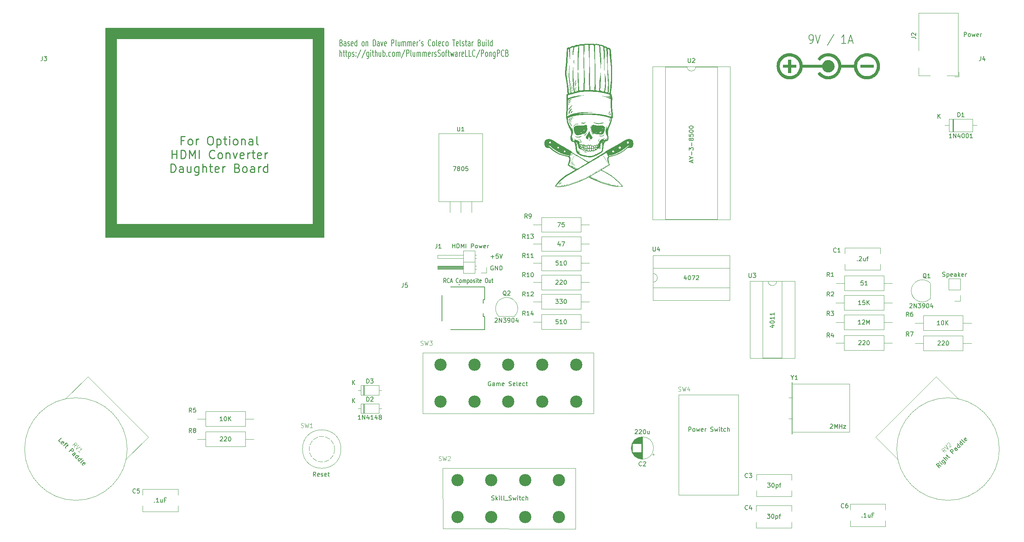
<source format=gbr>
%TF.GenerationSoftware,KiCad,Pcbnew,7.0.10*%
%TF.CreationDate,2024-02-05T13:41:24-05:00*%
%TF.ProjectId,Telstar Alpha,54656c73-7461-4722-9041-6c7068612e6b,0.1*%
%TF.SameCoordinates,Original*%
%TF.FileFunction,Legend,Top*%
%TF.FilePolarity,Positive*%
%FSLAX46Y46*%
G04 Gerber Fmt 4.6, Leading zero omitted, Abs format (unit mm)*
G04 Created by KiCad (PCBNEW 7.0.10) date 2024-02-05 13:41:24*
%MOMM*%
%LPD*%
G01*
G04 APERTURE LIST*
%ADD10C,0.150000*%
%ADD11C,0.250000*%
%ADD12C,0.200000*%
%ADD13C,0.100000*%
%ADD14C,0.010000*%
%ADD15C,0.127000*%
%ADD16C,0.120000*%
%ADD17C,2.865000*%
G04 APERTURE END LIST*
D10*
X87500000Y-20000000D02*
X90000000Y-20000000D01*
X90000000Y-68920000D01*
X87500000Y-68920000D01*
X87500000Y-20000000D01*
G36*
X87500000Y-20000000D02*
G01*
X90000000Y-20000000D01*
X90000000Y-68920000D01*
X87500000Y-68920000D01*
X87500000Y-20000000D01*
G37*
X39000000Y-65912000D02*
X89500000Y-65912000D01*
X89500000Y-68920000D01*
X39000000Y-68920000D01*
X39000000Y-65912000D01*
G36*
X39000000Y-65912000D02*
G01*
X89500000Y-65912000D01*
X89500000Y-68920000D01*
X39000000Y-68920000D01*
X39000000Y-65912000D01*
G37*
X39000000Y-20000000D02*
X90000000Y-20000000D01*
X90000000Y-22500000D01*
X39000000Y-22500000D01*
X39000000Y-20000000D01*
G36*
X39000000Y-20000000D02*
G01*
X90000000Y-20000000D01*
X90000000Y-22500000D01*
X39000000Y-22500000D01*
X39000000Y-20000000D01*
G37*
X39000000Y-20000000D02*
X41500000Y-20000000D01*
X41500000Y-68920000D01*
X39000000Y-68920000D01*
X39000000Y-20000000D01*
G36*
X39000000Y-20000000D02*
G01*
X41500000Y-20000000D01*
X41500000Y-68920000D01*
X39000000Y-68920000D01*
X39000000Y-20000000D01*
G37*
X129610588Y-75667438D02*
X129515350Y-75619819D01*
X129515350Y-75619819D02*
X129372493Y-75619819D01*
X129372493Y-75619819D02*
X129229636Y-75667438D01*
X129229636Y-75667438D02*
X129134398Y-75762676D01*
X129134398Y-75762676D02*
X129086779Y-75857914D01*
X129086779Y-75857914D02*
X129039160Y-76048390D01*
X129039160Y-76048390D02*
X129039160Y-76191247D01*
X129039160Y-76191247D02*
X129086779Y-76381723D01*
X129086779Y-76381723D02*
X129134398Y-76476961D01*
X129134398Y-76476961D02*
X129229636Y-76572200D01*
X129229636Y-76572200D02*
X129372493Y-76619819D01*
X129372493Y-76619819D02*
X129467731Y-76619819D01*
X129467731Y-76619819D02*
X129610588Y-76572200D01*
X129610588Y-76572200D02*
X129658207Y-76524580D01*
X129658207Y-76524580D02*
X129658207Y-76191247D01*
X129658207Y-76191247D02*
X129467731Y-76191247D01*
X130086779Y-76619819D02*
X130086779Y-75619819D01*
X130086779Y-75619819D02*
X130658207Y-76619819D01*
X130658207Y-76619819D02*
X130658207Y-75619819D01*
X131134398Y-76619819D02*
X131134398Y-75619819D01*
X131134398Y-75619819D02*
X131372493Y-75619819D01*
X131372493Y-75619819D02*
X131515350Y-75667438D01*
X131515350Y-75667438D02*
X131610588Y-75762676D01*
X131610588Y-75762676D02*
X131658207Y-75857914D01*
X131658207Y-75857914D02*
X131705826Y-76048390D01*
X131705826Y-76048390D02*
X131705826Y-76191247D01*
X131705826Y-76191247D02*
X131658207Y-76381723D01*
X131658207Y-76381723D02*
X131610588Y-76476961D01*
X131610588Y-76476961D02*
X131515350Y-76572200D01*
X131515350Y-76572200D02*
X131372493Y-76619819D01*
X131372493Y-76619819D02*
X131134398Y-76619819D01*
X118536303Y-79559819D02*
X118269636Y-79083628D01*
X118079160Y-79559819D02*
X118079160Y-78559819D01*
X118079160Y-78559819D02*
X118383922Y-78559819D01*
X118383922Y-78559819D02*
X118460112Y-78607438D01*
X118460112Y-78607438D02*
X118498207Y-78655057D01*
X118498207Y-78655057D02*
X118536303Y-78750295D01*
X118536303Y-78750295D02*
X118536303Y-78893152D01*
X118536303Y-78893152D02*
X118498207Y-78988390D01*
X118498207Y-78988390D02*
X118460112Y-79036009D01*
X118460112Y-79036009D02*
X118383922Y-79083628D01*
X118383922Y-79083628D02*
X118079160Y-79083628D01*
X119336303Y-79464580D02*
X119298207Y-79512200D01*
X119298207Y-79512200D02*
X119183922Y-79559819D01*
X119183922Y-79559819D02*
X119107731Y-79559819D01*
X119107731Y-79559819D02*
X118993445Y-79512200D01*
X118993445Y-79512200D02*
X118917255Y-79416961D01*
X118917255Y-79416961D02*
X118879160Y-79321723D01*
X118879160Y-79321723D02*
X118841064Y-79131247D01*
X118841064Y-79131247D02*
X118841064Y-78988390D01*
X118841064Y-78988390D02*
X118879160Y-78797914D01*
X118879160Y-78797914D02*
X118917255Y-78702676D01*
X118917255Y-78702676D02*
X118993445Y-78607438D01*
X118993445Y-78607438D02*
X119107731Y-78559819D01*
X119107731Y-78559819D02*
X119183922Y-78559819D01*
X119183922Y-78559819D02*
X119298207Y-78607438D01*
X119298207Y-78607438D02*
X119336303Y-78655057D01*
X119641064Y-79274104D02*
X120022017Y-79274104D01*
X119564874Y-79559819D02*
X119831541Y-78559819D01*
X119831541Y-78559819D02*
X120098207Y-79559819D01*
X121431541Y-79464580D02*
X121393445Y-79512200D01*
X121393445Y-79512200D02*
X121279160Y-79559819D01*
X121279160Y-79559819D02*
X121202969Y-79559819D01*
X121202969Y-79559819D02*
X121088683Y-79512200D01*
X121088683Y-79512200D02*
X121012493Y-79416961D01*
X121012493Y-79416961D02*
X120974398Y-79321723D01*
X120974398Y-79321723D02*
X120936302Y-79131247D01*
X120936302Y-79131247D02*
X120936302Y-78988390D01*
X120936302Y-78988390D02*
X120974398Y-78797914D01*
X120974398Y-78797914D02*
X121012493Y-78702676D01*
X121012493Y-78702676D02*
X121088683Y-78607438D01*
X121088683Y-78607438D02*
X121202969Y-78559819D01*
X121202969Y-78559819D02*
X121279160Y-78559819D01*
X121279160Y-78559819D02*
X121393445Y-78607438D01*
X121393445Y-78607438D02*
X121431541Y-78655057D01*
X121888683Y-79559819D02*
X121812493Y-79512200D01*
X121812493Y-79512200D02*
X121774398Y-79464580D01*
X121774398Y-79464580D02*
X121736302Y-79369342D01*
X121736302Y-79369342D02*
X121736302Y-79083628D01*
X121736302Y-79083628D02*
X121774398Y-78988390D01*
X121774398Y-78988390D02*
X121812493Y-78940771D01*
X121812493Y-78940771D02*
X121888683Y-78893152D01*
X121888683Y-78893152D02*
X122002969Y-78893152D01*
X122002969Y-78893152D02*
X122079160Y-78940771D01*
X122079160Y-78940771D02*
X122117255Y-78988390D01*
X122117255Y-78988390D02*
X122155350Y-79083628D01*
X122155350Y-79083628D02*
X122155350Y-79369342D01*
X122155350Y-79369342D02*
X122117255Y-79464580D01*
X122117255Y-79464580D02*
X122079160Y-79512200D01*
X122079160Y-79512200D02*
X122002969Y-79559819D01*
X122002969Y-79559819D02*
X121888683Y-79559819D01*
X122498208Y-79559819D02*
X122498208Y-78893152D01*
X122498208Y-78988390D02*
X122536303Y-78940771D01*
X122536303Y-78940771D02*
X122612493Y-78893152D01*
X122612493Y-78893152D02*
X122726779Y-78893152D01*
X122726779Y-78893152D02*
X122802970Y-78940771D01*
X122802970Y-78940771D02*
X122841065Y-79036009D01*
X122841065Y-79036009D02*
X122841065Y-79559819D01*
X122841065Y-79036009D02*
X122879160Y-78940771D01*
X122879160Y-78940771D02*
X122955351Y-78893152D01*
X122955351Y-78893152D02*
X123069636Y-78893152D01*
X123069636Y-78893152D02*
X123145827Y-78940771D01*
X123145827Y-78940771D02*
X123183922Y-79036009D01*
X123183922Y-79036009D02*
X123183922Y-79559819D01*
X123564875Y-78893152D02*
X123564875Y-79893152D01*
X123564875Y-78940771D02*
X123641065Y-78893152D01*
X123641065Y-78893152D02*
X123793446Y-78893152D01*
X123793446Y-78893152D02*
X123869637Y-78940771D01*
X123869637Y-78940771D02*
X123907732Y-78988390D01*
X123907732Y-78988390D02*
X123945827Y-79083628D01*
X123945827Y-79083628D02*
X123945827Y-79369342D01*
X123945827Y-79369342D02*
X123907732Y-79464580D01*
X123907732Y-79464580D02*
X123869637Y-79512200D01*
X123869637Y-79512200D02*
X123793446Y-79559819D01*
X123793446Y-79559819D02*
X123641065Y-79559819D01*
X123641065Y-79559819D02*
X123564875Y-79512200D01*
X124402970Y-79559819D02*
X124326780Y-79512200D01*
X124326780Y-79512200D02*
X124288685Y-79464580D01*
X124288685Y-79464580D02*
X124250589Y-79369342D01*
X124250589Y-79369342D02*
X124250589Y-79083628D01*
X124250589Y-79083628D02*
X124288685Y-78988390D01*
X124288685Y-78988390D02*
X124326780Y-78940771D01*
X124326780Y-78940771D02*
X124402970Y-78893152D01*
X124402970Y-78893152D02*
X124517256Y-78893152D01*
X124517256Y-78893152D02*
X124593447Y-78940771D01*
X124593447Y-78940771D02*
X124631542Y-78988390D01*
X124631542Y-78988390D02*
X124669637Y-79083628D01*
X124669637Y-79083628D02*
X124669637Y-79369342D01*
X124669637Y-79369342D02*
X124631542Y-79464580D01*
X124631542Y-79464580D02*
X124593447Y-79512200D01*
X124593447Y-79512200D02*
X124517256Y-79559819D01*
X124517256Y-79559819D02*
X124402970Y-79559819D01*
X124974399Y-79512200D02*
X125050590Y-79559819D01*
X125050590Y-79559819D02*
X125202971Y-79559819D01*
X125202971Y-79559819D02*
X125279161Y-79512200D01*
X125279161Y-79512200D02*
X125317257Y-79416961D01*
X125317257Y-79416961D02*
X125317257Y-79369342D01*
X125317257Y-79369342D02*
X125279161Y-79274104D01*
X125279161Y-79274104D02*
X125202971Y-79226485D01*
X125202971Y-79226485D02*
X125088685Y-79226485D01*
X125088685Y-79226485D02*
X125012495Y-79178866D01*
X125012495Y-79178866D02*
X124974399Y-79083628D01*
X124974399Y-79083628D02*
X124974399Y-79036009D01*
X124974399Y-79036009D02*
X125012495Y-78940771D01*
X125012495Y-78940771D02*
X125088685Y-78893152D01*
X125088685Y-78893152D02*
X125202971Y-78893152D01*
X125202971Y-78893152D02*
X125279161Y-78940771D01*
X125660114Y-79559819D02*
X125660114Y-78893152D01*
X125660114Y-78559819D02*
X125622018Y-78607438D01*
X125622018Y-78607438D02*
X125660114Y-78655057D01*
X125660114Y-78655057D02*
X125698209Y-78607438D01*
X125698209Y-78607438D02*
X125660114Y-78559819D01*
X125660114Y-78559819D02*
X125660114Y-78655057D01*
X125926780Y-78893152D02*
X126231542Y-78893152D01*
X126041066Y-78559819D02*
X126041066Y-79416961D01*
X126041066Y-79416961D02*
X126079161Y-79512200D01*
X126079161Y-79512200D02*
X126155351Y-79559819D01*
X126155351Y-79559819D02*
X126231542Y-79559819D01*
X126802971Y-79512200D02*
X126726780Y-79559819D01*
X126726780Y-79559819D02*
X126574399Y-79559819D01*
X126574399Y-79559819D02*
X126498209Y-79512200D01*
X126498209Y-79512200D02*
X126460113Y-79416961D01*
X126460113Y-79416961D02*
X126460113Y-79036009D01*
X126460113Y-79036009D02*
X126498209Y-78940771D01*
X126498209Y-78940771D02*
X126574399Y-78893152D01*
X126574399Y-78893152D02*
X126726780Y-78893152D01*
X126726780Y-78893152D02*
X126802971Y-78940771D01*
X126802971Y-78940771D02*
X126841066Y-79036009D01*
X126841066Y-79036009D02*
X126841066Y-79131247D01*
X126841066Y-79131247D02*
X126460113Y-79226485D01*
X127945828Y-78559819D02*
X128098209Y-78559819D01*
X128098209Y-78559819D02*
X128174399Y-78607438D01*
X128174399Y-78607438D02*
X128250590Y-78702676D01*
X128250590Y-78702676D02*
X128288685Y-78893152D01*
X128288685Y-78893152D02*
X128288685Y-79226485D01*
X128288685Y-79226485D02*
X128250590Y-79416961D01*
X128250590Y-79416961D02*
X128174399Y-79512200D01*
X128174399Y-79512200D02*
X128098209Y-79559819D01*
X128098209Y-79559819D02*
X127945828Y-79559819D01*
X127945828Y-79559819D02*
X127869637Y-79512200D01*
X127869637Y-79512200D02*
X127793447Y-79416961D01*
X127793447Y-79416961D02*
X127755351Y-79226485D01*
X127755351Y-79226485D02*
X127755351Y-78893152D01*
X127755351Y-78893152D02*
X127793447Y-78702676D01*
X127793447Y-78702676D02*
X127869637Y-78607438D01*
X127869637Y-78607438D02*
X127945828Y-78559819D01*
X128974399Y-78893152D02*
X128974399Y-79559819D01*
X128631542Y-78893152D02*
X128631542Y-79416961D01*
X128631542Y-79416961D02*
X128669637Y-79512200D01*
X128669637Y-79512200D02*
X128745827Y-79559819D01*
X128745827Y-79559819D02*
X128860113Y-79559819D01*
X128860113Y-79559819D02*
X128936304Y-79512200D01*
X128936304Y-79512200D02*
X128974399Y-79464580D01*
X129241066Y-78893152D02*
X129545828Y-78893152D01*
X129355352Y-78559819D02*
X129355352Y-79416961D01*
X129355352Y-79416961D02*
X129393447Y-79512200D01*
X129393447Y-79512200D02*
X129469637Y-79559819D01*
X129469637Y-79559819D02*
X129545828Y-79559819D01*
D11*
X57261904Y-46254619D02*
X56595237Y-46254619D01*
X56595237Y-47302238D02*
X56595237Y-45302238D01*
X56595237Y-45302238D02*
X57547618Y-45302238D01*
X58595237Y-47302238D02*
X58404761Y-47207000D01*
X58404761Y-47207000D02*
X58309523Y-47111761D01*
X58309523Y-47111761D02*
X58214285Y-46921285D01*
X58214285Y-46921285D02*
X58214285Y-46349857D01*
X58214285Y-46349857D02*
X58309523Y-46159380D01*
X58309523Y-46159380D02*
X58404761Y-46064142D01*
X58404761Y-46064142D02*
X58595237Y-45968904D01*
X58595237Y-45968904D02*
X58880952Y-45968904D01*
X58880952Y-45968904D02*
X59071428Y-46064142D01*
X59071428Y-46064142D02*
X59166666Y-46159380D01*
X59166666Y-46159380D02*
X59261904Y-46349857D01*
X59261904Y-46349857D02*
X59261904Y-46921285D01*
X59261904Y-46921285D02*
X59166666Y-47111761D01*
X59166666Y-47111761D02*
X59071428Y-47207000D01*
X59071428Y-47207000D02*
X58880952Y-47302238D01*
X58880952Y-47302238D02*
X58595237Y-47302238D01*
X60119047Y-47302238D02*
X60119047Y-45968904D01*
X60119047Y-46349857D02*
X60214285Y-46159380D01*
X60214285Y-46159380D02*
X60309523Y-46064142D01*
X60309523Y-46064142D02*
X60499999Y-45968904D01*
X60499999Y-45968904D02*
X60690476Y-45968904D01*
X63261904Y-45302238D02*
X63642857Y-45302238D01*
X63642857Y-45302238D02*
X63833333Y-45397476D01*
X63833333Y-45397476D02*
X64023809Y-45587952D01*
X64023809Y-45587952D02*
X64119047Y-45968904D01*
X64119047Y-45968904D02*
X64119047Y-46635571D01*
X64119047Y-46635571D02*
X64023809Y-47016523D01*
X64023809Y-47016523D02*
X63833333Y-47207000D01*
X63833333Y-47207000D02*
X63642857Y-47302238D01*
X63642857Y-47302238D02*
X63261904Y-47302238D01*
X63261904Y-47302238D02*
X63071428Y-47207000D01*
X63071428Y-47207000D02*
X62880952Y-47016523D01*
X62880952Y-47016523D02*
X62785714Y-46635571D01*
X62785714Y-46635571D02*
X62785714Y-45968904D01*
X62785714Y-45968904D02*
X62880952Y-45587952D01*
X62880952Y-45587952D02*
X63071428Y-45397476D01*
X63071428Y-45397476D02*
X63261904Y-45302238D01*
X64976190Y-45968904D02*
X64976190Y-47968904D01*
X64976190Y-46064142D02*
X65166666Y-45968904D01*
X65166666Y-45968904D02*
X65547619Y-45968904D01*
X65547619Y-45968904D02*
X65738095Y-46064142D01*
X65738095Y-46064142D02*
X65833333Y-46159380D01*
X65833333Y-46159380D02*
X65928571Y-46349857D01*
X65928571Y-46349857D02*
X65928571Y-46921285D01*
X65928571Y-46921285D02*
X65833333Y-47111761D01*
X65833333Y-47111761D02*
X65738095Y-47207000D01*
X65738095Y-47207000D02*
X65547619Y-47302238D01*
X65547619Y-47302238D02*
X65166666Y-47302238D01*
X65166666Y-47302238D02*
X64976190Y-47207000D01*
X66500000Y-45968904D02*
X67261904Y-45968904D01*
X66785714Y-45302238D02*
X66785714Y-47016523D01*
X66785714Y-47016523D02*
X66880952Y-47207000D01*
X66880952Y-47207000D02*
X67071428Y-47302238D01*
X67071428Y-47302238D02*
X67261904Y-47302238D01*
X67928571Y-47302238D02*
X67928571Y-45968904D01*
X67928571Y-45302238D02*
X67833333Y-45397476D01*
X67833333Y-45397476D02*
X67928571Y-45492714D01*
X67928571Y-45492714D02*
X68023809Y-45397476D01*
X68023809Y-45397476D02*
X67928571Y-45302238D01*
X67928571Y-45302238D02*
X67928571Y-45492714D01*
X69166666Y-47302238D02*
X68976190Y-47207000D01*
X68976190Y-47207000D02*
X68880952Y-47111761D01*
X68880952Y-47111761D02*
X68785714Y-46921285D01*
X68785714Y-46921285D02*
X68785714Y-46349857D01*
X68785714Y-46349857D02*
X68880952Y-46159380D01*
X68880952Y-46159380D02*
X68976190Y-46064142D01*
X68976190Y-46064142D02*
X69166666Y-45968904D01*
X69166666Y-45968904D02*
X69452381Y-45968904D01*
X69452381Y-45968904D02*
X69642857Y-46064142D01*
X69642857Y-46064142D02*
X69738095Y-46159380D01*
X69738095Y-46159380D02*
X69833333Y-46349857D01*
X69833333Y-46349857D02*
X69833333Y-46921285D01*
X69833333Y-46921285D02*
X69738095Y-47111761D01*
X69738095Y-47111761D02*
X69642857Y-47207000D01*
X69642857Y-47207000D02*
X69452381Y-47302238D01*
X69452381Y-47302238D02*
X69166666Y-47302238D01*
X70690476Y-45968904D02*
X70690476Y-47302238D01*
X70690476Y-46159380D02*
X70785714Y-46064142D01*
X70785714Y-46064142D02*
X70976190Y-45968904D01*
X70976190Y-45968904D02*
X71261905Y-45968904D01*
X71261905Y-45968904D02*
X71452381Y-46064142D01*
X71452381Y-46064142D02*
X71547619Y-46254619D01*
X71547619Y-46254619D02*
X71547619Y-47302238D01*
X73357143Y-47302238D02*
X73357143Y-46254619D01*
X73357143Y-46254619D02*
X73261905Y-46064142D01*
X73261905Y-46064142D02*
X73071429Y-45968904D01*
X73071429Y-45968904D02*
X72690476Y-45968904D01*
X72690476Y-45968904D02*
X72500000Y-46064142D01*
X73357143Y-47207000D02*
X73166667Y-47302238D01*
X73166667Y-47302238D02*
X72690476Y-47302238D01*
X72690476Y-47302238D02*
X72500000Y-47207000D01*
X72500000Y-47207000D02*
X72404762Y-47016523D01*
X72404762Y-47016523D02*
X72404762Y-46826047D01*
X72404762Y-46826047D02*
X72500000Y-46635571D01*
X72500000Y-46635571D02*
X72690476Y-46540333D01*
X72690476Y-46540333D02*
X73166667Y-46540333D01*
X73166667Y-46540333D02*
X73357143Y-46445095D01*
X74595238Y-47302238D02*
X74404762Y-47207000D01*
X74404762Y-47207000D02*
X74309524Y-47016523D01*
X74309524Y-47016523D02*
X74309524Y-45302238D01*
X54452380Y-50522238D02*
X54452380Y-48522238D01*
X54452380Y-49474619D02*
X55595237Y-49474619D01*
X55595237Y-50522238D02*
X55595237Y-48522238D01*
X56547618Y-50522238D02*
X56547618Y-48522238D01*
X56547618Y-48522238D02*
X57023808Y-48522238D01*
X57023808Y-48522238D02*
X57309523Y-48617476D01*
X57309523Y-48617476D02*
X57499999Y-48807952D01*
X57499999Y-48807952D02*
X57595237Y-48998428D01*
X57595237Y-48998428D02*
X57690475Y-49379380D01*
X57690475Y-49379380D02*
X57690475Y-49665095D01*
X57690475Y-49665095D02*
X57595237Y-50046047D01*
X57595237Y-50046047D02*
X57499999Y-50236523D01*
X57499999Y-50236523D02*
X57309523Y-50427000D01*
X57309523Y-50427000D02*
X57023808Y-50522238D01*
X57023808Y-50522238D02*
X56547618Y-50522238D01*
X58547618Y-50522238D02*
X58547618Y-48522238D01*
X58547618Y-48522238D02*
X59214285Y-49950809D01*
X59214285Y-49950809D02*
X59880951Y-48522238D01*
X59880951Y-48522238D02*
X59880951Y-50522238D01*
X60833332Y-50522238D02*
X60833332Y-48522238D01*
X64452380Y-50331761D02*
X64357142Y-50427000D01*
X64357142Y-50427000D02*
X64071428Y-50522238D01*
X64071428Y-50522238D02*
X63880952Y-50522238D01*
X63880952Y-50522238D02*
X63595237Y-50427000D01*
X63595237Y-50427000D02*
X63404761Y-50236523D01*
X63404761Y-50236523D02*
X63309523Y-50046047D01*
X63309523Y-50046047D02*
X63214285Y-49665095D01*
X63214285Y-49665095D02*
X63214285Y-49379380D01*
X63214285Y-49379380D02*
X63309523Y-48998428D01*
X63309523Y-48998428D02*
X63404761Y-48807952D01*
X63404761Y-48807952D02*
X63595237Y-48617476D01*
X63595237Y-48617476D02*
X63880952Y-48522238D01*
X63880952Y-48522238D02*
X64071428Y-48522238D01*
X64071428Y-48522238D02*
X64357142Y-48617476D01*
X64357142Y-48617476D02*
X64452380Y-48712714D01*
X65595237Y-50522238D02*
X65404761Y-50427000D01*
X65404761Y-50427000D02*
X65309523Y-50331761D01*
X65309523Y-50331761D02*
X65214285Y-50141285D01*
X65214285Y-50141285D02*
X65214285Y-49569857D01*
X65214285Y-49569857D02*
X65309523Y-49379380D01*
X65309523Y-49379380D02*
X65404761Y-49284142D01*
X65404761Y-49284142D02*
X65595237Y-49188904D01*
X65595237Y-49188904D02*
X65880952Y-49188904D01*
X65880952Y-49188904D02*
X66071428Y-49284142D01*
X66071428Y-49284142D02*
X66166666Y-49379380D01*
X66166666Y-49379380D02*
X66261904Y-49569857D01*
X66261904Y-49569857D02*
X66261904Y-50141285D01*
X66261904Y-50141285D02*
X66166666Y-50331761D01*
X66166666Y-50331761D02*
X66071428Y-50427000D01*
X66071428Y-50427000D02*
X65880952Y-50522238D01*
X65880952Y-50522238D02*
X65595237Y-50522238D01*
X67119047Y-49188904D02*
X67119047Y-50522238D01*
X67119047Y-49379380D02*
X67214285Y-49284142D01*
X67214285Y-49284142D02*
X67404761Y-49188904D01*
X67404761Y-49188904D02*
X67690476Y-49188904D01*
X67690476Y-49188904D02*
X67880952Y-49284142D01*
X67880952Y-49284142D02*
X67976190Y-49474619D01*
X67976190Y-49474619D02*
X67976190Y-50522238D01*
X68738095Y-49188904D02*
X69214285Y-50522238D01*
X69214285Y-50522238D02*
X69690476Y-49188904D01*
X71214286Y-50427000D02*
X71023810Y-50522238D01*
X71023810Y-50522238D02*
X70642857Y-50522238D01*
X70642857Y-50522238D02*
X70452381Y-50427000D01*
X70452381Y-50427000D02*
X70357143Y-50236523D01*
X70357143Y-50236523D02*
X70357143Y-49474619D01*
X70357143Y-49474619D02*
X70452381Y-49284142D01*
X70452381Y-49284142D02*
X70642857Y-49188904D01*
X70642857Y-49188904D02*
X71023810Y-49188904D01*
X71023810Y-49188904D02*
X71214286Y-49284142D01*
X71214286Y-49284142D02*
X71309524Y-49474619D01*
X71309524Y-49474619D02*
X71309524Y-49665095D01*
X71309524Y-49665095D02*
X70357143Y-49855571D01*
X72166667Y-50522238D02*
X72166667Y-49188904D01*
X72166667Y-49569857D02*
X72261905Y-49379380D01*
X72261905Y-49379380D02*
X72357143Y-49284142D01*
X72357143Y-49284142D02*
X72547619Y-49188904D01*
X72547619Y-49188904D02*
X72738096Y-49188904D01*
X73119048Y-49188904D02*
X73880952Y-49188904D01*
X73404762Y-48522238D02*
X73404762Y-50236523D01*
X73404762Y-50236523D02*
X73500000Y-50427000D01*
X73500000Y-50427000D02*
X73690476Y-50522238D01*
X73690476Y-50522238D02*
X73880952Y-50522238D01*
X75309524Y-50427000D02*
X75119048Y-50522238D01*
X75119048Y-50522238D02*
X74738095Y-50522238D01*
X74738095Y-50522238D02*
X74547619Y-50427000D01*
X74547619Y-50427000D02*
X74452381Y-50236523D01*
X74452381Y-50236523D02*
X74452381Y-49474619D01*
X74452381Y-49474619D02*
X74547619Y-49284142D01*
X74547619Y-49284142D02*
X74738095Y-49188904D01*
X74738095Y-49188904D02*
X75119048Y-49188904D01*
X75119048Y-49188904D02*
X75309524Y-49284142D01*
X75309524Y-49284142D02*
X75404762Y-49474619D01*
X75404762Y-49474619D02*
X75404762Y-49665095D01*
X75404762Y-49665095D02*
X74452381Y-49855571D01*
X76261905Y-50522238D02*
X76261905Y-49188904D01*
X76261905Y-49569857D02*
X76357143Y-49379380D01*
X76357143Y-49379380D02*
X76452381Y-49284142D01*
X76452381Y-49284142D02*
X76642857Y-49188904D01*
X76642857Y-49188904D02*
X76833334Y-49188904D01*
X54214285Y-53742238D02*
X54214285Y-51742238D01*
X54214285Y-51742238D02*
X54690475Y-51742238D01*
X54690475Y-51742238D02*
X54976190Y-51837476D01*
X54976190Y-51837476D02*
X55166666Y-52027952D01*
X55166666Y-52027952D02*
X55261904Y-52218428D01*
X55261904Y-52218428D02*
X55357142Y-52599380D01*
X55357142Y-52599380D02*
X55357142Y-52885095D01*
X55357142Y-52885095D02*
X55261904Y-53266047D01*
X55261904Y-53266047D02*
X55166666Y-53456523D01*
X55166666Y-53456523D02*
X54976190Y-53647000D01*
X54976190Y-53647000D02*
X54690475Y-53742238D01*
X54690475Y-53742238D02*
X54214285Y-53742238D01*
X57071428Y-53742238D02*
X57071428Y-52694619D01*
X57071428Y-52694619D02*
X56976190Y-52504142D01*
X56976190Y-52504142D02*
X56785714Y-52408904D01*
X56785714Y-52408904D02*
X56404761Y-52408904D01*
X56404761Y-52408904D02*
X56214285Y-52504142D01*
X57071428Y-53647000D02*
X56880952Y-53742238D01*
X56880952Y-53742238D02*
X56404761Y-53742238D01*
X56404761Y-53742238D02*
X56214285Y-53647000D01*
X56214285Y-53647000D02*
X56119047Y-53456523D01*
X56119047Y-53456523D02*
X56119047Y-53266047D01*
X56119047Y-53266047D02*
X56214285Y-53075571D01*
X56214285Y-53075571D02*
X56404761Y-52980333D01*
X56404761Y-52980333D02*
X56880952Y-52980333D01*
X56880952Y-52980333D02*
X57071428Y-52885095D01*
X58880952Y-52408904D02*
X58880952Y-53742238D01*
X58023809Y-52408904D02*
X58023809Y-53456523D01*
X58023809Y-53456523D02*
X58119047Y-53647000D01*
X58119047Y-53647000D02*
X58309523Y-53742238D01*
X58309523Y-53742238D02*
X58595238Y-53742238D01*
X58595238Y-53742238D02*
X58785714Y-53647000D01*
X58785714Y-53647000D02*
X58880952Y-53551761D01*
X60690476Y-52408904D02*
X60690476Y-54027952D01*
X60690476Y-54027952D02*
X60595238Y-54218428D01*
X60595238Y-54218428D02*
X60500000Y-54313666D01*
X60500000Y-54313666D02*
X60309523Y-54408904D01*
X60309523Y-54408904D02*
X60023809Y-54408904D01*
X60023809Y-54408904D02*
X59833333Y-54313666D01*
X60690476Y-53647000D02*
X60500000Y-53742238D01*
X60500000Y-53742238D02*
X60119047Y-53742238D01*
X60119047Y-53742238D02*
X59928571Y-53647000D01*
X59928571Y-53647000D02*
X59833333Y-53551761D01*
X59833333Y-53551761D02*
X59738095Y-53361285D01*
X59738095Y-53361285D02*
X59738095Y-52789857D01*
X59738095Y-52789857D02*
X59833333Y-52599380D01*
X59833333Y-52599380D02*
X59928571Y-52504142D01*
X59928571Y-52504142D02*
X60119047Y-52408904D01*
X60119047Y-52408904D02*
X60500000Y-52408904D01*
X60500000Y-52408904D02*
X60690476Y-52504142D01*
X61642857Y-53742238D02*
X61642857Y-51742238D01*
X62500000Y-53742238D02*
X62500000Y-52694619D01*
X62500000Y-52694619D02*
X62404762Y-52504142D01*
X62404762Y-52504142D02*
X62214286Y-52408904D01*
X62214286Y-52408904D02*
X61928571Y-52408904D01*
X61928571Y-52408904D02*
X61738095Y-52504142D01*
X61738095Y-52504142D02*
X61642857Y-52599380D01*
X63166667Y-52408904D02*
X63928571Y-52408904D01*
X63452381Y-51742238D02*
X63452381Y-53456523D01*
X63452381Y-53456523D02*
X63547619Y-53647000D01*
X63547619Y-53647000D02*
X63738095Y-53742238D01*
X63738095Y-53742238D02*
X63928571Y-53742238D01*
X65357143Y-53647000D02*
X65166667Y-53742238D01*
X65166667Y-53742238D02*
X64785714Y-53742238D01*
X64785714Y-53742238D02*
X64595238Y-53647000D01*
X64595238Y-53647000D02*
X64500000Y-53456523D01*
X64500000Y-53456523D02*
X64500000Y-52694619D01*
X64500000Y-52694619D02*
X64595238Y-52504142D01*
X64595238Y-52504142D02*
X64785714Y-52408904D01*
X64785714Y-52408904D02*
X65166667Y-52408904D01*
X65166667Y-52408904D02*
X65357143Y-52504142D01*
X65357143Y-52504142D02*
X65452381Y-52694619D01*
X65452381Y-52694619D02*
X65452381Y-52885095D01*
X65452381Y-52885095D02*
X64500000Y-53075571D01*
X66309524Y-53742238D02*
X66309524Y-52408904D01*
X66309524Y-52789857D02*
X66404762Y-52599380D01*
X66404762Y-52599380D02*
X66500000Y-52504142D01*
X66500000Y-52504142D02*
X66690476Y-52408904D01*
X66690476Y-52408904D02*
X66880953Y-52408904D01*
X69738096Y-52694619D02*
X70023810Y-52789857D01*
X70023810Y-52789857D02*
X70119048Y-52885095D01*
X70119048Y-52885095D02*
X70214286Y-53075571D01*
X70214286Y-53075571D02*
X70214286Y-53361285D01*
X70214286Y-53361285D02*
X70119048Y-53551761D01*
X70119048Y-53551761D02*
X70023810Y-53647000D01*
X70023810Y-53647000D02*
X69833334Y-53742238D01*
X69833334Y-53742238D02*
X69071429Y-53742238D01*
X69071429Y-53742238D02*
X69071429Y-51742238D01*
X69071429Y-51742238D02*
X69738096Y-51742238D01*
X69738096Y-51742238D02*
X69928572Y-51837476D01*
X69928572Y-51837476D02*
X70023810Y-51932714D01*
X70023810Y-51932714D02*
X70119048Y-52123190D01*
X70119048Y-52123190D02*
X70119048Y-52313666D01*
X70119048Y-52313666D02*
X70023810Y-52504142D01*
X70023810Y-52504142D02*
X69928572Y-52599380D01*
X69928572Y-52599380D02*
X69738096Y-52694619D01*
X69738096Y-52694619D02*
X69071429Y-52694619D01*
X71357143Y-53742238D02*
X71166667Y-53647000D01*
X71166667Y-53647000D02*
X71071429Y-53551761D01*
X71071429Y-53551761D02*
X70976191Y-53361285D01*
X70976191Y-53361285D02*
X70976191Y-52789857D01*
X70976191Y-52789857D02*
X71071429Y-52599380D01*
X71071429Y-52599380D02*
X71166667Y-52504142D01*
X71166667Y-52504142D02*
X71357143Y-52408904D01*
X71357143Y-52408904D02*
X71642858Y-52408904D01*
X71642858Y-52408904D02*
X71833334Y-52504142D01*
X71833334Y-52504142D02*
X71928572Y-52599380D01*
X71928572Y-52599380D02*
X72023810Y-52789857D01*
X72023810Y-52789857D02*
X72023810Y-53361285D01*
X72023810Y-53361285D02*
X71928572Y-53551761D01*
X71928572Y-53551761D02*
X71833334Y-53647000D01*
X71833334Y-53647000D02*
X71642858Y-53742238D01*
X71642858Y-53742238D02*
X71357143Y-53742238D01*
X73738096Y-53742238D02*
X73738096Y-52694619D01*
X73738096Y-52694619D02*
X73642858Y-52504142D01*
X73642858Y-52504142D02*
X73452382Y-52408904D01*
X73452382Y-52408904D02*
X73071429Y-52408904D01*
X73071429Y-52408904D02*
X72880953Y-52504142D01*
X73738096Y-53647000D02*
X73547620Y-53742238D01*
X73547620Y-53742238D02*
X73071429Y-53742238D01*
X73071429Y-53742238D02*
X72880953Y-53647000D01*
X72880953Y-53647000D02*
X72785715Y-53456523D01*
X72785715Y-53456523D02*
X72785715Y-53266047D01*
X72785715Y-53266047D02*
X72880953Y-53075571D01*
X72880953Y-53075571D02*
X73071429Y-52980333D01*
X73071429Y-52980333D02*
X73547620Y-52980333D01*
X73547620Y-52980333D02*
X73738096Y-52885095D01*
X74690477Y-53742238D02*
X74690477Y-52408904D01*
X74690477Y-52789857D02*
X74785715Y-52599380D01*
X74785715Y-52599380D02*
X74880953Y-52504142D01*
X74880953Y-52504142D02*
X75071429Y-52408904D01*
X75071429Y-52408904D02*
X75261906Y-52408904D01*
X76785715Y-53742238D02*
X76785715Y-51742238D01*
X76785715Y-53647000D02*
X76595239Y-53742238D01*
X76595239Y-53742238D02*
X76214286Y-53742238D01*
X76214286Y-53742238D02*
X76023810Y-53647000D01*
X76023810Y-53647000D02*
X75928572Y-53551761D01*
X75928572Y-53551761D02*
X75833334Y-53361285D01*
X75833334Y-53361285D02*
X75833334Y-52789857D01*
X75833334Y-52789857D02*
X75928572Y-52599380D01*
X75928572Y-52599380D02*
X76023810Y-52504142D01*
X76023810Y-52504142D02*
X76214286Y-52408904D01*
X76214286Y-52408904D02*
X76595239Y-52408904D01*
X76595239Y-52408904D02*
X76785715Y-52504142D01*
D10*
X88108207Y-124869819D02*
X87774874Y-124393628D01*
X87536779Y-124869819D02*
X87536779Y-123869819D01*
X87536779Y-123869819D02*
X87917731Y-123869819D01*
X87917731Y-123869819D02*
X88012969Y-123917438D01*
X88012969Y-123917438D02*
X88060588Y-123965057D01*
X88060588Y-123965057D02*
X88108207Y-124060295D01*
X88108207Y-124060295D02*
X88108207Y-124203152D01*
X88108207Y-124203152D02*
X88060588Y-124298390D01*
X88060588Y-124298390D02*
X88012969Y-124346009D01*
X88012969Y-124346009D02*
X87917731Y-124393628D01*
X87917731Y-124393628D02*
X87536779Y-124393628D01*
X88917731Y-124822200D02*
X88822493Y-124869819D01*
X88822493Y-124869819D02*
X88632017Y-124869819D01*
X88632017Y-124869819D02*
X88536779Y-124822200D01*
X88536779Y-124822200D02*
X88489160Y-124726961D01*
X88489160Y-124726961D02*
X88489160Y-124346009D01*
X88489160Y-124346009D02*
X88536779Y-124250771D01*
X88536779Y-124250771D02*
X88632017Y-124203152D01*
X88632017Y-124203152D02*
X88822493Y-124203152D01*
X88822493Y-124203152D02*
X88917731Y-124250771D01*
X88917731Y-124250771D02*
X88965350Y-124346009D01*
X88965350Y-124346009D02*
X88965350Y-124441247D01*
X88965350Y-124441247D02*
X88489160Y-124536485D01*
X89346303Y-124822200D02*
X89441541Y-124869819D01*
X89441541Y-124869819D02*
X89632017Y-124869819D01*
X89632017Y-124869819D02*
X89727255Y-124822200D01*
X89727255Y-124822200D02*
X89774874Y-124726961D01*
X89774874Y-124726961D02*
X89774874Y-124679342D01*
X89774874Y-124679342D02*
X89727255Y-124584104D01*
X89727255Y-124584104D02*
X89632017Y-124536485D01*
X89632017Y-124536485D02*
X89489160Y-124536485D01*
X89489160Y-124536485D02*
X89393922Y-124488866D01*
X89393922Y-124488866D02*
X89346303Y-124393628D01*
X89346303Y-124393628D02*
X89346303Y-124346009D01*
X89346303Y-124346009D02*
X89393922Y-124250771D01*
X89393922Y-124250771D02*
X89489160Y-124203152D01*
X89489160Y-124203152D02*
X89632017Y-124203152D01*
X89632017Y-124203152D02*
X89727255Y-124250771D01*
X90584398Y-124822200D02*
X90489160Y-124869819D01*
X90489160Y-124869819D02*
X90298684Y-124869819D01*
X90298684Y-124869819D02*
X90203446Y-124822200D01*
X90203446Y-124822200D02*
X90155827Y-124726961D01*
X90155827Y-124726961D02*
X90155827Y-124346009D01*
X90155827Y-124346009D02*
X90203446Y-124250771D01*
X90203446Y-124250771D02*
X90298684Y-124203152D01*
X90298684Y-124203152D02*
X90489160Y-124203152D01*
X90489160Y-124203152D02*
X90584398Y-124250771D01*
X90584398Y-124250771D02*
X90632017Y-124346009D01*
X90632017Y-124346009D02*
X90632017Y-124441247D01*
X90632017Y-124441247D02*
X90155827Y-124536485D01*
X90917732Y-124203152D02*
X91298684Y-124203152D01*
X91060589Y-123869819D02*
X91060589Y-124726961D01*
X91060589Y-124726961D02*
X91108208Y-124822200D01*
X91108208Y-124822200D02*
X91203446Y-124869819D01*
X91203446Y-124869819D02*
X91298684Y-124869819D01*
X175336779Y-114369819D02*
X175336779Y-113369819D01*
X175336779Y-113369819D02*
X175717731Y-113369819D01*
X175717731Y-113369819D02*
X175812969Y-113417438D01*
X175812969Y-113417438D02*
X175860588Y-113465057D01*
X175860588Y-113465057D02*
X175908207Y-113560295D01*
X175908207Y-113560295D02*
X175908207Y-113703152D01*
X175908207Y-113703152D02*
X175860588Y-113798390D01*
X175860588Y-113798390D02*
X175812969Y-113846009D01*
X175812969Y-113846009D02*
X175717731Y-113893628D01*
X175717731Y-113893628D02*
X175336779Y-113893628D01*
X176479636Y-114369819D02*
X176384398Y-114322200D01*
X176384398Y-114322200D02*
X176336779Y-114274580D01*
X176336779Y-114274580D02*
X176289160Y-114179342D01*
X176289160Y-114179342D02*
X176289160Y-113893628D01*
X176289160Y-113893628D02*
X176336779Y-113798390D01*
X176336779Y-113798390D02*
X176384398Y-113750771D01*
X176384398Y-113750771D02*
X176479636Y-113703152D01*
X176479636Y-113703152D02*
X176622493Y-113703152D01*
X176622493Y-113703152D02*
X176717731Y-113750771D01*
X176717731Y-113750771D02*
X176765350Y-113798390D01*
X176765350Y-113798390D02*
X176812969Y-113893628D01*
X176812969Y-113893628D02*
X176812969Y-114179342D01*
X176812969Y-114179342D02*
X176765350Y-114274580D01*
X176765350Y-114274580D02*
X176717731Y-114322200D01*
X176717731Y-114322200D02*
X176622493Y-114369819D01*
X176622493Y-114369819D02*
X176479636Y-114369819D01*
X177146303Y-113703152D02*
X177336779Y-114369819D01*
X177336779Y-114369819D02*
X177527255Y-113893628D01*
X177527255Y-113893628D02*
X177717731Y-114369819D01*
X177717731Y-114369819D02*
X177908207Y-113703152D01*
X178670112Y-114322200D02*
X178574874Y-114369819D01*
X178574874Y-114369819D02*
X178384398Y-114369819D01*
X178384398Y-114369819D02*
X178289160Y-114322200D01*
X178289160Y-114322200D02*
X178241541Y-114226961D01*
X178241541Y-114226961D02*
X178241541Y-113846009D01*
X178241541Y-113846009D02*
X178289160Y-113750771D01*
X178289160Y-113750771D02*
X178384398Y-113703152D01*
X178384398Y-113703152D02*
X178574874Y-113703152D01*
X178574874Y-113703152D02*
X178670112Y-113750771D01*
X178670112Y-113750771D02*
X178717731Y-113846009D01*
X178717731Y-113846009D02*
X178717731Y-113941247D01*
X178717731Y-113941247D02*
X178241541Y-114036485D01*
X179146303Y-114369819D02*
X179146303Y-113703152D01*
X179146303Y-113893628D02*
X179193922Y-113798390D01*
X179193922Y-113798390D02*
X179241541Y-113750771D01*
X179241541Y-113750771D02*
X179336779Y-113703152D01*
X179336779Y-113703152D02*
X179432017Y-113703152D01*
X180479637Y-114322200D02*
X180622494Y-114369819D01*
X180622494Y-114369819D02*
X180860589Y-114369819D01*
X180860589Y-114369819D02*
X180955827Y-114322200D01*
X180955827Y-114322200D02*
X181003446Y-114274580D01*
X181003446Y-114274580D02*
X181051065Y-114179342D01*
X181051065Y-114179342D02*
X181051065Y-114084104D01*
X181051065Y-114084104D02*
X181003446Y-113988866D01*
X181003446Y-113988866D02*
X180955827Y-113941247D01*
X180955827Y-113941247D02*
X180860589Y-113893628D01*
X180860589Y-113893628D02*
X180670113Y-113846009D01*
X180670113Y-113846009D02*
X180574875Y-113798390D01*
X180574875Y-113798390D02*
X180527256Y-113750771D01*
X180527256Y-113750771D02*
X180479637Y-113655533D01*
X180479637Y-113655533D02*
X180479637Y-113560295D01*
X180479637Y-113560295D02*
X180527256Y-113465057D01*
X180527256Y-113465057D02*
X180574875Y-113417438D01*
X180574875Y-113417438D02*
X180670113Y-113369819D01*
X180670113Y-113369819D02*
X180908208Y-113369819D01*
X180908208Y-113369819D02*
X181051065Y-113417438D01*
X181384399Y-113703152D02*
X181574875Y-114369819D01*
X181574875Y-114369819D02*
X181765351Y-113893628D01*
X181765351Y-113893628D02*
X181955827Y-114369819D01*
X181955827Y-114369819D02*
X182146303Y-113703152D01*
X182527256Y-114369819D02*
X182527256Y-113703152D01*
X182527256Y-113369819D02*
X182479637Y-113417438D01*
X182479637Y-113417438D02*
X182527256Y-113465057D01*
X182527256Y-113465057D02*
X182574875Y-113417438D01*
X182574875Y-113417438D02*
X182527256Y-113369819D01*
X182527256Y-113369819D02*
X182527256Y-113465057D01*
X182860589Y-113703152D02*
X183241541Y-113703152D01*
X183003446Y-113369819D02*
X183003446Y-114226961D01*
X183003446Y-114226961D02*
X183051065Y-114322200D01*
X183051065Y-114322200D02*
X183146303Y-114369819D01*
X183146303Y-114369819D02*
X183241541Y-114369819D01*
X184003446Y-114322200D02*
X183908208Y-114369819D01*
X183908208Y-114369819D02*
X183717732Y-114369819D01*
X183717732Y-114369819D02*
X183622494Y-114322200D01*
X183622494Y-114322200D02*
X183574875Y-114274580D01*
X183574875Y-114274580D02*
X183527256Y-114179342D01*
X183527256Y-114179342D02*
X183527256Y-113893628D01*
X183527256Y-113893628D02*
X183574875Y-113798390D01*
X183574875Y-113798390D02*
X183622494Y-113750771D01*
X183622494Y-113750771D02*
X183717732Y-113703152D01*
X183717732Y-113703152D02*
X183908208Y-113703152D01*
X183908208Y-113703152D02*
X184003446Y-113750771D01*
X184432018Y-114369819D02*
X184432018Y-113369819D01*
X184860589Y-114369819D02*
X184860589Y-113846009D01*
X184860589Y-113846009D02*
X184812970Y-113750771D01*
X184812970Y-113750771D02*
X184717732Y-113703152D01*
X184717732Y-113703152D02*
X184574875Y-113703152D01*
X184574875Y-113703152D02*
X184479637Y-113750771D01*
X184479637Y-113750771D02*
X184432018Y-113798390D01*
X234350148Y-122465748D02*
X233777728Y-122364733D01*
X233946087Y-122869809D02*
X233238980Y-122162702D01*
X233238980Y-122162702D02*
X233508354Y-121893328D01*
X233508354Y-121893328D02*
X233609369Y-121859656D01*
X233609369Y-121859656D02*
X233676713Y-121859656D01*
X233676713Y-121859656D02*
X233777728Y-121893328D01*
X233777728Y-121893328D02*
X233878743Y-121994343D01*
X233878743Y-121994343D02*
X233912415Y-122095358D01*
X233912415Y-122095358D02*
X233912415Y-122162702D01*
X233912415Y-122162702D02*
X233878743Y-122263717D01*
X233878743Y-122263717D02*
X233609369Y-122533091D01*
X234653193Y-122162702D02*
X234181789Y-121691297D01*
X233946087Y-121455595D02*
X233946087Y-121522939D01*
X233946087Y-121522939D02*
X234013430Y-121522939D01*
X234013430Y-121522939D02*
X234013430Y-121455595D01*
X234013430Y-121455595D02*
X233946087Y-121455595D01*
X233946087Y-121455595D02*
X234013430Y-121522939D01*
X234821552Y-121051535D02*
X235393972Y-121623954D01*
X235393972Y-121623954D02*
X235427643Y-121724970D01*
X235427643Y-121724970D02*
X235427643Y-121792313D01*
X235427643Y-121792313D02*
X235393972Y-121893328D01*
X235393972Y-121893328D02*
X235292956Y-121994344D01*
X235292956Y-121994344D02*
X235191941Y-122028015D01*
X235259285Y-121489267D02*
X235225613Y-121590283D01*
X235225613Y-121590283D02*
X235090926Y-121724970D01*
X235090926Y-121724970D02*
X234989911Y-121758641D01*
X234989911Y-121758641D02*
X234922567Y-121758641D01*
X234922567Y-121758641D02*
X234821552Y-121724970D01*
X234821552Y-121724970D02*
X234619521Y-121522939D01*
X234619521Y-121522939D02*
X234585849Y-121421924D01*
X234585849Y-121421924D02*
X234585849Y-121354580D01*
X234585849Y-121354580D02*
X234619521Y-121253565D01*
X234619521Y-121253565D02*
X234754208Y-121118878D01*
X234754208Y-121118878D02*
X234855224Y-121085206D01*
X235629674Y-121186221D02*
X234922567Y-120479115D01*
X235932720Y-120883176D02*
X235562330Y-120512786D01*
X235562330Y-120512786D02*
X235461315Y-120479115D01*
X235461315Y-120479115D02*
X235360300Y-120512786D01*
X235360300Y-120512786D02*
X235259285Y-120613802D01*
X235259285Y-120613802D02*
X235225613Y-120714817D01*
X235225613Y-120714817D02*
X235225613Y-120782160D01*
X235697017Y-120176069D02*
X235966391Y-119906695D01*
X235562330Y-119839351D02*
X236168422Y-120445443D01*
X236168422Y-120445443D02*
X236269437Y-120479115D01*
X236269437Y-120479115D02*
X236370452Y-120445443D01*
X236370452Y-120445443D02*
X236437796Y-120378099D01*
X237212247Y-119603649D02*
X236505140Y-118896542D01*
X236505140Y-118896542D02*
X236774514Y-118627168D01*
X236774514Y-118627168D02*
X236875529Y-118593496D01*
X236875529Y-118593496D02*
X236942873Y-118593496D01*
X236942873Y-118593496D02*
X237043888Y-118627168D01*
X237043888Y-118627168D02*
X237144903Y-118728183D01*
X237144903Y-118728183D02*
X237178575Y-118829198D01*
X237178575Y-118829198D02*
X237178575Y-118896542D01*
X237178575Y-118896542D02*
X237144903Y-118997557D01*
X237144903Y-118997557D02*
X236875529Y-119266931D01*
X238222399Y-118593496D02*
X237852010Y-118223107D01*
X237852010Y-118223107D02*
X237750995Y-118189435D01*
X237750995Y-118189435D02*
X237649979Y-118223107D01*
X237649979Y-118223107D02*
X237515292Y-118357794D01*
X237515292Y-118357794D02*
X237481621Y-118458809D01*
X238188728Y-118559824D02*
X238155056Y-118660840D01*
X238155056Y-118660840D02*
X237986697Y-118829198D01*
X237986697Y-118829198D02*
X237885682Y-118862870D01*
X237885682Y-118862870D02*
X237784666Y-118829198D01*
X237784666Y-118829198D02*
X237717323Y-118761855D01*
X237717323Y-118761855D02*
X237683651Y-118660840D01*
X237683651Y-118660840D02*
X237717323Y-118559824D01*
X237717323Y-118559824D02*
X237885682Y-118391466D01*
X237885682Y-118391466D02*
X237919353Y-118290450D01*
X238862163Y-117953733D02*
X238155056Y-117246626D01*
X238828491Y-117920061D02*
X238794819Y-118021076D01*
X238794819Y-118021076D02*
X238660132Y-118155763D01*
X238660132Y-118155763D02*
X238559117Y-118189435D01*
X238559117Y-118189435D02*
X238491773Y-118189435D01*
X238491773Y-118189435D02*
X238390758Y-118155763D01*
X238390758Y-118155763D02*
X238188728Y-117953733D01*
X238188728Y-117953733D02*
X238155056Y-117852717D01*
X238155056Y-117852717D02*
X238155056Y-117785374D01*
X238155056Y-117785374D02*
X238188728Y-117684359D01*
X238188728Y-117684359D02*
X238323415Y-117549672D01*
X238323415Y-117549672D02*
X238424430Y-117516000D01*
X239501926Y-117313969D02*
X238794819Y-116606863D01*
X239468254Y-117280298D02*
X239434582Y-117381313D01*
X239434582Y-117381313D02*
X239299895Y-117516000D01*
X239299895Y-117516000D02*
X239198880Y-117549672D01*
X239198880Y-117549672D02*
X239131537Y-117549672D01*
X239131537Y-117549672D02*
X239030521Y-117516000D01*
X239030521Y-117516000D02*
X238828491Y-117313969D01*
X238828491Y-117313969D02*
X238794819Y-117212954D01*
X238794819Y-117212954D02*
X238794819Y-117145611D01*
X238794819Y-117145611D02*
X238828491Y-117044595D01*
X238828491Y-117044595D02*
X238963178Y-116909908D01*
X238963178Y-116909908D02*
X239064193Y-116876237D01*
X239939659Y-116876237D02*
X239838644Y-116909908D01*
X239838644Y-116909908D02*
X239737628Y-116876237D01*
X239737628Y-116876237D02*
X239131537Y-116270145D01*
X240444735Y-116303816D02*
X240411064Y-116404832D01*
X240411064Y-116404832D02*
X240276377Y-116539519D01*
X240276377Y-116539519D02*
X240175361Y-116573190D01*
X240175361Y-116573190D02*
X240074346Y-116539519D01*
X240074346Y-116539519D02*
X239804972Y-116270145D01*
X239804972Y-116270145D02*
X239771300Y-116169129D01*
X239771300Y-116169129D02*
X239804972Y-116068114D01*
X239804972Y-116068114D02*
X239939659Y-115933427D01*
X239939659Y-115933427D02*
X240040674Y-115899755D01*
X240040674Y-115899755D02*
X240141690Y-115933427D01*
X240141690Y-115933427D02*
X240209033Y-116000771D01*
X240209033Y-116000771D02*
X239939659Y-116404832D01*
X94070112Y-23407914D02*
X94212969Y-23479342D01*
X94212969Y-23479342D02*
X94260588Y-23550771D01*
X94260588Y-23550771D02*
X94308207Y-23693628D01*
X94308207Y-23693628D02*
X94308207Y-23907914D01*
X94308207Y-23907914D02*
X94260588Y-24050771D01*
X94260588Y-24050771D02*
X94212969Y-24122200D01*
X94212969Y-24122200D02*
X94117731Y-24193628D01*
X94117731Y-24193628D02*
X93736779Y-24193628D01*
X93736779Y-24193628D02*
X93736779Y-22693628D01*
X93736779Y-22693628D02*
X94070112Y-22693628D01*
X94070112Y-22693628D02*
X94165350Y-22765057D01*
X94165350Y-22765057D02*
X94212969Y-22836485D01*
X94212969Y-22836485D02*
X94260588Y-22979342D01*
X94260588Y-22979342D02*
X94260588Y-23122200D01*
X94260588Y-23122200D02*
X94212969Y-23265057D01*
X94212969Y-23265057D02*
X94165350Y-23336485D01*
X94165350Y-23336485D02*
X94070112Y-23407914D01*
X94070112Y-23407914D02*
X93736779Y-23407914D01*
X95165350Y-24193628D02*
X95165350Y-23407914D01*
X95165350Y-23407914D02*
X95117731Y-23265057D01*
X95117731Y-23265057D02*
X95022493Y-23193628D01*
X95022493Y-23193628D02*
X94832017Y-23193628D01*
X94832017Y-23193628D02*
X94736779Y-23265057D01*
X95165350Y-24122200D02*
X95070112Y-24193628D01*
X95070112Y-24193628D02*
X94832017Y-24193628D01*
X94832017Y-24193628D02*
X94736779Y-24122200D01*
X94736779Y-24122200D02*
X94689160Y-23979342D01*
X94689160Y-23979342D02*
X94689160Y-23836485D01*
X94689160Y-23836485D02*
X94736779Y-23693628D01*
X94736779Y-23693628D02*
X94832017Y-23622200D01*
X94832017Y-23622200D02*
X95070112Y-23622200D01*
X95070112Y-23622200D02*
X95165350Y-23550771D01*
X95593922Y-24122200D02*
X95689160Y-24193628D01*
X95689160Y-24193628D02*
X95879636Y-24193628D01*
X95879636Y-24193628D02*
X95974874Y-24122200D01*
X95974874Y-24122200D02*
X96022493Y-23979342D01*
X96022493Y-23979342D02*
X96022493Y-23907914D01*
X96022493Y-23907914D02*
X95974874Y-23765057D01*
X95974874Y-23765057D02*
X95879636Y-23693628D01*
X95879636Y-23693628D02*
X95736779Y-23693628D01*
X95736779Y-23693628D02*
X95641541Y-23622200D01*
X95641541Y-23622200D02*
X95593922Y-23479342D01*
X95593922Y-23479342D02*
X95593922Y-23407914D01*
X95593922Y-23407914D02*
X95641541Y-23265057D01*
X95641541Y-23265057D02*
X95736779Y-23193628D01*
X95736779Y-23193628D02*
X95879636Y-23193628D01*
X95879636Y-23193628D02*
X95974874Y-23265057D01*
X96832017Y-24122200D02*
X96736779Y-24193628D01*
X96736779Y-24193628D02*
X96546303Y-24193628D01*
X96546303Y-24193628D02*
X96451065Y-24122200D01*
X96451065Y-24122200D02*
X96403446Y-23979342D01*
X96403446Y-23979342D02*
X96403446Y-23407914D01*
X96403446Y-23407914D02*
X96451065Y-23265057D01*
X96451065Y-23265057D02*
X96546303Y-23193628D01*
X96546303Y-23193628D02*
X96736779Y-23193628D01*
X96736779Y-23193628D02*
X96832017Y-23265057D01*
X96832017Y-23265057D02*
X96879636Y-23407914D01*
X96879636Y-23407914D02*
X96879636Y-23550771D01*
X96879636Y-23550771D02*
X96403446Y-23693628D01*
X97736779Y-24193628D02*
X97736779Y-22693628D01*
X97736779Y-24122200D02*
X97641541Y-24193628D01*
X97641541Y-24193628D02*
X97451065Y-24193628D01*
X97451065Y-24193628D02*
X97355827Y-24122200D01*
X97355827Y-24122200D02*
X97308208Y-24050771D01*
X97308208Y-24050771D02*
X97260589Y-23907914D01*
X97260589Y-23907914D02*
X97260589Y-23479342D01*
X97260589Y-23479342D02*
X97308208Y-23336485D01*
X97308208Y-23336485D02*
X97355827Y-23265057D01*
X97355827Y-23265057D02*
X97451065Y-23193628D01*
X97451065Y-23193628D02*
X97641541Y-23193628D01*
X97641541Y-23193628D02*
X97736779Y-23265057D01*
X99117732Y-24193628D02*
X99022494Y-24122200D01*
X99022494Y-24122200D02*
X98974875Y-24050771D01*
X98974875Y-24050771D02*
X98927256Y-23907914D01*
X98927256Y-23907914D02*
X98927256Y-23479342D01*
X98927256Y-23479342D02*
X98974875Y-23336485D01*
X98974875Y-23336485D02*
X99022494Y-23265057D01*
X99022494Y-23265057D02*
X99117732Y-23193628D01*
X99117732Y-23193628D02*
X99260589Y-23193628D01*
X99260589Y-23193628D02*
X99355827Y-23265057D01*
X99355827Y-23265057D02*
X99403446Y-23336485D01*
X99403446Y-23336485D02*
X99451065Y-23479342D01*
X99451065Y-23479342D02*
X99451065Y-23907914D01*
X99451065Y-23907914D02*
X99403446Y-24050771D01*
X99403446Y-24050771D02*
X99355827Y-24122200D01*
X99355827Y-24122200D02*
X99260589Y-24193628D01*
X99260589Y-24193628D02*
X99117732Y-24193628D01*
X99879637Y-23193628D02*
X99879637Y-24193628D01*
X99879637Y-23336485D02*
X99927256Y-23265057D01*
X99927256Y-23265057D02*
X100022494Y-23193628D01*
X100022494Y-23193628D02*
X100165351Y-23193628D01*
X100165351Y-23193628D02*
X100260589Y-23265057D01*
X100260589Y-23265057D02*
X100308208Y-23407914D01*
X100308208Y-23407914D02*
X100308208Y-24193628D01*
X101546304Y-24193628D02*
X101546304Y-22693628D01*
X101546304Y-22693628D02*
X101784399Y-22693628D01*
X101784399Y-22693628D02*
X101927256Y-22765057D01*
X101927256Y-22765057D02*
X102022494Y-22907914D01*
X102022494Y-22907914D02*
X102070113Y-23050771D01*
X102070113Y-23050771D02*
X102117732Y-23336485D01*
X102117732Y-23336485D02*
X102117732Y-23550771D01*
X102117732Y-23550771D02*
X102070113Y-23836485D01*
X102070113Y-23836485D02*
X102022494Y-23979342D01*
X102022494Y-23979342D02*
X101927256Y-24122200D01*
X101927256Y-24122200D02*
X101784399Y-24193628D01*
X101784399Y-24193628D02*
X101546304Y-24193628D01*
X102974875Y-24193628D02*
X102974875Y-23407914D01*
X102974875Y-23407914D02*
X102927256Y-23265057D01*
X102927256Y-23265057D02*
X102832018Y-23193628D01*
X102832018Y-23193628D02*
X102641542Y-23193628D01*
X102641542Y-23193628D02*
X102546304Y-23265057D01*
X102974875Y-24122200D02*
X102879637Y-24193628D01*
X102879637Y-24193628D02*
X102641542Y-24193628D01*
X102641542Y-24193628D02*
X102546304Y-24122200D01*
X102546304Y-24122200D02*
X102498685Y-23979342D01*
X102498685Y-23979342D02*
X102498685Y-23836485D01*
X102498685Y-23836485D02*
X102546304Y-23693628D01*
X102546304Y-23693628D02*
X102641542Y-23622200D01*
X102641542Y-23622200D02*
X102879637Y-23622200D01*
X102879637Y-23622200D02*
X102974875Y-23550771D01*
X103355828Y-23193628D02*
X103593923Y-24193628D01*
X103593923Y-24193628D02*
X103832018Y-23193628D01*
X104593923Y-24122200D02*
X104498685Y-24193628D01*
X104498685Y-24193628D02*
X104308209Y-24193628D01*
X104308209Y-24193628D02*
X104212971Y-24122200D01*
X104212971Y-24122200D02*
X104165352Y-23979342D01*
X104165352Y-23979342D02*
X104165352Y-23407914D01*
X104165352Y-23407914D02*
X104212971Y-23265057D01*
X104212971Y-23265057D02*
X104308209Y-23193628D01*
X104308209Y-23193628D02*
X104498685Y-23193628D01*
X104498685Y-23193628D02*
X104593923Y-23265057D01*
X104593923Y-23265057D02*
X104641542Y-23407914D01*
X104641542Y-23407914D02*
X104641542Y-23550771D01*
X104641542Y-23550771D02*
X104165352Y-23693628D01*
X105832019Y-24193628D02*
X105832019Y-22693628D01*
X105832019Y-22693628D02*
X106212971Y-22693628D01*
X106212971Y-22693628D02*
X106308209Y-22765057D01*
X106308209Y-22765057D02*
X106355828Y-22836485D01*
X106355828Y-22836485D02*
X106403447Y-22979342D01*
X106403447Y-22979342D02*
X106403447Y-23193628D01*
X106403447Y-23193628D02*
X106355828Y-23336485D01*
X106355828Y-23336485D02*
X106308209Y-23407914D01*
X106308209Y-23407914D02*
X106212971Y-23479342D01*
X106212971Y-23479342D02*
X105832019Y-23479342D01*
X106974876Y-24193628D02*
X106879638Y-24122200D01*
X106879638Y-24122200D02*
X106832019Y-23979342D01*
X106832019Y-23979342D02*
X106832019Y-22693628D01*
X107784400Y-23193628D02*
X107784400Y-24193628D01*
X107355829Y-23193628D02*
X107355829Y-23979342D01*
X107355829Y-23979342D02*
X107403448Y-24122200D01*
X107403448Y-24122200D02*
X107498686Y-24193628D01*
X107498686Y-24193628D02*
X107641543Y-24193628D01*
X107641543Y-24193628D02*
X107736781Y-24122200D01*
X107736781Y-24122200D02*
X107784400Y-24050771D01*
X108260591Y-24193628D02*
X108260591Y-23193628D01*
X108260591Y-23336485D02*
X108308210Y-23265057D01*
X108308210Y-23265057D02*
X108403448Y-23193628D01*
X108403448Y-23193628D02*
X108546305Y-23193628D01*
X108546305Y-23193628D02*
X108641543Y-23265057D01*
X108641543Y-23265057D02*
X108689162Y-23407914D01*
X108689162Y-23407914D02*
X108689162Y-24193628D01*
X108689162Y-23407914D02*
X108736781Y-23265057D01*
X108736781Y-23265057D02*
X108832019Y-23193628D01*
X108832019Y-23193628D02*
X108974876Y-23193628D01*
X108974876Y-23193628D02*
X109070115Y-23265057D01*
X109070115Y-23265057D02*
X109117734Y-23407914D01*
X109117734Y-23407914D02*
X109117734Y-24193628D01*
X109593924Y-24193628D02*
X109593924Y-23193628D01*
X109593924Y-23336485D02*
X109641543Y-23265057D01*
X109641543Y-23265057D02*
X109736781Y-23193628D01*
X109736781Y-23193628D02*
X109879638Y-23193628D01*
X109879638Y-23193628D02*
X109974876Y-23265057D01*
X109974876Y-23265057D02*
X110022495Y-23407914D01*
X110022495Y-23407914D02*
X110022495Y-24193628D01*
X110022495Y-23407914D02*
X110070114Y-23265057D01*
X110070114Y-23265057D02*
X110165352Y-23193628D01*
X110165352Y-23193628D02*
X110308209Y-23193628D01*
X110308209Y-23193628D02*
X110403448Y-23265057D01*
X110403448Y-23265057D02*
X110451067Y-23407914D01*
X110451067Y-23407914D02*
X110451067Y-24193628D01*
X111308209Y-24122200D02*
X111212971Y-24193628D01*
X111212971Y-24193628D02*
X111022495Y-24193628D01*
X111022495Y-24193628D02*
X110927257Y-24122200D01*
X110927257Y-24122200D02*
X110879638Y-23979342D01*
X110879638Y-23979342D02*
X110879638Y-23407914D01*
X110879638Y-23407914D02*
X110927257Y-23265057D01*
X110927257Y-23265057D02*
X111022495Y-23193628D01*
X111022495Y-23193628D02*
X111212971Y-23193628D01*
X111212971Y-23193628D02*
X111308209Y-23265057D01*
X111308209Y-23265057D02*
X111355828Y-23407914D01*
X111355828Y-23407914D02*
X111355828Y-23550771D01*
X111355828Y-23550771D02*
X110879638Y-23693628D01*
X111784400Y-24193628D02*
X111784400Y-23193628D01*
X111784400Y-23479342D02*
X111832019Y-23336485D01*
X111832019Y-23336485D02*
X111879638Y-23265057D01*
X111879638Y-23265057D02*
X111974876Y-23193628D01*
X111974876Y-23193628D02*
X112070114Y-23193628D01*
X112451067Y-22693628D02*
X112355829Y-22979342D01*
X112832019Y-24122200D02*
X112927257Y-24193628D01*
X112927257Y-24193628D02*
X113117733Y-24193628D01*
X113117733Y-24193628D02*
X113212971Y-24122200D01*
X113212971Y-24122200D02*
X113260590Y-23979342D01*
X113260590Y-23979342D02*
X113260590Y-23907914D01*
X113260590Y-23907914D02*
X113212971Y-23765057D01*
X113212971Y-23765057D02*
X113117733Y-23693628D01*
X113117733Y-23693628D02*
X112974876Y-23693628D01*
X112974876Y-23693628D02*
X112879638Y-23622200D01*
X112879638Y-23622200D02*
X112832019Y-23479342D01*
X112832019Y-23479342D02*
X112832019Y-23407914D01*
X112832019Y-23407914D02*
X112879638Y-23265057D01*
X112879638Y-23265057D02*
X112974876Y-23193628D01*
X112974876Y-23193628D02*
X113117733Y-23193628D01*
X113117733Y-23193628D02*
X113212971Y-23265057D01*
X115022495Y-24050771D02*
X114974876Y-24122200D01*
X114974876Y-24122200D02*
X114832019Y-24193628D01*
X114832019Y-24193628D02*
X114736781Y-24193628D01*
X114736781Y-24193628D02*
X114593924Y-24122200D01*
X114593924Y-24122200D02*
X114498686Y-23979342D01*
X114498686Y-23979342D02*
X114451067Y-23836485D01*
X114451067Y-23836485D02*
X114403448Y-23550771D01*
X114403448Y-23550771D02*
X114403448Y-23336485D01*
X114403448Y-23336485D02*
X114451067Y-23050771D01*
X114451067Y-23050771D02*
X114498686Y-22907914D01*
X114498686Y-22907914D02*
X114593924Y-22765057D01*
X114593924Y-22765057D02*
X114736781Y-22693628D01*
X114736781Y-22693628D02*
X114832019Y-22693628D01*
X114832019Y-22693628D02*
X114974876Y-22765057D01*
X114974876Y-22765057D02*
X115022495Y-22836485D01*
X115593924Y-24193628D02*
X115498686Y-24122200D01*
X115498686Y-24122200D02*
X115451067Y-24050771D01*
X115451067Y-24050771D02*
X115403448Y-23907914D01*
X115403448Y-23907914D02*
X115403448Y-23479342D01*
X115403448Y-23479342D02*
X115451067Y-23336485D01*
X115451067Y-23336485D02*
X115498686Y-23265057D01*
X115498686Y-23265057D02*
X115593924Y-23193628D01*
X115593924Y-23193628D02*
X115736781Y-23193628D01*
X115736781Y-23193628D02*
X115832019Y-23265057D01*
X115832019Y-23265057D02*
X115879638Y-23336485D01*
X115879638Y-23336485D02*
X115927257Y-23479342D01*
X115927257Y-23479342D02*
X115927257Y-23907914D01*
X115927257Y-23907914D02*
X115879638Y-24050771D01*
X115879638Y-24050771D02*
X115832019Y-24122200D01*
X115832019Y-24122200D02*
X115736781Y-24193628D01*
X115736781Y-24193628D02*
X115593924Y-24193628D01*
X116498686Y-24193628D02*
X116403448Y-24122200D01*
X116403448Y-24122200D02*
X116355829Y-23979342D01*
X116355829Y-23979342D02*
X116355829Y-22693628D01*
X117260591Y-24122200D02*
X117165353Y-24193628D01*
X117165353Y-24193628D02*
X116974877Y-24193628D01*
X116974877Y-24193628D02*
X116879639Y-24122200D01*
X116879639Y-24122200D02*
X116832020Y-23979342D01*
X116832020Y-23979342D02*
X116832020Y-23407914D01*
X116832020Y-23407914D02*
X116879639Y-23265057D01*
X116879639Y-23265057D02*
X116974877Y-23193628D01*
X116974877Y-23193628D02*
X117165353Y-23193628D01*
X117165353Y-23193628D02*
X117260591Y-23265057D01*
X117260591Y-23265057D02*
X117308210Y-23407914D01*
X117308210Y-23407914D02*
X117308210Y-23550771D01*
X117308210Y-23550771D02*
X116832020Y-23693628D01*
X118165353Y-24122200D02*
X118070115Y-24193628D01*
X118070115Y-24193628D02*
X117879639Y-24193628D01*
X117879639Y-24193628D02*
X117784401Y-24122200D01*
X117784401Y-24122200D02*
X117736782Y-24050771D01*
X117736782Y-24050771D02*
X117689163Y-23907914D01*
X117689163Y-23907914D02*
X117689163Y-23479342D01*
X117689163Y-23479342D02*
X117736782Y-23336485D01*
X117736782Y-23336485D02*
X117784401Y-23265057D01*
X117784401Y-23265057D02*
X117879639Y-23193628D01*
X117879639Y-23193628D02*
X118070115Y-23193628D01*
X118070115Y-23193628D02*
X118165353Y-23265057D01*
X118736782Y-24193628D02*
X118641544Y-24122200D01*
X118641544Y-24122200D02*
X118593925Y-24050771D01*
X118593925Y-24050771D02*
X118546306Y-23907914D01*
X118546306Y-23907914D02*
X118546306Y-23479342D01*
X118546306Y-23479342D02*
X118593925Y-23336485D01*
X118593925Y-23336485D02*
X118641544Y-23265057D01*
X118641544Y-23265057D02*
X118736782Y-23193628D01*
X118736782Y-23193628D02*
X118879639Y-23193628D01*
X118879639Y-23193628D02*
X118974877Y-23265057D01*
X118974877Y-23265057D02*
X119022496Y-23336485D01*
X119022496Y-23336485D02*
X119070115Y-23479342D01*
X119070115Y-23479342D02*
X119070115Y-23907914D01*
X119070115Y-23907914D02*
X119022496Y-24050771D01*
X119022496Y-24050771D02*
X118974877Y-24122200D01*
X118974877Y-24122200D02*
X118879639Y-24193628D01*
X118879639Y-24193628D02*
X118736782Y-24193628D01*
X120117735Y-22693628D02*
X120689163Y-22693628D01*
X120403449Y-24193628D02*
X120403449Y-22693628D01*
X121403449Y-24122200D02*
X121308211Y-24193628D01*
X121308211Y-24193628D02*
X121117735Y-24193628D01*
X121117735Y-24193628D02*
X121022497Y-24122200D01*
X121022497Y-24122200D02*
X120974878Y-23979342D01*
X120974878Y-23979342D02*
X120974878Y-23407914D01*
X120974878Y-23407914D02*
X121022497Y-23265057D01*
X121022497Y-23265057D02*
X121117735Y-23193628D01*
X121117735Y-23193628D02*
X121308211Y-23193628D01*
X121308211Y-23193628D02*
X121403449Y-23265057D01*
X121403449Y-23265057D02*
X121451068Y-23407914D01*
X121451068Y-23407914D02*
X121451068Y-23550771D01*
X121451068Y-23550771D02*
X120974878Y-23693628D01*
X122022497Y-24193628D02*
X121927259Y-24122200D01*
X121927259Y-24122200D02*
X121879640Y-23979342D01*
X121879640Y-23979342D02*
X121879640Y-22693628D01*
X122355831Y-24122200D02*
X122451069Y-24193628D01*
X122451069Y-24193628D02*
X122641545Y-24193628D01*
X122641545Y-24193628D02*
X122736783Y-24122200D01*
X122736783Y-24122200D02*
X122784402Y-23979342D01*
X122784402Y-23979342D02*
X122784402Y-23907914D01*
X122784402Y-23907914D02*
X122736783Y-23765057D01*
X122736783Y-23765057D02*
X122641545Y-23693628D01*
X122641545Y-23693628D02*
X122498688Y-23693628D01*
X122498688Y-23693628D02*
X122403450Y-23622200D01*
X122403450Y-23622200D02*
X122355831Y-23479342D01*
X122355831Y-23479342D02*
X122355831Y-23407914D01*
X122355831Y-23407914D02*
X122403450Y-23265057D01*
X122403450Y-23265057D02*
X122498688Y-23193628D01*
X122498688Y-23193628D02*
X122641545Y-23193628D01*
X122641545Y-23193628D02*
X122736783Y-23265057D01*
X123070117Y-23193628D02*
X123451069Y-23193628D01*
X123212974Y-22693628D02*
X123212974Y-23979342D01*
X123212974Y-23979342D02*
X123260593Y-24122200D01*
X123260593Y-24122200D02*
X123355831Y-24193628D01*
X123355831Y-24193628D02*
X123451069Y-24193628D01*
X124212974Y-24193628D02*
X124212974Y-23407914D01*
X124212974Y-23407914D02*
X124165355Y-23265057D01*
X124165355Y-23265057D02*
X124070117Y-23193628D01*
X124070117Y-23193628D02*
X123879641Y-23193628D01*
X123879641Y-23193628D02*
X123784403Y-23265057D01*
X124212974Y-24122200D02*
X124117736Y-24193628D01*
X124117736Y-24193628D02*
X123879641Y-24193628D01*
X123879641Y-24193628D02*
X123784403Y-24122200D01*
X123784403Y-24122200D02*
X123736784Y-23979342D01*
X123736784Y-23979342D02*
X123736784Y-23836485D01*
X123736784Y-23836485D02*
X123784403Y-23693628D01*
X123784403Y-23693628D02*
X123879641Y-23622200D01*
X123879641Y-23622200D02*
X124117736Y-23622200D01*
X124117736Y-23622200D02*
X124212974Y-23550771D01*
X124689165Y-24193628D02*
X124689165Y-23193628D01*
X124689165Y-23479342D02*
X124736784Y-23336485D01*
X124736784Y-23336485D02*
X124784403Y-23265057D01*
X124784403Y-23265057D02*
X124879641Y-23193628D01*
X124879641Y-23193628D02*
X124974879Y-23193628D01*
X126403451Y-23407914D02*
X126546308Y-23479342D01*
X126546308Y-23479342D02*
X126593927Y-23550771D01*
X126593927Y-23550771D02*
X126641546Y-23693628D01*
X126641546Y-23693628D02*
X126641546Y-23907914D01*
X126641546Y-23907914D02*
X126593927Y-24050771D01*
X126593927Y-24050771D02*
X126546308Y-24122200D01*
X126546308Y-24122200D02*
X126451070Y-24193628D01*
X126451070Y-24193628D02*
X126070118Y-24193628D01*
X126070118Y-24193628D02*
X126070118Y-22693628D01*
X126070118Y-22693628D02*
X126403451Y-22693628D01*
X126403451Y-22693628D02*
X126498689Y-22765057D01*
X126498689Y-22765057D02*
X126546308Y-22836485D01*
X126546308Y-22836485D02*
X126593927Y-22979342D01*
X126593927Y-22979342D02*
X126593927Y-23122200D01*
X126593927Y-23122200D02*
X126546308Y-23265057D01*
X126546308Y-23265057D02*
X126498689Y-23336485D01*
X126498689Y-23336485D02*
X126403451Y-23407914D01*
X126403451Y-23407914D02*
X126070118Y-23407914D01*
X127498689Y-23193628D02*
X127498689Y-24193628D01*
X127070118Y-23193628D02*
X127070118Y-23979342D01*
X127070118Y-23979342D02*
X127117737Y-24122200D01*
X127117737Y-24122200D02*
X127212975Y-24193628D01*
X127212975Y-24193628D02*
X127355832Y-24193628D01*
X127355832Y-24193628D02*
X127451070Y-24122200D01*
X127451070Y-24122200D02*
X127498689Y-24050771D01*
X127974880Y-24193628D02*
X127974880Y-23193628D01*
X127974880Y-22693628D02*
X127927261Y-22765057D01*
X127927261Y-22765057D02*
X127974880Y-22836485D01*
X127974880Y-22836485D02*
X128022499Y-22765057D01*
X128022499Y-22765057D02*
X127974880Y-22693628D01*
X127974880Y-22693628D02*
X127974880Y-22836485D01*
X128593927Y-24193628D02*
X128498689Y-24122200D01*
X128498689Y-24122200D02*
X128451070Y-23979342D01*
X128451070Y-23979342D02*
X128451070Y-22693628D01*
X129403451Y-24193628D02*
X129403451Y-22693628D01*
X129403451Y-24122200D02*
X129308213Y-24193628D01*
X129308213Y-24193628D02*
X129117737Y-24193628D01*
X129117737Y-24193628D02*
X129022499Y-24122200D01*
X129022499Y-24122200D02*
X128974880Y-24050771D01*
X128974880Y-24050771D02*
X128927261Y-23907914D01*
X128927261Y-23907914D02*
X128927261Y-23479342D01*
X128927261Y-23479342D02*
X128974880Y-23336485D01*
X128974880Y-23336485D02*
X129022499Y-23265057D01*
X129022499Y-23265057D02*
X129117737Y-23193628D01*
X129117737Y-23193628D02*
X129308213Y-23193628D01*
X129308213Y-23193628D02*
X129403451Y-23265057D01*
X93736779Y-26608628D02*
X93736779Y-25108628D01*
X94165350Y-26608628D02*
X94165350Y-25822914D01*
X94165350Y-25822914D02*
X94117731Y-25680057D01*
X94117731Y-25680057D02*
X94022493Y-25608628D01*
X94022493Y-25608628D02*
X93879636Y-25608628D01*
X93879636Y-25608628D02*
X93784398Y-25680057D01*
X93784398Y-25680057D02*
X93736779Y-25751485D01*
X94498684Y-25608628D02*
X94879636Y-25608628D01*
X94641541Y-25108628D02*
X94641541Y-26394342D01*
X94641541Y-26394342D02*
X94689160Y-26537200D01*
X94689160Y-26537200D02*
X94784398Y-26608628D01*
X94784398Y-26608628D02*
X94879636Y-26608628D01*
X95070113Y-25608628D02*
X95451065Y-25608628D01*
X95212970Y-25108628D02*
X95212970Y-26394342D01*
X95212970Y-26394342D02*
X95260589Y-26537200D01*
X95260589Y-26537200D02*
X95355827Y-26608628D01*
X95355827Y-26608628D02*
X95451065Y-26608628D01*
X95784399Y-25608628D02*
X95784399Y-27108628D01*
X95784399Y-25680057D02*
X95879637Y-25608628D01*
X95879637Y-25608628D02*
X96070113Y-25608628D01*
X96070113Y-25608628D02*
X96165351Y-25680057D01*
X96165351Y-25680057D02*
X96212970Y-25751485D01*
X96212970Y-25751485D02*
X96260589Y-25894342D01*
X96260589Y-25894342D02*
X96260589Y-26322914D01*
X96260589Y-26322914D02*
X96212970Y-26465771D01*
X96212970Y-26465771D02*
X96165351Y-26537200D01*
X96165351Y-26537200D02*
X96070113Y-26608628D01*
X96070113Y-26608628D02*
X95879637Y-26608628D01*
X95879637Y-26608628D02*
X95784399Y-26537200D01*
X96641542Y-26537200D02*
X96736780Y-26608628D01*
X96736780Y-26608628D02*
X96927256Y-26608628D01*
X96927256Y-26608628D02*
X97022494Y-26537200D01*
X97022494Y-26537200D02*
X97070113Y-26394342D01*
X97070113Y-26394342D02*
X97070113Y-26322914D01*
X97070113Y-26322914D02*
X97022494Y-26180057D01*
X97022494Y-26180057D02*
X96927256Y-26108628D01*
X96927256Y-26108628D02*
X96784399Y-26108628D01*
X96784399Y-26108628D02*
X96689161Y-26037200D01*
X96689161Y-26037200D02*
X96641542Y-25894342D01*
X96641542Y-25894342D02*
X96641542Y-25822914D01*
X96641542Y-25822914D02*
X96689161Y-25680057D01*
X96689161Y-25680057D02*
X96784399Y-25608628D01*
X96784399Y-25608628D02*
X96927256Y-25608628D01*
X96927256Y-25608628D02*
X97022494Y-25680057D01*
X97498685Y-26465771D02*
X97546304Y-26537200D01*
X97546304Y-26537200D02*
X97498685Y-26608628D01*
X97498685Y-26608628D02*
X97451066Y-26537200D01*
X97451066Y-26537200D02*
X97498685Y-26465771D01*
X97498685Y-26465771D02*
X97498685Y-26608628D01*
X97498685Y-25680057D02*
X97546304Y-25751485D01*
X97546304Y-25751485D02*
X97498685Y-25822914D01*
X97498685Y-25822914D02*
X97451066Y-25751485D01*
X97451066Y-25751485D02*
X97498685Y-25680057D01*
X97498685Y-25680057D02*
X97498685Y-25822914D01*
X98689160Y-25037200D02*
X97832018Y-26965771D01*
X99736779Y-25037200D02*
X98879637Y-26965771D01*
X100498684Y-25608628D02*
X100498684Y-26822914D01*
X100498684Y-26822914D02*
X100451065Y-26965771D01*
X100451065Y-26965771D02*
X100403446Y-27037200D01*
X100403446Y-27037200D02*
X100308208Y-27108628D01*
X100308208Y-27108628D02*
X100165351Y-27108628D01*
X100165351Y-27108628D02*
X100070113Y-27037200D01*
X100498684Y-26537200D02*
X100403446Y-26608628D01*
X100403446Y-26608628D02*
X100212970Y-26608628D01*
X100212970Y-26608628D02*
X100117732Y-26537200D01*
X100117732Y-26537200D02*
X100070113Y-26465771D01*
X100070113Y-26465771D02*
X100022494Y-26322914D01*
X100022494Y-26322914D02*
X100022494Y-25894342D01*
X100022494Y-25894342D02*
X100070113Y-25751485D01*
X100070113Y-25751485D02*
X100117732Y-25680057D01*
X100117732Y-25680057D02*
X100212970Y-25608628D01*
X100212970Y-25608628D02*
X100403446Y-25608628D01*
X100403446Y-25608628D02*
X100498684Y-25680057D01*
X100974875Y-26608628D02*
X100974875Y-25608628D01*
X100974875Y-25108628D02*
X100927256Y-25180057D01*
X100927256Y-25180057D02*
X100974875Y-25251485D01*
X100974875Y-25251485D02*
X101022494Y-25180057D01*
X101022494Y-25180057D02*
X100974875Y-25108628D01*
X100974875Y-25108628D02*
X100974875Y-25251485D01*
X101308208Y-25608628D02*
X101689160Y-25608628D01*
X101451065Y-25108628D02*
X101451065Y-26394342D01*
X101451065Y-26394342D02*
X101498684Y-26537200D01*
X101498684Y-26537200D02*
X101593922Y-26608628D01*
X101593922Y-26608628D02*
X101689160Y-26608628D01*
X102022494Y-26608628D02*
X102022494Y-25108628D01*
X102451065Y-26608628D02*
X102451065Y-25822914D01*
X102451065Y-25822914D02*
X102403446Y-25680057D01*
X102403446Y-25680057D02*
X102308208Y-25608628D01*
X102308208Y-25608628D02*
X102165351Y-25608628D01*
X102165351Y-25608628D02*
X102070113Y-25680057D01*
X102070113Y-25680057D02*
X102022494Y-25751485D01*
X103355827Y-25608628D02*
X103355827Y-26608628D01*
X102927256Y-25608628D02*
X102927256Y-26394342D01*
X102927256Y-26394342D02*
X102974875Y-26537200D01*
X102974875Y-26537200D02*
X103070113Y-26608628D01*
X103070113Y-26608628D02*
X103212970Y-26608628D01*
X103212970Y-26608628D02*
X103308208Y-26537200D01*
X103308208Y-26537200D02*
X103355827Y-26465771D01*
X103832018Y-26608628D02*
X103832018Y-25108628D01*
X103832018Y-25680057D02*
X103927256Y-25608628D01*
X103927256Y-25608628D02*
X104117732Y-25608628D01*
X104117732Y-25608628D02*
X104212970Y-25680057D01*
X104212970Y-25680057D02*
X104260589Y-25751485D01*
X104260589Y-25751485D02*
X104308208Y-25894342D01*
X104308208Y-25894342D02*
X104308208Y-26322914D01*
X104308208Y-26322914D02*
X104260589Y-26465771D01*
X104260589Y-26465771D02*
X104212970Y-26537200D01*
X104212970Y-26537200D02*
X104117732Y-26608628D01*
X104117732Y-26608628D02*
X103927256Y-26608628D01*
X103927256Y-26608628D02*
X103832018Y-26537200D01*
X104736780Y-26465771D02*
X104784399Y-26537200D01*
X104784399Y-26537200D02*
X104736780Y-26608628D01*
X104736780Y-26608628D02*
X104689161Y-26537200D01*
X104689161Y-26537200D02*
X104736780Y-26465771D01*
X104736780Y-26465771D02*
X104736780Y-26608628D01*
X105641541Y-26537200D02*
X105546303Y-26608628D01*
X105546303Y-26608628D02*
X105355827Y-26608628D01*
X105355827Y-26608628D02*
X105260589Y-26537200D01*
X105260589Y-26537200D02*
X105212970Y-26465771D01*
X105212970Y-26465771D02*
X105165351Y-26322914D01*
X105165351Y-26322914D02*
X105165351Y-25894342D01*
X105165351Y-25894342D02*
X105212970Y-25751485D01*
X105212970Y-25751485D02*
X105260589Y-25680057D01*
X105260589Y-25680057D02*
X105355827Y-25608628D01*
X105355827Y-25608628D02*
X105546303Y-25608628D01*
X105546303Y-25608628D02*
X105641541Y-25680057D01*
X106212970Y-26608628D02*
X106117732Y-26537200D01*
X106117732Y-26537200D02*
X106070113Y-26465771D01*
X106070113Y-26465771D02*
X106022494Y-26322914D01*
X106022494Y-26322914D02*
X106022494Y-25894342D01*
X106022494Y-25894342D02*
X106070113Y-25751485D01*
X106070113Y-25751485D02*
X106117732Y-25680057D01*
X106117732Y-25680057D02*
X106212970Y-25608628D01*
X106212970Y-25608628D02*
X106355827Y-25608628D01*
X106355827Y-25608628D02*
X106451065Y-25680057D01*
X106451065Y-25680057D02*
X106498684Y-25751485D01*
X106498684Y-25751485D02*
X106546303Y-25894342D01*
X106546303Y-25894342D02*
X106546303Y-26322914D01*
X106546303Y-26322914D02*
X106498684Y-26465771D01*
X106498684Y-26465771D02*
X106451065Y-26537200D01*
X106451065Y-26537200D02*
X106355827Y-26608628D01*
X106355827Y-26608628D02*
X106212970Y-26608628D01*
X106974875Y-26608628D02*
X106974875Y-25608628D01*
X106974875Y-25751485D02*
X107022494Y-25680057D01*
X107022494Y-25680057D02*
X107117732Y-25608628D01*
X107117732Y-25608628D02*
X107260589Y-25608628D01*
X107260589Y-25608628D02*
X107355827Y-25680057D01*
X107355827Y-25680057D02*
X107403446Y-25822914D01*
X107403446Y-25822914D02*
X107403446Y-26608628D01*
X107403446Y-25822914D02*
X107451065Y-25680057D01*
X107451065Y-25680057D02*
X107546303Y-25608628D01*
X107546303Y-25608628D02*
X107689160Y-25608628D01*
X107689160Y-25608628D02*
X107784399Y-25680057D01*
X107784399Y-25680057D02*
X107832018Y-25822914D01*
X107832018Y-25822914D02*
X107832018Y-26608628D01*
X109022493Y-25037200D02*
X108165351Y-26965771D01*
X109355827Y-26608628D02*
X109355827Y-25108628D01*
X109355827Y-25108628D02*
X109736779Y-25108628D01*
X109736779Y-25108628D02*
X109832017Y-25180057D01*
X109832017Y-25180057D02*
X109879636Y-25251485D01*
X109879636Y-25251485D02*
X109927255Y-25394342D01*
X109927255Y-25394342D02*
X109927255Y-25608628D01*
X109927255Y-25608628D02*
X109879636Y-25751485D01*
X109879636Y-25751485D02*
X109832017Y-25822914D01*
X109832017Y-25822914D02*
X109736779Y-25894342D01*
X109736779Y-25894342D02*
X109355827Y-25894342D01*
X110498684Y-26608628D02*
X110403446Y-26537200D01*
X110403446Y-26537200D02*
X110355827Y-26394342D01*
X110355827Y-26394342D02*
X110355827Y-25108628D01*
X111308208Y-25608628D02*
X111308208Y-26608628D01*
X110879637Y-25608628D02*
X110879637Y-26394342D01*
X110879637Y-26394342D02*
X110927256Y-26537200D01*
X110927256Y-26537200D02*
X111022494Y-26608628D01*
X111022494Y-26608628D02*
X111165351Y-26608628D01*
X111165351Y-26608628D02*
X111260589Y-26537200D01*
X111260589Y-26537200D02*
X111308208Y-26465771D01*
X111784399Y-26608628D02*
X111784399Y-25608628D01*
X111784399Y-25751485D02*
X111832018Y-25680057D01*
X111832018Y-25680057D02*
X111927256Y-25608628D01*
X111927256Y-25608628D02*
X112070113Y-25608628D01*
X112070113Y-25608628D02*
X112165351Y-25680057D01*
X112165351Y-25680057D02*
X112212970Y-25822914D01*
X112212970Y-25822914D02*
X112212970Y-26608628D01*
X112212970Y-25822914D02*
X112260589Y-25680057D01*
X112260589Y-25680057D02*
X112355827Y-25608628D01*
X112355827Y-25608628D02*
X112498684Y-25608628D01*
X112498684Y-25608628D02*
X112593923Y-25680057D01*
X112593923Y-25680057D02*
X112641542Y-25822914D01*
X112641542Y-25822914D02*
X112641542Y-26608628D01*
X113117732Y-26608628D02*
X113117732Y-25608628D01*
X113117732Y-25751485D02*
X113165351Y-25680057D01*
X113165351Y-25680057D02*
X113260589Y-25608628D01*
X113260589Y-25608628D02*
X113403446Y-25608628D01*
X113403446Y-25608628D02*
X113498684Y-25680057D01*
X113498684Y-25680057D02*
X113546303Y-25822914D01*
X113546303Y-25822914D02*
X113546303Y-26608628D01*
X113546303Y-25822914D02*
X113593922Y-25680057D01*
X113593922Y-25680057D02*
X113689160Y-25608628D01*
X113689160Y-25608628D02*
X113832017Y-25608628D01*
X113832017Y-25608628D02*
X113927256Y-25680057D01*
X113927256Y-25680057D02*
X113974875Y-25822914D01*
X113974875Y-25822914D02*
X113974875Y-26608628D01*
X114832017Y-26537200D02*
X114736779Y-26608628D01*
X114736779Y-26608628D02*
X114546303Y-26608628D01*
X114546303Y-26608628D02*
X114451065Y-26537200D01*
X114451065Y-26537200D02*
X114403446Y-26394342D01*
X114403446Y-26394342D02*
X114403446Y-25822914D01*
X114403446Y-25822914D02*
X114451065Y-25680057D01*
X114451065Y-25680057D02*
X114546303Y-25608628D01*
X114546303Y-25608628D02*
X114736779Y-25608628D01*
X114736779Y-25608628D02*
X114832017Y-25680057D01*
X114832017Y-25680057D02*
X114879636Y-25822914D01*
X114879636Y-25822914D02*
X114879636Y-25965771D01*
X114879636Y-25965771D02*
X114403446Y-26108628D01*
X115308208Y-26608628D02*
X115308208Y-25608628D01*
X115308208Y-25894342D02*
X115355827Y-25751485D01*
X115355827Y-25751485D02*
X115403446Y-25680057D01*
X115403446Y-25680057D02*
X115498684Y-25608628D01*
X115498684Y-25608628D02*
X115593922Y-25608628D01*
X115879637Y-26537200D02*
X115974875Y-26608628D01*
X115974875Y-26608628D02*
X116165351Y-26608628D01*
X116165351Y-26608628D02*
X116260589Y-26537200D01*
X116260589Y-26537200D02*
X116308208Y-26394342D01*
X116308208Y-26394342D02*
X116308208Y-26322914D01*
X116308208Y-26322914D02*
X116260589Y-26180057D01*
X116260589Y-26180057D02*
X116165351Y-26108628D01*
X116165351Y-26108628D02*
X116022494Y-26108628D01*
X116022494Y-26108628D02*
X115927256Y-26037200D01*
X115927256Y-26037200D02*
X115879637Y-25894342D01*
X115879637Y-25894342D02*
X115879637Y-25822914D01*
X115879637Y-25822914D02*
X115927256Y-25680057D01*
X115927256Y-25680057D02*
X116022494Y-25608628D01*
X116022494Y-25608628D02*
X116165351Y-25608628D01*
X116165351Y-25608628D02*
X116260589Y-25680057D01*
X116689161Y-26537200D02*
X116832018Y-26608628D01*
X116832018Y-26608628D02*
X117070113Y-26608628D01*
X117070113Y-26608628D02*
X117165351Y-26537200D01*
X117165351Y-26537200D02*
X117212970Y-26465771D01*
X117212970Y-26465771D02*
X117260589Y-26322914D01*
X117260589Y-26322914D02*
X117260589Y-26180057D01*
X117260589Y-26180057D02*
X117212970Y-26037200D01*
X117212970Y-26037200D02*
X117165351Y-25965771D01*
X117165351Y-25965771D02*
X117070113Y-25894342D01*
X117070113Y-25894342D02*
X116879637Y-25822914D01*
X116879637Y-25822914D02*
X116784399Y-25751485D01*
X116784399Y-25751485D02*
X116736780Y-25680057D01*
X116736780Y-25680057D02*
X116689161Y-25537200D01*
X116689161Y-25537200D02*
X116689161Y-25394342D01*
X116689161Y-25394342D02*
X116736780Y-25251485D01*
X116736780Y-25251485D02*
X116784399Y-25180057D01*
X116784399Y-25180057D02*
X116879637Y-25108628D01*
X116879637Y-25108628D02*
X117117732Y-25108628D01*
X117117732Y-25108628D02*
X117260589Y-25180057D01*
X117832018Y-26608628D02*
X117736780Y-26537200D01*
X117736780Y-26537200D02*
X117689161Y-26465771D01*
X117689161Y-26465771D02*
X117641542Y-26322914D01*
X117641542Y-26322914D02*
X117641542Y-25894342D01*
X117641542Y-25894342D02*
X117689161Y-25751485D01*
X117689161Y-25751485D02*
X117736780Y-25680057D01*
X117736780Y-25680057D02*
X117832018Y-25608628D01*
X117832018Y-25608628D02*
X117974875Y-25608628D01*
X117974875Y-25608628D02*
X118070113Y-25680057D01*
X118070113Y-25680057D02*
X118117732Y-25751485D01*
X118117732Y-25751485D02*
X118165351Y-25894342D01*
X118165351Y-25894342D02*
X118165351Y-26322914D01*
X118165351Y-26322914D02*
X118117732Y-26465771D01*
X118117732Y-26465771D02*
X118070113Y-26537200D01*
X118070113Y-26537200D02*
X117974875Y-26608628D01*
X117974875Y-26608628D02*
X117832018Y-26608628D01*
X118451066Y-25608628D02*
X118832018Y-25608628D01*
X118593923Y-26608628D02*
X118593923Y-25322914D01*
X118593923Y-25322914D02*
X118641542Y-25180057D01*
X118641542Y-25180057D02*
X118736780Y-25108628D01*
X118736780Y-25108628D02*
X118832018Y-25108628D01*
X119022495Y-25608628D02*
X119403447Y-25608628D01*
X119165352Y-25108628D02*
X119165352Y-26394342D01*
X119165352Y-26394342D02*
X119212971Y-26537200D01*
X119212971Y-26537200D02*
X119308209Y-26608628D01*
X119308209Y-26608628D02*
X119403447Y-26608628D01*
X119641543Y-25608628D02*
X119832019Y-26608628D01*
X119832019Y-26608628D02*
X120022495Y-25894342D01*
X120022495Y-25894342D02*
X120212971Y-26608628D01*
X120212971Y-26608628D02*
X120403447Y-25608628D01*
X121212971Y-26608628D02*
X121212971Y-25822914D01*
X121212971Y-25822914D02*
X121165352Y-25680057D01*
X121165352Y-25680057D02*
X121070114Y-25608628D01*
X121070114Y-25608628D02*
X120879638Y-25608628D01*
X120879638Y-25608628D02*
X120784400Y-25680057D01*
X121212971Y-26537200D02*
X121117733Y-26608628D01*
X121117733Y-26608628D02*
X120879638Y-26608628D01*
X120879638Y-26608628D02*
X120784400Y-26537200D01*
X120784400Y-26537200D02*
X120736781Y-26394342D01*
X120736781Y-26394342D02*
X120736781Y-26251485D01*
X120736781Y-26251485D02*
X120784400Y-26108628D01*
X120784400Y-26108628D02*
X120879638Y-26037200D01*
X120879638Y-26037200D02*
X121117733Y-26037200D01*
X121117733Y-26037200D02*
X121212971Y-25965771D01*
X121689162Y-26608628D02*
X121689162Y-25608628D01*
X121689162Y-25894342D02*
X121736781Y-25751485D01*
X121736781Y-25751485D02*
X121784400Y-25680057D01*
X121784400Y-25680057D02*
X121879638Y-25608628D01*
X121879638Y-25608628D02*
X121974876Y-25608628D01*
X122689162Y-26537200D02*
X122593924Y-26608628D01*
X122593924Y-26608628D02*
X122403448Y-26608628D01*
X122403448Y-26608628D02*
X122308210Y-26537200D01*
X122308210Y-26537200D02*
X122260591Y-26394342D01*
X122260591Y-26394342D02*
X122260591Y-25822914D01*
X122260591Y-25822914D02*
X122308210Y-25680057D01*
X122308210Y-25680057D02*
X122403448Y-25608628D01*
X122403448Y-25608628D02*
X122593924Y-25608628D01*
X122593924Y-25608628D02*
X122689162Y-25680057D01*
X122689162Y-25680057D02*
X122736781Y-25822914D01*
X122736781Y-25822914D02*
X122736781Y-25965771D01*
X122736781Y-25965771D02*
X122260591Y-26108628D01*
X123641543Y-26608628D02*
X123165353Y-26608628D01*
X123165353Y-26608628D02*
X123165353Y-25108628D01*
X124451067Y-26608628D02*
X123974877Y-26608628D01*
X123974877Y-26608628D02*
X123974877Y-25108628D01*
X125355829Y-26465771D02*
X125308210Y-26537200D01*
X125308210Y-26537200D02*
X125165353Y-26608628D01*
X125165353Y-26608628D02*
X125070115Y-26608628D01*
X125070115Y-26608628D02*
X124927258Y-26537200D01*
X124927258Y-26537200D02*
X124832020Y-26394342D01*
X124832020Y-26394342D02*
X124784401Y-26251485D01*
X124784401Y-26251485D02*
X124736782Y-25965771D01*
X124736782Y-25965771D02*
X124736782Y-25751485D01*
X124736782Y-25751485D02*
X124784401Y-25465771D01*
X124784401Y-25465771D02*
X124832020Y-25322914D01*
X124832020Y-25322914D02*
X124927258Y-25180057D01*
X124927258Y-25180057D02*
X125070115Y-25108628D01*
X125070115Y-25108628D02*
X125165353Y-25108628D01*
X125165353Y-25108628D02*
X125308210Y-25180057D01*
X125308210Y-25180057D02*
X125355829Y-25251485D01*
X126498686Y-25037200D02*
X125641544Y-26965771D01*
X126832020Y-26608628D02*
X126832020Y-25108628D01*
X126832020Y-25108628D02*
X127212972Y-25108628D01*
X127212972Y-25108628D02*
X127308210Y-25180057D01*
X127308210Y-25180057D02*
X127355829Y-25251485D01*
X127355829Y-25251485D02*
X127403448Y-25394342D01*
X127403448Y-25394342D02*
X127403448Y-25608628D01*
X127403448Y-25608628D02*
X127355829Y-25751485D01*
X127355829Y-25751485D02*
X127308210Y-25822914D01*
X127308210Y-25822914D02*
X127212972Y-25894342D01*
X127212972Y-25894342D02*
X126832020Y-25894342D01*
X127974877Y-26608628D02*
X127879639Y-26537200D01*
X127879639Y-26537200D02*
X127832020Y-26465771D01*
X127832020Y-26465771D02*
X127784401Y-26322914D01*
X127784401Y-26322914D02*
X127784401Y-25894342D01*
X127784401Y-25894342D02*
X127832020Y-25751485D01*
X127832020Y-25751485D02*
X127879639Y-25680057D01*
X127879639Y-25680057D02*
X127974877Y-25608628D01*
X127974877Y-25608628D02*
X128117734Y-25608628D01*
X128117734Y-25608628D02*
X128212972Y-25680057D01*
X128212972Y-25680057D02*
X128260591Y-25751485D01*
X128260591Y-25751485D02*
X128308210Y-25894342D01*
X128308210Y-25894342D02*
X128308210Y-26322914D01*
X128308210Y-26322914D02*
X128260591Y-26465771D01*
X128260591Y-26465771D02*
X128212972Y-26537200D01*
X128212972Y-26537200D02*
X128117734Y-26608628D01*
X128117734Y-26608628D02*
X127974877Y-26608628D01*
X128736782Y-25608628D02*
X128736782Y-26608628D01*
X128736782Y-25751485D02*
X128784401Y-25680057D01*
X128784401Y-25680057D02*
X128879639Y-25608628D01*
X128879639Y-25608628D02*
X129022496Y-25608628D01*
X129022496Y-25608628D02*
X129117734Y-25680057D01*
X129117734Y-25680057D02*
X129165353Y-25822914D01*
X129165353Y-25822914D02*
X129165353Y-26608628D01*
X130070115Y-25608628D02*
X130070115Y-26822914D01*
X130070115Y-26822914D02*
X130022496Y-26965771D01*
X130022496Y-26965771D02*
X129974877Y-27037200D01*
X129974877Y-27037200D02*
X129879639Y-27108628D01*
X129879639Y-27108628D02*
X129736782Y-27108628D01*
X129736782Y-27108628D02*
X129641544Y-27037200D01*
X130070115Y-26537200D02*
X129974877Y-26608628D01*
X129974877Y-26608628D02*
X129784401Y-26608628D01*
X129784401Y-26608628D02*
X129689163Y-26537200D01*
X129689163Y-26537200D02*
X129641544Y-26465771D01*
X129641544Y-26465771D02*
X129593925Y-26322914D01*
X129593925Y-26322914D02*
X129593925Y-25894342D01*
X129593925Y-25894342D02*
X129641544Y-25751485D01*
X129641544Y-25751485D02*
X129689163Y-25680057D01*
X129689163Y-25680057D02*
X129784401Y-25608628D01*
X129784401Y-25608628D02*
X129974877Y-25608628D01*
X129974877Y-25608628D02*
X130070115Y-25680057D01*
X130546306Y-26608628D02*
X130546306Y-25108628D01*
X130546306Y-25108628D02*
X130927258Y-25108628D01*
X130927258Y-25108628D02*
X131022496Y-25180057D01*
X131022496Y-25180057D02*
X131070115Y-25251485D01*
X131070115Y-25251485D02*
X131117734Y-25394342D01*
X131117734Y-25394342D02*
X131117734Y-25608628D01*
X131117734Y-25608628D02*
X131070115Y-25751485D01*
X131070115Y-25751485D02*
X131022496Y-25822914D01*
X131022496Y-25822914D02*
X130927258Y-25894342D01*
X130927258Y-25894342D02*
X130546306Y-25894342D01*
X132117734Y-26465771D02*
X132070115Y-26537200D01*
X132070115Y-26537200D02*
X131927258Y-26608628D01*
X131927258Y-26608628D02*
X131832020Y-26608628D01*
X131832020Y-26608628D02*
X131689163Y-26537200D01*
X131689163Y-26537200D02*
X131593925Y-26394342D01*
X131593925Y-26394342D02*
X131546306Y-26251485D01*
X131546306Y-26251485D02*
X131498687Y-25965771D01*
X131498687Y-25965771D02*
X131498687Y-25751485D01*
X131498687Y-25751485D02*
X131546306Y-25465771D01*
X131546306Y-25465771D02*
X131593925Y-25322914D01*
X131593925Y-25322914D02*
X131689163Y-25180057D01*
X131689163Y-25180057D02*
X131832020Y-25108628D01*
X131832020Y-25108628D02*
X131927258Y-25108628D01*
X131927258Y-25108628D02*
X132070115Y-25180057D01*
X132070115Y-25180057D02*
X132117734Y-25251485D01*
X132879639Y-25822914D02*
X133022496Y-25894342D01*
X133022496Y-25894342D02*
X133070115Y-25965771D01*
X133070115Y-25965771D02*
X133117734Y-26108628D01*
X133117734Y-26108628D02*
X133117734Y-26322914D01*
X133117734Y-26322914D02*
X133070115Y-26465771D01*
X133070115Y-26465771D02*
X133022496Y-26537200D01*
X133022496Y-26537200D02*
X132927258Y-26608628D01*
X132927258Y-26608628D02*
X132546306Y-26608628D01*
X132546306Y-26608628D02*
X132546306Y-25108628D01*
X132546306Y-25108628D02*
X132879639Y-25108628D01*
X132879639Y-25108628D02*
X132974877Y-25180057D01*
X132974877Y-25180057D02*
X133022496Y-25251485D01*
X133022496Y-25251485D02*
X133070115Y-25394342D01*
X133070115Y-25394342D02*
X133070115Y-25537200D01*
X133070115Y-25537200D02*
X133022496Y-25680057D01*
X133022496Y-25680057D02*
X132974877Y-25751485D01*
X132974877Y-25751485D02*
X132879639Y-25822914D01*
X132879639Y-25822914D02*
X132546306Y-25822914D01*
X120241541Y-52369819D02*
X120908207Y-52369819D01*
X120908207Y-52369819D02*
X120479636Y-53369819D01*
X121432017Y-52798390D02*
X121336779Y-52750771D01*
X121336779Y-52750771D02*
X121289160Y-52703152D01*
X121289160Y-52703152D02*
X121241541Y-52607914D01*
X121241541Y-52607914D02*
X121241541Y-52560295D01*
X121241541Y-52560295D02*
X121289160Y-52465057D01*
X121289160Y-52465057D02*
X121336779Y-52417438D01*
X121336779Y-52417438D02*
X121432017Y-52369819D01*
X121432017Y-52369819D02*
X121622493Y-52369819D01*
X121622493Y-52369819D02*
X121717731Y-52417438D01*
X121717731Y-52417438D02*
X121765350Y-52465057D01*
X121765350Y-52465057D02*
X121812969Y-52560295D01*
X121812969Y-52560295D02*
X121812969Y-52607914D01*
X121812969Y-52607914D02*
X121765350Y-52703152D01*
X121765350Y-52703152D02*
X121717731Y-52750771D01*
X121717731Y-52750771D02*
X121622493Y-52798390D01*
X121622493Y-52798390D02*
X121432017Y-52798390D01*
X121432017Y-52798390D02*
X121336779Y-52846009D01*
X121336779Y-52846009D02*
X121289160Y-52893628D01*
X121289160Y-52893628D02*
X121241541Y-52988866D01*
X121241541Y-52988866D02*
X121241541Y-53179342D01*
X121241541Y-53179342D02*
X121289160Y-53274580D01*
X121289160Y-53274580D02*
X121336779Y-53322200D01*
X121336779Y-53322200D02*
X121432017Y-53369819D01*
X121432017Y-53369819D02*
X121622493Y-53369819D01*
X121622493Y-53369819D02*
X121717731Y-53322200D01*
X121717731Y-53322200D02*
X121765350Y-53274580D01*
X121765350Y-53274580D02*
X121812969Y-53179342D01*
X121812969Y-53179342D02*
X121812969Y-52988866D01*
X121812969Y-52988866D02*
X121765350Y-52893628D01*
X121765350Y-52893628D02*
X121717731Y-52846009D01*
X121717731Y-52846009D02*
X121622493Y-52798390D01*
X122432017Y-52369819D02*
X122527255Y-52369819D01*
X122527255Y-52369819D02*
X122622493Y-52417438D01*
X122622493Y-52417438D02*
X122670112Y-52465057D01*
X122670112Y-52465057D02*
X122717731Y-52560295D01*
X122717731Y-52560295D02*
X122765350Y-52750771D01*
X122765350Y-52750771D02*
X122765350Y-52988866D01*
X122765350Y-52988866D02*
X122717731Y-53179342D01*
X122717731Y-53179342D02*
X122670112Y-53274580D01*
X122670112Y-53274580D02*
X122622493Y-53322200D01*
X122622493Y-53322200D02*
X122527255Y-53369819D01*
X122527255Y-53369819D02*
X122432017Y-53369819D01*
X122432017Y-53369819D02*
X122336779Y-53322200D01*
X122336779Y-53322200D02*
X122289160Y-53274580D01*
X122289160Y-53274580D02*
X122241541Y-53179342D01*
X122241541Y-53179342D02*
X122193922Y-52988866D01*
X122193922Y-52988866D02*
X122193922Y-52750771D01*
X122193922Y-52750771D02*
X122241541Y-52560295D01*
X122241541Y-52560295D02*
X122289160Y-52465057D01*
X122289160Y-52465057D02*
X122336779Y-52417438D01*
X122336779Y-52417438D02*
X122432017Y-52369819D01*
X123670112Y-52369819D02*
X123193922Y-52369819D01*
X123193922Y-52369819D02*
X123146303Y-52846009D01*
X123146303Y-52846009D02*
X123193922Y-52798390D01*
X123193922Y-52798390D02*
X123289160Y-52750771D01*
X123289160Y-52750771D02*
X123527255Y-52750771D01*
X123527255Y-52750771D02*
X123622493Y-52798390D01*
X123622493Y-52798390D02*
X123670112Y-52846009D01*
X123670112Y-52846009D02*
X123717731Y-52941247D01*
X123717731Y-52941247D02*
X123717731Y-53179342D01*
X123717731Y-53179342D02*
X123670112Y-53274580D01*
X123670112Y-53274580D02*
X123622493Y-53322200D01*
X123622493Y-53322200D02*
X123527255Y-53369819D01*
X123527255Y-53369819D02*
X123289160Y-53369819D01*
X123289160Y-53369819D02*
X123193922Y-53322200D01*
X123193922Y-53322200D02*
X123146303Y-53274580D01*
X129086779Y-73488866D02*
X129848684Y-73488866D01*
X129467731Y-73869819D02*
X129467731Y-73107914D01*
X130801064Y-72869819D02*
X130324874Y-72869819D01*
X130324874Y-72869819D02*
X130277255Y-73346009D01*
X130277255Y-73346009D02*
X130324874Y-73298390D01*
X130324874Y-73298390D02*
X130420112Y-73250771D01*
X130420112Y-73250771D02*
X130658207Y-73250771D01*
X130658207Y-73250771D02*
X130753445Y-73298390D01*
X130753445Y-73298390D02*
X130801064Y-73346009D01*
X130801064Y-73346009D02*
X130848683Y-73441247D01*
X130848683Y-73441247D02*
X130848683Y-73679342D01*
X130848683Y-73679342D02*
X130801064Y-73774580D01*
X130801064Y-73774580D02*
X130753445Y-73822200D01*
X130753445Y-73822200D02*
X130658207Y-73869819D01*
X130658207Y-73869819D02*
X130420112Y-73869819D01*
X130420112Y-73869819D02*
X130324874Y-73822200D01*
X130324874Y-73822200D02*
X130277255Y-73774580D01*
X131134398Y-72869819D02*
X131467731Y-73869819D01*
X131467731Y-73869819D02*
X131801064Y-72869819D01*
X28266908Y-116882804D02*
X27930190Y-116546087D01*
X27930190Y-116546087D02*
X28637297Y-115838980D01*
X28805656Y-117354209D02*
X28704641Y-117320537D01*
X28704641Y-117320537D02*
X28569954Y-117185850D01*
X28569954Y-117185850D02*
X28536282Y-117084835D01*
X28536282Y-117084835D02*
X28569954Y-116983819D01*
X28569954Y-116983819D02*
X28839328Y-116714445D01*
X28839328Y-116714445D02*
X28940343Y-116680774D01*
X28940343Y-116680774D02*
X29041358Y-116714445D01*
X29041358Y-116714445D02*
X29176045Y-116849132D01*
X29176045Y-116849132D02*
X29209717Y-116950148D01*
X29209717Y-116950148D02*
X29176045Y-117051163D01*
X29176045Y-117051163D02*
X29108702Y-117118506D01*
X29108702Y-117118506D02*
X28704641Y-116849132D01*
X29479091Y-117152178D02*
X29748465Y-117421552D01*
X29108702Y-117724598D02*
X29714793Y-117118507D01*
X29714793Y-117118507D02*
X29815809Y-117084835D01*
X29815809Y-117084835D02*
X29916824Y-117118507D01*
X29916824Y-117118507D02*
X29984167Y-117185850D01*
X29883152Y-117556240D02*
X30152526Y-117825614D01*
X30219870Y-117421553D02*
X29613778Y-118027644D01*
X29613778Y-118027644D02*
X29580107Y-118128659D01*
X29580107Y-118128659D02*
X29613778Y-118229675D01*
X29613778Y-118229675D02*
X29681122Y-118297018D01*
X30455573Y-119071469D02*
X31162679Y-118364362D01*
X31162679Y-118364362D02*
X31432053Y-118633736D01*
X31432053Y-118633736D02*
X31465725Y-118734751D01*
X31465725Y-118734751D02*
X31465725Y-118802095D01*
X31465725Y-118802095D02*
X31432053Y-118903110D01*
X31432053Y-118903110D02*
X31331038Y-119004125D01*
X31331038Y-119004125D02*
X31230023Y-119037797D01*
X31230023Y-119037797D02*
X31162679Y-119037797D01*
X31162679Y-119037797D02*
X31061664Y-119004125D01*
X31061664Y-119004125D02*
X30792290Y-118734751D01*
X31465725Y-120081621D02*
X31836114Y-119711232D01*
X31836114Y-119711232D02*
X31869786Y-119610217D01*
X31869786Y-119610217D02*
X31836114Y-119509202D01*
X31836114Y-119509202D02*
X31701427Y-119374515D01*
X31701427Y-119374515D02*
X31600412Y-119340843D01*
X31499397Y-120047950D02*
X31398382Y-120014278D01*
X31398382Y-120014278D02*
X31230023Y-119845919D01*
X31230023Y-119845919D02*
X31196351Y-119744904D01*
X31196351Y-119744904D02*
X31230023Y-119643889D01*
X31230023Y-119643889D02*
X31297366Y-119576545D01*
X31297366Y-119576545D02*
X31398382Y-119542873D01*
X31398382Y-119542873D02*
X31499397Y-119576545D01*
X31499397Y-119576545D02*
X31667756Y-119744904D01*
X31667756Y-119744904D02*
X31768771Y-119778576D01*
X32105488Y-120721385D02*
X32812595Y-120014278D01*
X32139160Y-120687713D02*
X32038145Y-120654041D01*
X32038145Y-120654041D02*
X31903458Y-120519354D01*
X31903458Y-120519354D02*
X31869786Y-120418339D01*
X31869786Y-120418339D02*
X31869786Y-120350996D01*
X31869786Y-120350996D02*
X31903458Y-120249980D01*
X31903458Y-120249980D02*
X32105488Y-120047950D01*
X32105488Y-120047950D02*
X32206504Y-120014278D01*
X32206504Y-120014278D02*
X32273847Y-120014278D01*
X32273847Y-120014278D02*
X32374862Y-120047950D01*
X32374862Y-120047950D02*
X32509549Y-120182637D01*
X32509549Y-120182637D02*
X32543221Y-120283652D01*
X32745252Y-121361148D02*
X33452359Y-120654041D01*
X32778924Y-121327476D02*
X32677908Y-121293805D01*
X32677908Y-121293805D02*
X32543221Y-121159118D01*
X32543221Y-121159118D02*
X32509550Y-121058102D01*
X32509550Y-121058102D02*
X32509550Y-120990759D01*
X32509550Y-120990759D02*
X32543221Y-120889744D01*
X32543221Y-120889744D02*
X32745252Y-120687713D01*
X32745252Y-120687713D02*
X32846267Y-120654041D01*
X32846267Y-120654041D02*
X32913611Y-120654041D01*
X32913611Y-120654041D02*
X33014626Y-120687713D01*
X33014626Y-120687713D02*
X33149313Y-120822400D01*
X33149313Y-120822400D02*
X33182985Y-120923415D01*
X33182985Y-121798881D02*
X33149313Y-121697866D01*
X33149313Y-121697866D02*
X33182985Y-121596850D01*
X33182985Y-121596850D02*
X33789076Y-120990759D01*
X33755405Y-122303958D02*
X33654390Y-122270286D01*
X33654390Y-122270286D02*
X33519703Y-122135599D01*
X33519703Y-122135599D02*
X33486031Y-122034584D01*
X33486031Y-122034584D02*
X33519703Y-121933568D01*
X33519703Y-121933568D02*
X33789077Y-121664194D01*
X33789077Y-121664194D02*
X33890092Y-121630523D01*
X33890092Y-121630523D02*
X33991107Y-121664194D01*
X33991107Y-121664194D02*
X34125794Y-121798881D01*
X34125794Y-121798881D02*
X34159466Y-121899897D01*
X34159466Y-121899897D02*
X34125794Y-122000912D01*
X34125794Y-122000912D02*
X34058451Y-122068255D01*
X34058451Y-122068255D02*
X33654390Y-121798881D01*
D12*
X203631578Y-23554838D02*
X203964911Y-23554838D01*
X203964911Y-23554838D02*
X204131578Y-23459600D01*
X204131578Y-23459600D02*
X204214911Y-23364361D01*
X204214911Y-23364361D02*
X204381578Y-23078647D01*
X204381578Y-23078647D02*
X204464911Y-22697695D01*
X204464911Y-22697695D02*
X204464911Y-21935790D01*
X204464911Y-21935790D02*
X204381578Y-21745314D01*
X204381578Y-21745314D02*
X204298244Y-21650076D01*
X204298244Y-21650076D02*
X204131578Y-21554838D01*
X204131578Y-21554838D02*
X203798244Y-21554838D01*
X203798244Y-21554838D02*
X203631578Y-21650076D01*
X203631578Y-21650076D02*
X203548244Y-21745314D01*
X203548244Y-21745314D02*
X203464911Y-21935790D01*
X203464911Y-21935790D02*
X203464911Y-22411980D01*
X203464911Y-22411980D02*
X203548244Y-22602457D01*
X203548244Y-22602457D02*
X203631578Y-22697695D01*
X203631578Y-22697695D02*
X203798244Y-22792933D01*
X203798244Y-22792933D02*
X204131578Y-22792933D01*
X204131578Y-22792933D02*
X204298244Y-22697695D01*
X204298244Y-22697695D02*
X204381578Y-22602457D01*
X204381578Y-22602457D02*
X204464911Y-22411980D01*
X204964911Y-21554838D02*
X205548245Y-23554838D01*
X205548245Y-23554838D02*
X206131578Y-21554838D01*
X209298244Y-21459600D02*
X207798244Y-24031028D01*
X212131577Y-23554838D02*
X211131577Y-23554838D01*
X211631577Y-23554838D02*
X211631577Y-21554838D01*
X211631577Y-21554838D02*
X211464910Y-21840552D01*
X211464910Y-21840552D02*
X211298244Y-22031028D01*
X211298244Y-22031028D02*
X211131577Y-22126266D01*
X212798244Y-22983409D02*
X213631577Y-22983409D01*
X212631577Y-23554838D02*
X213214911Y-21554838D01*
X213214911Y-21554838D02*
X213798244Y-23554838D01*
D13*
X84666667Y-113409800D02*
X84809524Y-113457419D01*
X84809524Y-113457419D02*
X85047619Y-113457419D01*
X85047619Y-113457419D02*
X85142857Y-113409800D01*
X85142857Y-113409800D02*
X85190476Y-113362180D01*
X85190476Y-113362180D02*
X85238095Y-113266942D01*
X85238095Y-113266942D02*
X85238095Y-113171704D01*
X85238095Y-113171704D02*
X85190476Y-113076466D01*
X85190476Y-113076466D02*
X85142857Y-113028847D01*
X85142857Y-113028847D02*
X85047619Y-112981228D01*
X85047619Y-112981228D02*
X84857143Y-112933609D01*
X84857143Y-112933609D02*
X84761905Y-112885990D01*
X84761905Y-112885990D02*
X84714286Y-112838371D01*
X84714286Y-112838371D02*
X84666667Y-112743133D01*
X84666667Y-112743133D02*
X84666667Y-112647895D01*
X84666667Y-112647895D02*
X84714286Y-112552657D01*
X84714286Y-112552657D02*
X84761905Y-112505038D01*
X84761905Y-112505038D02*
X84857143Y-112457419D01*
X84857143Y-112457419D02*
X85095238Y-112457419D01*
X85095238Y-112457419D02*
X85238095Y-112505038D01*
X85571429Y-112457419D02*
X85809524Y-113457419D01*
X85809524Y-113457419D02*
X86000000Y-112743133D01*
X86000000Y-112743133D02*
X86190476Y-113457419D01*
X86190476Y-113457419D02*
X86428572Y-112457419D01*
X87333333Y-113457419D02*
X86761905Y-113457419D01*
X87047619Y-113457419D02*
X87047619Y-112457419D01*
X87047619Y-112457419D02*
X86952381Y-112600276D01*
X86952381Y-112600276D02*
X86857143Y-112695514D01*
X86857143Y-112695514D02*
X86761905Y-112743133D01*
X235548994Y-118890788D02*
X234976574Y-118789772D01*
X235144933Y-119294849D02*
X234437826Y-118587742D01*
X234437826Y-118587742D02*
X234707200Y-118318368D01*
X234707200Y-118318368D02*
X234808215Y-118284696D01*
X234808215Y-118284696D02*
X234875559Y-118284696D01*
X234875559Y-118284696D02*
X234976574Y-118318368D01*
X234976574Y-118318368D02*
X235077589Y-118419383D01*
X235077589Y-118419383D02*
X235111261Y-118520398D01*
X235111261Y-118520398D02*
X235111261Y-118587742D01*
X235111261Y-118587742D02*
X235077589Y-118688757D01*
X235077589Y-118688757D02*
X234808215Y-118958131D01*
X235043917Y-117981650D02*
X235986726Y-118453055D01*
X235986726Y-118453055D02*
X235515322Y-117510246D01*
X235784696Y-117375559D02*
X235784696Y-117308215D01*
X235784696Y-117308215D02*
X235818368Y-117207200D01*
X235818368Y-117207200D02*
X235986727Y-117038841D01*
X235986727Y-117038841D02*
X236087742Y-117005169D01*
X236087742Y-117005169D02*
X236155085Y-117005169D01*
X236155085Y-117005169D02*
X236256101Y-117038841D01*
X236256101Y-117038841D02*
X236323444Y-117106185D01*
X236323444Y-117106185D02*
X236390788Y-117240872D01*
X236390788Y-117240872D02*
X236390788Y-118048994D01*
X236390788Y-118048994D02*
X236828520Y-117611261D01*
X31609211Y-118048994D02*
X31710227Y-117476574D01*
X31205150Y-117644933D02*
X31912257Y-116937826D01*
X31912257Y-116937826D02*
X32181631Y-117207200D01*
X32181631Y-117207200D02*
X32215303Y-117308215D01*
X32215303Y-117308215D02*
X32215303Y-117375559D01*
X32215303Y-117375559D02*
X32181631Y-117476574D01*
X32181631Y-117476574D02*
X32080616Y-117577589D01*
X32080616Y-117577589D02*
X31979601Y-117611261D01*
X31979601Y-117611261D02*
X31912257Y-117611261D01*
X31912257Y-117611261D02*
X31811242Y-117577589D01*
X31811242Y-117577589D02*
X31541868Y-117308215D01*
X32518349Y-117543917D02*
X32046944Y-118486726D01*
X32046944Y-118486726D02*
X32989753Y-118015322D01*
X32888738Y-119328520D02*
X32484677Y-118924459D01*
X32686708Y-119126490D02*
X33393814Y-118419383D01*
X33393814Y-118419383D02*
X33225456Y-118453055D01*
X33225456Y-118453055D02*
X33090769Y-118453055D01*
X33090769Y-118453055D02*
X32989753Y-118419383D01*
D10*
X108566666Y-79652819D02*
X108566666Y-80367104D01*
X108566666Y-80367104D02*
X108519047Y-80509961D01*
X108519047Y-80509961D02*
X108423809Y-80605200D01*
X108423809Y-80605200D02*
X108280952Y-80652819D01*
X108280952Y-80652819D02*
X108185714Y-80652819D01*
X109519047Y-79652819D02*
X109042857Y-79652819D01*
X109042857Y-79652819D02*
X108995238Y-80129009D01*
X108995238Y-80129009D02*
X109042857Y-80081390D01*
X109042857Y-80081390D02*
X109138095Y-80033771D01*
X109138095Y-80033771D02*
X109376190Y-80033771D01*
X109376190Y-80033771D02*
X109471428Y-80081390D01*
X109471428Y-80081390D02*
X109519047Y-80129009D01*
X109519047Y-80129009D02*
X109566666Y-80224247D01*
X109566666Y-80224247D02*
X109566666Y-80462342D01*
X109566666Y-80462342D02*
X109519047Y-80557580D01*
X109519047Y-80557580D02*
X109471428Y-80605200D01*
X109471428Y-80605200D02*
X109376190Y-80652819D01*
X109376190Y-80652819D02*
X109138095Y-80652819D01*
X109138095Y-80652819D02*
X109042857Y-80605200D01*
X109042857Y-80605200D02*
X108995238Y-80557580D01*
X189418095Y-77366819D02*
X189418095Y-78176342D01*
X189418095Y-78176342D02*
X189465714Y-78271580D01*
X189465714Y-78271580D02*
X189513333Y-78319200D01*
X189513333Y-78319200D02*
X189608571Y-78366819D01*
X189608571Y-78366819D02*
X189799047Y-78366819D01*
X189799047Y-78366819D02*
X189894285Y-78319200D01*
X189894285Y-78319200D02*
X189941904Y-78271580D01*
X189941904Y-78271580D02*
X189989523Y-78176342D01*
X189989523Y-78176342D02*
X189989523Y-77366819D01*
X190370476Y-77366819D02*
X190989523Y-77366819D01*
X190989523Y-77366819D02*
X190656190Y-77747771D01*
X190656190Y-77747771D02*
X190799047Y-77747771D01*
X190799047Y-77747771D02*
X190894285Y-77795390D01*
X190894285Y-77795390D02*
X190941904Y-77843009D01*
X190941904Y-77843009D02*
X190989523Y-77938247D01*
X190989523Y-77938247D02*
X190989523Y-78176342D01*
X190989523Y-78176342D02*
X190941904Y-78271580D01*
X190941904Y-78271580D02*
X190894285Y-78319200D01*
X190894285Y-78319200D02*
X190799047Y-78366819D01*
X190799047Y-78366819D02*
X190513333Y-78366819D01*
X190513333Y-78366819D02*
X190418095Y-78319200D01*
X190418095Y-78319200D02*
X190370476Y-78271580D01*
X194698152Y-89538095D02*
X195364819Y-89538095D01*
X194317200Y-89776190D02*
X195031485Y-90014285D01*
X195031485Y-90014285D02*
X195031485Y-89395238D01*
X194364819Y-88823809D02*
X194364819Y-88728571D01*
X194364819Y-88728571D02*
X194412438Y-88633333D01*
X194412438Y-88633333D02*
X194460057Y-88585714D01*
X194460057Y-88585714D02*
X194555295Y-88538095D01*
X194555295Y-88538095D02*
X194745771Y-88490476D01*
X194745771Y-88490476D02*
X194983866Y-88490476D01*
X194983866Y-88490476D02*
X195174342Y-88538095D01*
X195174342Y-88538095D02*
X195269580Y-88585714D01*
X195269580Y-88585714D02*
X195317200Y-88633333D01*
X195317200Y-88633333D02*
X195364819Y-88728571D01*
X195364819Y-88728571D02*
X195364819Y-88823809D01*
X195364819Y-88823809D02*
X195317200Y-88919047D01*
X195317200Y-88919047D02*
X195269580Y-88966666D01*
X195269580Y-88966666D02*
X195174342Y-89014285D01*
X195174342Y-89014285D02*
X194983866Y-89061904D01*
X194983866Y-89061904D02*
X194745771Y-89061904D01*
X194745771Y-89061904D02*
X194555295Y-89014285D01*
X194555295Y-89014285D02*
X194460057Y-88966666D01*
X194460057Y-88966666D02*
X194412438Y-88919047D01*
X194412438Y-88919047D02*
X194364819Y-88823809D01*
X195364819Y-87538095D02*
X195364819Y-88109523D01*
X195364819Y-87823809D02*
X194364819Y-87823809D01*
X194364819Y-87823809D02*
X194507676Y-87919047D01*
X194507676Y-87919047D02*
X194602914Y-88014285D01*
X194602914Y-88014285D02*
X194650533Y-88109523D01*
X195364819Y-86585714D02*
X195364819Y-87157142D01*
X195364819Y-86871428D02*
X194364819Y-86871428D01*
X194364819Y-86871428D02*
X194507676Y-86966666D01*
X194507676Y-86966666D02*
X194602914Y-87061904D01*
X194602914Y-87061904D02*
X194650533Y-87157142D01*
X208301333Y-92336819D02*
X207968000Y-91860628D01*
X207729905Y-92336819D02*
X207729905Y-91336819D01*
X207729905Y-91336819D02*
X208110857Y-91336819D01*
X208110857Y-91336819D02*
X208206095Y-91384438D01*
X208206095Y-91384438D02*
X208253714Y-91432057D01*
X208253714Y-91432057D02*
X208301333Y-91527295D01*
X208301333Y-91527295D02*
X208301333Y-91670152D01*
X208301333Y-91670152D02*
X208253714Y-91765390D01*
X208253714Y-91765390D02*
X208206095Y-91813009D01*
X208206095Y-91813009D02*
X208110857Y-91860628D01*
X208110857Y-91860628D02*
X207729905Y-91860628D01*
X209158476Y-91670152D02*
X209158476Y-92336819D01*
X208920381Y-91289200D02*
X208682286Y-92003485D01*
X208682286Y-92003485D02*
X209301333Y-92003485D01*
X215103905Y-93210057D02*
X215151524Y-93162438D01*
X215151524Y-93162438D02*
X215246762Y-93114819D01*
X215246762Y-93114819D02*
X215484857Y-93114819D01*
X215484857Y-93114819D02*
X215580095Y-93162438D01*
X215580095Y-93162438D02*
X215627714Y-93210057D01*
X215627714Y-93210057D02*
X215675333Y-93305295D01*
X215675333Y-93305295D02*
X215675333Y-93400533D01*
X215675333Y-93400533D02*
X215627714Y-93543390D01*
X215627714Y-93543390D02*
X215056286Y-94114819D01*
X215056286Y-94114819D02*
X215675333Y-94114819D01*
X216056286Y-93210057D02*
X216103905Y-93162438D01*
X216103905Y-93162438D02*
X216199143Y-93114819D01*
X216199143Y-93114819D02*
X216437238Y-93114819D01*
X216437238Y-93114819D02*
X216532476Y-93162438D01*
X216532476Y-93162438D02*
X216580095Y-93210057D01*
X216580095Y-93210057D02*
X216627714Y-93305295D01*
X216627714Y-93305295D02*
X216627714Y-93400533D01*
X216627714Y-93400533D02*
X216580095Y-93543390D01*
X216580095Y-93543390D02*
X216008667Y-94114819D01*
X216008667Y-94114819D02*
X216627714Y-94114819D01*
X217246762Y-93114819D02*
X217342000Y-93114819D01*
X217342000Y-93114819D02*
X217437238Y-93162438D01*
X217437238Y-93162438D02*
X217484857Y-93210057D01*
X217484857Y-93210057D02*
X217532476Y-93305295D01*
X217532476Y-93305295D02*
X217580095Y-93495771D01*
X217580095Y-93495771D02*
X217580095Y-93733866D01*
X217580095Y-93733866D02*
X217532476Y-93924342D01*
X217532476Y-93924342D02*
X217484857Y-94019580D01*
X217484857Y-94019580D02*
X217437238Y-94067200D01*
X217437238Y-94067200D02*
X217342000Y-94114819D01*
X217342000Y-94114819D02*
X217246762Y-94114819D01*
X217246762Y-94114819D02*
X217151524Y-94067200D01*
X217151524Y-94067200D02*
X217103905Y-94019580D01*
X217103905Y-94019580D02*
X217056286Y-93924342D01*
X217056286Y-93924342D02*
X217008667Y-93733866D01*
X217008667Y-93733866D02*
X217008667Y-93495771D01*
X217008667Y-93495771D02*
X217056286Y-93305295D01*
X217056286Y-93305295D02*
X217103905Y-93210057D01*
X217103905Y-93210057D02*
X217151524Y-93162438D01*
X217151524Y-93162438D02*
X217246762Y-93114819D01*
X208301333Y-87256819D02*
X207968000Y-86780628D01*
X207729905Y-87256819D02*
X207729905Y-86256819D01*
X207729905Y-86256819D02*
X208110857Y-86256819D01*
X208110857Y-86256819D02*
X208206095Y-86304438D01*
X208206095Y-86304438D02*
X208253714Y-86352057D01*
X208253714Y-86352057D02*
X208301333Y-86447295D01*
X208301333Y-86447295D02*
X208301333Y-86590152D01*
X208301333Y-86590152D02*
X208253714Y-86685390D01*
X208253714Y-86685390D02*
X208206095Y-86733009D01*
X208206095Y-86733009D02*
X208110857Y-86780628D01*
X208110857Y-86780628D02*
X207729905Y-86780628D01*
X208634667Y-86256819D02*
X209253714Y-86256819D01*
X209253714Y-86256819D02*
X208920381Y-86637771D01*
X208920381Y-86637771D02*
X209063238Y-86637771D01*
X209063238Y-86637771D02*
X209158476Y-86685390D01*
X209158476Y-86685390D02*
X209206095Y-86733009D01*
X209206095Y-86733009D02*
X209253714Y-86828247D01*
X209253714Y-86828247D02*
X209253714Y-87066342D01*
X209253714Y-87066342D02*
X209206095Y-87161580D01*
X209206095Y-87161580D02*
X209158476Y-87209200D01*
X209158476Y-87209200D02*
X209063238Y-87256819D01*
X209063238Y-87256819D02*
X208777524Y-87256819D01*
X208777524Y-87256819D02*
X208682286Y-87209200D01*
X208682286Y-87209200D02*
X208634667Y-87161580D01*
X215580095Y-89288819D02*
X215008667Y-89288819D01*
X215294381Y-89288819D02*
X215294381Y-88288819D01*
X215294381Y-88288819D02*
X215199143Y-88431676D01*
X215199143Y-88431676D02*
X215103905Y-88526914D01*
X215103905Y-88526914D02*
X215008667Y-88574533D01*
X215961048Y-88384057D02*
X216008667Y-88336438D01*
X216008667Y-88336438D02*
X216103905Y-88288819D01*
X216103905Y-88288819D02*
X216342000Y-88288819D01*
X216342000Y-88288819D02*
X216437238Y-88336438D01*
X216437238Y-88336438D02*
X216484857Y-88384057D01*
X216484857Y-88384057D02*
X216532476Y-88479295D01*
X216532476Y-88479295D02*
X216532476Y-88574533D01*
X216532476Y-88574533D02*
X216484857Y-88717390D01*
X216484857Y-88717390D02*
X215913429Y-89288819D01*
X215913429Y-89288819D02*
X216532476Y-89288819D01*
X216961048Y-89288819D02*
X216961048Y-88288819D01*
X216961048Y-88288819D02*
X217294381Y-89003104D01*
X217294381Y-89003104D02*
X217627714Y-88288819D01*
X217627714Y-88288819D02*
X217627714Y-89288819D01*
X243666666Y-26604819D02*
X243666666Y-27319104D01*
X243666666Y-27319104D02*
X243619047Y-27461961D01*
X243619047Y-27461961D02*
X243523809Y-27557200D01*
X243523809Y-27557200D02*
X243380952Y-27604819D01*
X243380952Y-27604819D02*
X243285714Y-27604819D01*
X244571428Y-26938152D02*
X244571428Y-27604819D01*
X244333333Y-26557200D02*
X244095238Y-27271485D01*
X244095238Y-27271485D02*
X244714285Y-27271485D01*
X24166666Y-26604819D02*
X24166666Y-27319104D01*
X24166666Y-27319104D02*
X24119047Y-27461961D01*
X24119047Y-27461961D02*
X24023809Y-27557200D01*
X24023809Y-27557200D02*
X23880952Y-27604819D01*
X23880952Y-27604819D02*
X23785714Y-27604819D01*
X24547619Y-26604819D02*
X25166666Y-26604819D01*
X25166666Y-26604819D02*
X24833333Y-26985771D01*
X24833333Y-26985771D02*
X24976190Y-26985771D01*
X24976190Y-26985771D02*
X25071428Y-27033390D01*
X25071428Y-27033390D02*
X25119047Y-27081009D01*
X25119047Y-27081009D02*
X25166666Y-27176247D01*
X25166666Y-27176247D02*
X25166666Y-27414342D01*
X25166666Y-27414342D02*
X25119047Y-27509580D01*
X25119047Y-27509580D02*
X25071428Y-27557200D01*
X25071428Y-27557200D02*
X24976190Y-27604819D01*
X24976190Y-27604819D02*
X24690476Y-27604819D01*
X24690476Y-27604819D02*
X24595238Y-27557200D01*
X24595238Y-27557200D02*
X24547619Y-27509580D01*
X189143333Y-132579580D02*
X189095714Y-132627200D01*
X189095714Y-132627200D02*
X188952857Y-132674819D01*
X188952857Y-132674819D02*
X188857619Y-132674819D01*
X188857619Y-132674819D02*
X188714762Y-132627200D01*
X188714762Y-132627200D02*
X188619524Y-132531961D01*
X188619524Y-132531961D02*
X188571905Y-132436723D01*
X188571905Y-132436723D02*
X188524286Y-132246247D01*
X188524286Y-132246247D02*
X188524286Y-132103390D01*
X188524286Y-132103390D02*
X188571905Y-131912914D01*
X188571905Y-131912914D02*
X188619524Y-131817676D01*
X188619524Y-131817676D02*
X188714762Y-131722438D01*
X188714762Y-131722438D02*
X188857619Y-131674819D01*
X188857619Y-131674819D02*
X188952857Y-131674819D01*
X188952857Y-131674819D02*
X189095714Y-131722438D01*
X189095714Y-131722438D02*
X189143333Y-131770057D01*
X190000476Y-132008152D02*
X190000476Y-132674819D01*
X189762381Y-131627200D02*
X189524286Y-132341485D01*
X189524286Y-132341485D02*
X190143333Y-132341485D01*
X193712381Y-133706819D02*
X194331428Y-133706819D01*
X194331428Y-133706819D02*
X193998095Y-134087771D01*
X193998095Y-134087771D02*
X194140952Y-134087771D01*
X194140952Y-134087771D02*
X194236190Y-134135390D01*
X194236190Y-134135390D02*
X194283809Y-134183009D01*
X194283809Y-134183009D02*
X194331428Y-134278247D01*
X194331428Y-134278247D02*
X194331428Y-134516342D01*
X194331428Y-134516342D02*
X194283809Y-134611580D01*
X194283809Y-134611580D02*
X194236190Y-134659200D01*
X194236190Y-134659200D02*
X194140952Y-134706819D01*
X194140952Y-134706819D02*
X193855238Y-134706819D01*
X193855238Y-134706819D02*
X193760000Y-134659200D01*
X193760000Y-134659200D02*
X193712381Y-134611580D01*
X194950476Y-133706819D02*
X195045714Y-133706819D01*
X195045714Y-133706819D02*
X195140952Y-133754438D01*
X195140952Y-133754438D02*
X195188571Y-133802057D01*
X195188571Y-133802057D02*
X195236190Y-133897295D01*
X195236190Y-133897295D02*
X195283809Y-134087771D01*
X195283809Y-134087771D02*
X195283809Y-134325866D01*
X195283809Y-134325866D02*
X195236190Y-134516342D01*
X195236190Y-134516342D02*
X195188571Y-134611580D01*
X195188571Y-134611580D02*
X195140952Y-134659200D01*
X195140952Y-134659200D02*
X195045714Y-134706819D01*
X195045714Y-134706819D02*
X194950476Y-134706819D01*
X194950476Y-134706819D02*
X194855238Y-134659200D01*
X194855238Y-134659200D02*
X194807619Y-134611580D01*
X194807619Y-134611580D02*
X194760000Y-134516342D01*
X194760000Y-134516342D02*
X194712381Y-134325866D01*
X194712381Y-134325866D02*
X194712381Y-134087771D01*
X194712381Y-134087771D02*
X194760000Y-133897295D01*
X194760000Y-133897295D02*
X194807619Y-133802057D01*
X194807619Y-133802057D02*
X194855238Y-133754438D01*
X194855238Y-133754438D02*
X194950476Y-133706819D01*
X195712381Y-134040152D02*
X195712381Y-135040152D01*
X195712381Y-134087771D02*
X195807619Y-134040152D01*
X195807619Y-134040152D02*
X195998095Y-134040152D01*
X195998095Y-134040152D02*
X196093333Y-134087771D01*
X196093333Y-134087771D02*
X196140952Y-134135390D01*
X196140952Y-134135390D02*
X196188571Y-134230628D01*
X196188571Y-134230628D02*
X196188571Y-134516342D01*
X196188571Y-134516342D02*
X196140952Y-134611580D01*
X196140952Y-134611580D02*
X196093333Y-134659200D01*
X196093333Y-134659200D02*
X195998095Y-134706819D01*
X195998095Y-134706819D02*
X195807619Y-134706819D01*
X195807619Y-134706819D02*
X195712381Y-134659200D01*
X196474286Y-134040152D02*
X196855238Y-134040152D01*
X196617143Y-134706819D02*
X196617143Y-133849676D01*
X196617143Y-133849676D02*
X196664762Y-133754438D01*
X196664762Y-133754438D02*
X196760000Y-133706819D01*
X196760000Y-133706819D02*
X196855238Y-133706819D01*
X226843333Y-92082819D02*
X226510000Y-91606628D01*
X226271905Y-92082819D02*
X226271905Y-91082819D01*
X226271905Y-91082819D02*
X226652857Y-91082819D01*
X226652857Y-91082819D02*
X226748095Y-91130438D01*
X226748095Y-91130438D02*
X226795714Y-91178057D01*
X226795714Y-91178057D02*
X226843333Y-91273295D01*
X226843333Y-91273295D02*
X226843333Y-91416152D01*
X226843333Y-91416152D02*
X226795714Y-91511390D01*
X226795714Y-91511390D02*
X226748095Y-91559009D01*
X226748095Y-91559009D02*
X226652857Y-91606628D01*
X226652857Y-91606628D02*
X226271905Y-91606628D01*
X227176667Y-91082819D02*
X227843333Y-91082819D01*
X227843333Y-91082819D02*
X227414762Y-92082819D01*
X233641905Y-93300057D02*
X233689524Y-93252438D01*
X233689524Y-93252438D02*
X233784762Y-93204819D01*
X233784762Y-93204819D02*
X234022857Y-93204819D01*
X234022857Y-93204819D02*
X234118095Y-93252438D01*
X234118095Y-93252438D02*
X234165714Y-93300057D01*
X234165714Y-93300057D02*
X234213333Y-93395295D01*
X234213333Y-93395295D02*
X234213333Y-93490533D01*
X234213333Y-93490533D02*
X234165714Y-93633390D01*
X234165714Y-93633390D02*
X233594286Y-94204819D01*
X233594286Y-94204819D02*
X234213333Y-94204819D01*
X234594286Y-93300057D02*
X234641905Y-93252438D01*
X234641905Y-93252438D02*
X234737143Y-93204819D01*
X234737143Y-93204819D02*
X234975238Y-93204819D01*
X234975238Y-93204819D02*
X235070476Y-93252438D01*
X235070476Y-93252438D02*
X235118095Y-93300057D01*
X235118095Y-93300057D02*
X235165714Y-93395295D01*
X235165714Y-93395295D02*
X235165714Y-93490533D01*
X235165714Y-93490533D02*
X235118095Y-93633390D01*
X235118095Y-93633390D02*
X234546667Y-94204819D01*
X234546667Y-94204819D02*
X235165714Y-94204819D01*
X235784762Y-93204819D02*
X235880000Y-93204819D01*
X235880000Y-93204819D02*
X235975238Y-93252438D01*
X235975238Y-93252438D02*
X236022857Y-93300057D01*
X236022857Y-93300057D02*
X236070476Y-93395295D01*
X236070476Y-93395295D02*
X236118095Y-93585771D01*
X236118095Y-93585771D02*
X236118095Y-93823866D01*
X236118095Y-93823866D02*
X236070476Y-94014342D01*
X236070476Y-94014342D02*
X236022857Y-94109580D01*
X236022857Y-94109580D02*
X235975238Y-94157200D01*
X235975238Y-94157200D02*
X235880000Y-94204819D01*
X235880000Y-94204819D02*
X235784762Y-94204819D01*
X235784762Y-94204819D02*
X235689524Y-94157200D01*
X235689524Y-94157200D02*
X235641905Y-94109580D01*
X235641905Y-94109580D02*
X235594286Y-94014342D01*
X235594286Y-94014342D02*
X235546667Y-93823866D01*
X235546667Y-93823866D02*
X235546667Y-93585771D01*
X235546667Y-93585771D02*
X235594286Y-93395295D01*
X235594286Y-93395295D02*
X235641905Y-93300057D01*
X235641905Y-93300057D02*
X235689524Y-93252438D01*
X235689524Y-93252438D02*
X235784762Y-93204819D01*
X227454819Y-22133333D02*
X228169104Y-22133333D01*
X228169104Y-22133333D02*
X228311961Y-22180952D01*
X228311961Y-22180952D02*
X228407200Y-22276190D01*
X228407200Y-22276190D02*
X228454819Y-22419047D01*
X228454819Y-22419047D02*
X228454819Y-22514285D01*
X227550057Y-21704761D02*
X227502438Y-21657142D01*
X227502438Y-21657142D02*
X227454819Y-21561904D01*
X227454819Y-21561904D02*
X227454819Y-21323809D01*
X227454819Y-21323809D02*
X227502438Y-21228571D01*
X227502438Y-21228571D02*
X227550057Y-21180952D01*
X227550057Y-21180952D02*
X227645295Y-21133333D01*
X227645295Y-21133333D02*
X227740533Y-21133333D01*
X227740533Y-21133333D02*
X227883390Y-21180952D01*
X227883390Y-21180952D02*
X228454819Y-21752380D01*
X228454819Y-21752380D02*
X228454819Y-21133333D01*
X239773809Y-21954819D02*
X239773809Y-20954819D01*
X239773809Y-20954819D02*
X240154761Y-20954819D01*
X240154761Y-20954819D02*
X240249999Y-21002438D01*
X240249999Y-21002438D02*
X240297618Y-21050057D01*
X240297618Y-21050057D02*
X240345237Y-21145295D01*
X240345237Y-21145295D02*
X240345237Y-21288152D01*
X240345237Y-21288152D02*
X240297618Y-21383390D01*
X240297618Y-21383390D02*
X240249999Y-21431009D01*
X240249999Y-21431009D02*
X240154761Y-21478628D01*
X240154761Y-21478628D02*
X239773809Y-21478628D01*
X240916666Y-21954819D02*
X240821428Y-21907200D01*
X240821428Y-21907200D02*
X240773809Y-21859580D01*
X240773809Y-21859580D02*
X240726190Y-21764342D01*
X240726190Y-21764342D02*
X240726190Y-21478628D01*
X240726190Y-21478628D02*
X240773809Y-21383390D01*
X240773809Y-21383390D02*
X240821428Y-21335771D01*
X240821428Y-21335771D02*
X240916666Y-21288152D01*
X240916666Y-21288152D02*
X241059523Y-21288152D01*
X241059523Y-21288152D02*
X241154761Y-21335771D01*
X241154761Y-21335771D02*
X241202380Y-21383390D01*
X241202380Y-21383390D02*
X241249999Y-21478628D01*
X241249999Y-21478628D02*
X241249999Y-21764342D01*
X241249999Y-21764342D02*
X241202380Y-21859580D01*
X241202380Y-21859580D02*
X241154761Y-21907200D01*
X241154761Y-21907200D02*
X241059523Y-21954819D01*
X241059523Y-21954819D02*
X240916666Y-21954819D01*
X241583333Y-21288152D02*
X241773809Y-21954819D01*
X241773809Y-21954819D02*
X241964285Y-21478628D01*
X241964285Y-21478628D02*
X242154761Y-21954819D01*
X242154761Y-21954819D02*
X242345237Y-21288152D01*
X243107142Y-21907200D02*
X243011904Y-21954819D01*
X243011904Y-21954819D02*
X242821428Y-21954819D01*
X242821428Y-21954819D02*
X242726190Y-21907200D01*
X242726190Y-21907200D02*
X242678571Y-21811961D01*
X242678571Y-21811961D02*
X242678571Y-21431009D01*
X242678571Y-21431009D02*
X242726190Y-21335771D01*
X242726190Y-21335771D02*
X242821428Y-21288152D01*
X242821428Y-21288152D02*
X243011904Y-21288152D01*
X243011904Y-21288152D02*
X243107142Y-21335771D01*
X243107142Y-21335771D02*
X243154761Y-21431009D01*
X243154761Y-21431009D02*
X243154761Y-21526247D01*
X243154761Y-21526247D02*
X242678571Y-21621485D01*
X243583333Y-21954819D02*
X243583333Y-21288152D01*
X243583333Y-21478628D02*
X243630952Y-21383390D01*
X243630952Y-21383390D02*
X243678571Y-21335771D01*
X243678571Y-21335771D02*
X243773809Y-21288152D01*
X243773809Y-21288152D02*
X243869047Y-21288152D01*
X59073333Y-109894819D02*
X58740000Y-109418628D01*
X58501905Y-109894819D02*
X58501905Y-108894819D01*
X58501905Y-108894819D02*
X58882857Y-108894819D01*
X58882857Y-108894819D02*
X58978095Y-108942438D01*
X58978095Y-108942438D02*
X59025714Y-108990057D01*
X59025714Y-108990057D02*
X59073333Y-109085295D01*
X59073333Y-109085295D02*
X59073333Y-109228152D01*
X59073333Y-109228152D02*
X59025714Y-109323390D01*
X59025714Y-109323390D02*
X58978095Y-109371009D01*
X58978095Y-109371009D02*
X58882857Y-109418628D01*
X58882857Y-109418628D02*
X58501905Y-109418628D01*
X59978095Y-108894819D02*
X59501905Y-108894819D01*
X59501905Y-108894819D02*
X59454286Y-109371009D01*
X59454286Y-109371009D02*
X59501905Y-109323390D01*
X59501905Y-109323390D02*
X59597143Y-109275771D01*
X59597143Y-109275771D02*
X59835238Y-109275771D01*
X59835238Y-109275771D02*
X59930476Y-109323390D01*
X59930476Y-109323390D02*
X59978095Y-109371009D01*
X59978095Y-109371009D02*
X60025714Y-109466247D01*
X60025714Y-109466247D02*
X60025714Y-109704342D01*
X60025714Y-109704342D02*
X59978095Y-109799580D01*
X59978095Y-109799580D02*
X59930476Y-109847200D01*
X59930476Y-109847200D02*
X59835238Y-109894819D01*
X59835238Y-109894819D02*
X59597143Y-109894819D01*
X59597143Y-109894819D02*
X59501905Y-109847200D01*
X59501905Y-109847200D02*
X59454286Y-109799580D01*
X66299523Y-111894819D02*
X65728095Y-111894819D01*
X66013809Y-111894819D02*
X66013809Y-110894819D01*
X66013809Y-110894819D02*
X65918571Y-111037676D01*
X65918571Y-111037676D02*
X65823333Y-111132914D01*
X65823333Y-111132914D02*
X65728095Y-111180533D01*
X66918571Y-110894819D02*
X67013809Y-110894819D01*
X67013809Y-110894819D02*
X67109047Y-110942438D01*
X67109047Y-110942438D02*
X67156666Y-110990057D01*
X67156666Y-110990057D02*
X67204285Y-111085295D01*
X67204285Y-111085295D02*
X67251904Y-111275771D01*
X67251904Y-111275771D02*
X67251904Y-111513866D01*
X67251904Y-111513866D02*
X67204285Y-111704342D01*
X67204285Y-111704342D02*
X67156666Y-111799580D01*
X67156666Y-111799580D02*
X67109047Y-111847200D01*
X67109047Y-111847200D02*
X67013809Y-111894819D01*
X67013809Y-111894819D02*
X66918571Y-111894819D01*
X66918571Y-111894819D02*
X66823333Y-111847200D01*
X66823333Y-111847200D02*
X66775714Y-111799580D01*
X66775714Y-111799580D02*
X66728095Y-111704342D01*
X66728095Y-111704342D02*
X66680476Y-111513866D01*
X66680476Y-111513866D02*
X66680476Y-111275771D01*
X66680476Y-111275771D02*
X66728095Y-111085295D01*
X66728095Y-111085295D02*
X66775714Y-110990057D01*
X66775714Y-110990057D02*
X66823333Y-110942438D01*
X66823333Y-110942438D02*
X66918571Y-110894819D01*
X67680476Y-111894819D02*
X67680476Y-110894819D01*
X68251904Y-111894819D02*
X67823333Y-111323390D01*
X68251904Y-110894819D02*
X67680476Y-111466247D01*
X137107142Y-78204819D02*
X136773809Y-77728628D01*
X136535714Y-78204819D02*
X136535714Y-77204819D01*
X136535714Y-77204819D02*
X136916666Y-77204819D01*
X136916666Y-77204819D02*
X137011904Y-77252438D01*
X137011904Y-77252438D02*
X137059523Y-77300057D01*
X137059523Y-77300057D02*
X137107142Y-77395295D01*
X137107142Y-77395295D02*
X137107142Y-77538152D01*
X137107142Y-77538152D02*
X137059523Y-77633390D01*
X137059523Y-77633390D02*
X137011904Y-77681009D01*
X137011904Y-77681009D02*
X136916666Y-77728628D01*
X136916666Y-77728628D02*
X136535714Y-77728628D01*
X138059523Y-78204819D02*
X137488095Y-78204819D01*
X137773809Y-78204819D02*
X137773809Y-77204819D01*
X137773809Y-77204819D02*
X137678571Y-77347676D01*
X137678571Y-77347676D02*
X137583333Y-77442914D01*
X137583333Y-77442914D02*
X137488095Y-77490533D01*
X138678571Y-77204819D02*
X138773809Y-77204819D01*
X138773809Y-77204819D02*
X138869047Y-77252438D01*
X138869047Y-77252438D02*
X138916666Y-77300057D01*
X138916666Y-77300057D02*
X138964285Y-77395295D01*
X138964285Y-77395295D02*
X139011904Y-77585771D01*
X139011904Y-77585771D02*
X139011904Y-77823866D01*
X139011904Y-77823866D02*
X138964285Y-78014342D01*
X138964285Y-78014342D02*
X138916666Y-78109580D01*
X138916666Y-78109580D02*
X138869047Y-78157200D01*
X138869047Y-78157200D02*
X138773809Y-78204819D01*
X138773809Y-78204819D02*
X138678571Y-78204819D01*
X138678571Y-78204819D02*
X138583333Y-78157200D01*
X138583333Y-78157200D02*
X138535714Y-78109580D01*
X138535714Y-78109580D02*
X138488095Y-78014342D01*
X138488095Y-78014342D02*
X138440476Y-77823866D01*
X138440476Y-77823866D02*
X138440476Y-77585771D01*
X138440476Y-77585771D02*
X138488095Y-77395295D01*
X138488095Y-77395295D02*
X138535714Y-77300057D01*
X138535714Y-77300057D02*
X138583333Y-77252438D01*
X138583333Y-77252438D02*
X138678571Y-77204819D01*
X144261905Y-79050057D02*
X144309524Y-79002438D01*
X144309524Y-79002438D02*
X144404762Y-78954819D01*
X144404762Y-78954819D02*
X144642857Y-78954819D01*
X144642857Y-78954819D02*
X144738095Y-79002438D01*
X144738095Y-79002438D02*
X144785714Y-79050057D01*
X144785714Y-79050057D02*
X144833333Y-79145295D01*
X144833333Y-79145295D02*
X144833333Y-79240533D01*
X144833333Y-79240533D02*
X144785714Y-79383390D01*
X144785714Y-79383390D02*
X144214286Y-79954819D01*
X144214286Y-79954819D02*
X144833333Y-79954819D01*
X145214286Y-79050057D02*
X145261905Y-79002438D01*
X145261905Y-79002438D02*
X145357143Y-78954819D01*
X145357143Y-78954819D02*
X145595238Y-78954819D01*
X145595238Y-78954819D02*
X145690476Y-79002438D01*
X145690476Y-79002438D02*
X145738095Y-79050057D01*
X145738095Y-79050057D02*
X145785714Y-79145295D01*
X145785714Y-79145295D02*
X145785714Y-79240533D01*
X145785714Y-79240533D02*
X145738095Y-79383390D01*
X145738095Y-79383390D02*
X145166667Y-79954819D01*
X145166667Y-79954819D02*
X145785714Y-79954819D01*
X146404762Y-78954819D02*
X146500000Y-78954819D01*
X146500000Y-78954819D02*
X146595238Y-79002438D01*
X146595238Y-79002438D02*
X146642857Y-79050057D01*
X146642857Y-79050057D02*
X146690476Y-79145295D01*
X146690476Y-79145295D02*
X146738095Y-79335771D01*
X146738095Y-79335771D02*
X146738095Y-79573866D01*
X146738095Y-79573866D02*
X146690476Y-79764342D01*
X146690476Y-79764342D02*
X146642857Y-79859580D01*
X146642857Y-79859580D02*
X146595238Y-79907200D01*
X146595238Y-79907200D02*
X146500000Y-79954819D01*
X146500000Y-79954819D02*
X146404762Y-79954819D01*
X146404762Y-79954819D02*
X146309524Y-79907200D01*
X146309524Y-79907200D02*
X146261905Y-79859580D01*
X146261905Y-79859580D02*
X146214286Y-79764342D01*
X146214286Y-79764342D02*
X146166667Y-79573866D01*
X146166667Y-79573866D02*
X146166667Y-79335771D01*
X146166667Y-79335771D02*
X146214286Y-79145295D01*
X146214286Y-79145295D02*
X146261905Y-79050057D01*
X146261905Y-79050057D02*
X146309524Y-79002438D01*
X146309524Y-79002438D02*
X146404762Y-78954819D01*
D13*
X116916667Y-121159800D02*
X117059524Y-121207419D01*
X117059524Y-121207419D02*
X117297619Y-121207419D01*
X117297619Y-121207419D02*
X117392857Y-121159800D01*
X117392857Y-121159800D02*
X117440476Y-121112180D01*
X117440476Y-121112180D02*
X117488095Y-121016942D01*
X117488095Y-121016942D02*
X117488095Y-120921704D01*
X117488095Y-120921704D02*
X117440476Y-120826466D01*
X117440476Y-120826466D02*
X117392857Y-120778847D01*
X117392857Y-120778847D02*
X117297619Y-120731228D01*
X117297619Y-120731228D02*
X117107143Y-120683609D01*
X117107143Y-120683609D02*
X117011905Y-120635990D01*
X117011905Y-120635990D02*
X116964286Y-120588371D01*
X116964286Y-120588371D02*
X116916667Y-120493133D01*
X116916667Y-120493133D02*
X116916667Y-120397895D01*
X116916667Y-120397895D02*
X116964286Y-120302657D01*
X116964286Y-120302657D02*
X117011905Y-120255038D01*
X117011905Y-120255038D02*
X117107143Y-120207419D01*
X117107143Y-120207419D02*
X117345238Y-120207419D01*
X117345238Y-120207419D02*
X117488095Y-120255038D01*
X117821429Y-120207419D02*
X118059524Y-121207419D01*
X118059524Y-121207419D02*
X118250000Y-120493133D01*
X118250000Y-120493133D02*
X118440476Y-121207419D01*
X118440476Y-121207419D02*
X118678572Y-120207419D01*
X119011905Y-120302657D02*
X119059524Y-120255038D01*
X119059524Y-120255038D02*
X119154762Y-120207419D01*
X119154762Y-120207419D02*
X119392857Y-120207419D01*
X119392857Y-120207419D02*
X119488095Y-120255038D01*
X119488095Y-120255038D02*
X119535714Y-120302657D01*
X119535714Y-120302657D02*
X119583333Y-120397895D01*
X119583333Y-120397895D02*
X119583333Y-120493133D01*
X119583333Y-120493133D02*
X119535714Y-120635990D01*
X119535714Y-120635990D02*
X118964286Y-121207419D01*
X118964286Y-121207419D02*
X119583333Y-121207419D01*
D10*
X129261904Y-130407200D02*
X129404761Y-130454819D01*
X129404761Y-130454819D02*
X129642856Y-130454819D01*
X129642856Y-130454819D02*
X129738094Y-130407200D01*
X129738094Y-130407200D02*
X129785713Y-130359580D01*
X129785713Y-130359580D02*
X129833332Y-130264342D01*
X129833332Y-130264342D02*
X129833332Y-130169104D01*
X129833332Y-130169104D02*
X129785713Y-130073866D01*
X129785713Y-130073866D02*
X129738094Y-130026247D01*
X129738094Y-130026247D02*
X129642856Y-129978628D01*
X129642856Y-129978628D02*
X129452380Y-129931009D01*
X129452380Y-129931009D02*
X129357142Y-129883390D01*
X129357142Y-129883390D02*
X129309523Y-129835771D01*
X129309523Y-129835771D02*
X129261904Y-129740533D01*
X129261904Y-129740533D02*
X129261904Y-129645295D01*
X129261904Y-129645295D02*
X129309523Y-129550057D01*
X129309523Y-129550057D02*
X129357142Y-129502438D01*
X129357142Y-129502438D02*
X129452380Y-129454819D01*
X129452380Y-129454819D02*
X129690475Y-129454819D01*
X129690475Y-129454819D02*
X129833332Y-129502438D01*
X130261904Y-130454819D02*
X130261904Y-129454819D01*
X130357142Y-130073866D02*
X130642856Y-130454819D01*
X130642856Y-129788152D02*
X130261904Y-130169104D01*
X131071428Y-130454819D02*
X131071428Y-129788152D01*
X131071428Y-129454819D02*
X131023809Y-129502438D01*
X131023809Y-129502438D02*
X131071428Y-129550057D01*
X131071428Y-129550057D02*
X131119047Y-129502438D01*
X131119047Y-129502438D02*
X131071428Y-129454819D01*
X131071428Y-129454819D02*
X131071428Y-129550057D01*
X131690475Y-130454819D02*
X131595237Y-130407200D01*
X131595237Y-130407200D02*
X131547618Y-130311961D01*
X131547618Y-130311961D02*
X131547618Y-129454819D01*
X132214285Y-130454819D02*
X132119047Y-130407200D01*
X132119047Y-130407200D02*
X132071428Y-130311961D01*
X132071428Y-130311961D02*
X132071428Y-129454819D01*
X132357143Y-130550057D02*
X133119047Y-130550057D01*
X133309524Y-130407200D02*
X133452381Y-130454819D01*
X133452381Y-130454819D02*
X133690476Y-130454819D01*
X133690476Y-130454819D02*
X133785714Y-130407200D01*
X133785714Y-130407200D02*
X133833333Y-130359580D01*
X133833333Y-130359580D02*
X133880952Y-130264342D01*
X133880952Y-130264342D02*
X133880952Y-130169104D01*
X133880952Y-130169104D02*
X133833333Y-130073866D01*
X133833333Y-130073866D02*
X133785714Y-130026247D01*
X133785714Y-130026247D02*
X133690476Y-129978628D01*
X133690476Y-129978628D02*
X133500000Y-129931009D01*
X133500000Y-129931009D02*
X133404762Y-129883390D01*
X133404762Y-129883390D02*
X133357143Y-129835771D01*
X133357143Y-129835771D02*
X133309524Y-129740533D01*
X133309524Y-129740533D02*
X133309524Y-129645295D01*
X133309524Y-129645295D02*
X133357143Y-129550057D01*
X133357143Y-129550057D02*
X133404762Y-129502438D01*
X133404762Y-129502438D02*
X133500000Y-129454819D01*
X133500000Y-129454819D02*
X133738095Y-129454819D01*
X133738095Y-129454819D02*
X133880952Y-129502438D01*
X134214286Y-129788152D02*
X134404762Y-130454819D01*
X134404762Y-130454819D02*
X134595238Y-129978628D01*
X134595238Y-129978628D02*
X134785714Y-130454819D01*
X134785714Y-130454819D02*
X134976190Y-129788152D01*
X135357143Y-130454819D02*
X135357143Y-129788152D01*
X135357143Y-129454819D02*
X135309524Y-129502438D01*
X135309524Y-129502438D02*
X135357143Y-129550057D01*
X135357143Y-129550057D02*
X135404762Y-129502438D01*
X135404762Y-129502438D02*
X135357143Y-129454819D01*
X135357143Y-129454819D02*
X135357143Y-129550057D01*
X135690476Y-129788152D02*
X136071428Y-129788152D01*
X135833333Y-129454819D02*
X135833333Y-130311961D01*
X135833333Y-130311961D02*
X135880952Y-130407200D01*
X135880952Y-130407200D02*
X135976190Y-130454819D01*
X135976190Y-130454819D02*
X136071428Y-130454819D01*
X136833333Y-130407200D02*
X136738095Y-130454819D01*
X136738095Y-130454819D02*
X136547619Y-130454819D01*
X136547619Y-130454819D02*
X136452381Y-130407200D01*
X136452381Y-130407200D02*
X136404762Y-130359580D01*
X136404762Y-130359580D02*
X136357143Y-130264342D01*
X136357143Y-130264342D02*
X136357143Y-129978628D01*
X136357143Y-129978628D02*
X136404762Y-129883390D01*
X136404762Y-129883390D02*
X136452381Y-129835771D01*
X136452381Y-129835771D02*
X136547619Y-129788152D01*
X136547619Y-129788152D02*
X136738095Y-129788152D01*
X136738095Y-129788152D02*
X136833333Y-129835771D01*
X137261905Y-130454819D02*
X137261905Y-129454819D01*
X137690476Y-130454819D02*
X137690476Y-129931009D01*
X137690476Y-129931009D02*
X137642857Y-129835771D01*
X137642857Y-129835771D02*
X137547619Y-129788152D01*
X137547619Y-129788152D02*
X137404762Y-129788152D01*
X137404762Y-129788152D02*
X137309524Y-129835771D01*
X137309524Y-129835771D02*
X137261905Y-129883390D01*
D13*
X112666667Y-94159800D02*
X112809524Y-94207419D01*
X112809524Y-94207419D02*
X113047619Y-94207419D01*
X113047619Y-94207419D02*
X113142857Y-94159800D01*
X113142857Y-94159800D02*
X113190476Y-94112180D01*
X113190476Y-94112180D02*
X113238095Y-94016942D01*
X113238095Y-94016942D02*
X113238095Y-93921704D01*
X113238095Y-93921704D02*
X113190476Y-93826466D01*
X113190476Y-93826466D02*
X113142857Y-93778847D01*
X113142857Y-93778847D02*
X113047619Y-93731228D01*
X113047619Y-93731228D02*
X112857143Y-93683609D01*
X112857143Y-93683609D02*
X112761905Y-93635990D01*
X112761905Y-93635990D02*
X112714286Y-93588371D01*
X112714286Y-93588371D02*
X112666667Y-93493133D01*
X112666667Y-93493133D02*
X112666667Y-93397895D01*
X112666667Y-93397895D02*
X112714286Y-93302657D01*
X112714286Y-93302657D02*
X112761905Y-93255038D01*
X112761905Y-93255038D02*
X112857143Y-93207419D01*
X112857143Y-93207419D02*
X113095238Y-93207419D01*
X113095238Y-93207419D02*
X113238095Y-93255038D01*
X113571429Y-93207419D02*
X113809524Y-94207419D01*
X113809524Y-94207419D02*
X114000000Y-93493133D01*
X114000000Y-93493133D02*
X114190476Y-94207419D01*
X114190476Y-94207419D02*
X114428572Y-93207419D01*
X114714286Y-93207419D02*
X115333333Y-93207419D01*
X115333333Y-93207419D02*
X115000000Y-93588371D01*
X115000000Y-93588371D02*
X115142857Y-93588371D01*
X115142857Y-93588371D02*
X115238095Y-93635990D01*
X115238095Y-93635990D02*
X115285714Y-93683609D01*
X115285714Y-93683609D02*
X115333333Y-93778847D01*
X115333333Y-93778847D02*
X115333333Y-94016942D01*
X115333333Y-94016942D02*
X115285714Y-94112180D01*
X115285714Y-94112180D02*
X115238095Y-94159800D01*
X115238095Y-94159800D02*
X115142857Y-94207419D01*
X115142857Y-94207419D02*
X114857143Y-94207419D01*
X114857143Y-94207419D02*
X114761905Y-94159800D01*
X114761905Y-94159800D02*
X114714286Y-94112180D01*
D10*
X129023808Y-102752438D02*
X128928570Y-102704819D01*
X128928570Y-102704819D02*
X128785713Y-102704819D01*
X128785713Y-102704819D02*
X128642856Y-102752438D01*
X128642856Y-102752438D02*
X128547618Y-102847676D01*
X128547618Y-102847676D02*
X128499999Y-102942914D01*
X128499999Y-102942914D02*
X128452380Y-103133390D01*
X128452380Y-103133390D02*
X128452380Y-103276247D01*
X128452380Y-103276247D02*
X128499999Y-103466723D01*
X128499999Y-103466723D02*
X128547618Y-103561961D01*
X128547618Y-103561961D02*
X128642856Y-103657200D01*
X128642856Y-103657200D02*
X128785713Y-103704819D01*
X128785713Y-103704819D02*
X128880951Y-103704819D01*
X128880951Y-103704819D02*
X129023808Y-103657200D01*
X129023808Y-103657200D02*
X129071427Y-103609580D01*
X129071427Y-103609580D02*
X129071427Y-103276247D01*
X129071427Y-103276247D02*
X128880951Y-103276247D01*
X129928570Y-103704819D02*
X129928570Y-103181009D01*
X129928570Y-103181009D02*
X129880951Y-103085771D01*
X129880951Y-103085771D02*
X129785713Y-103038152D01*
X129785713Y-103038152D02*
X129595237Y-103038152D01*
X129595237Y-103038152D02*
X129499999Y-103085771D01*
X129928570Y-103657200D02*
X129833332Y-103704819D01*
X129833332Y-103704819D02*
X129595237Y-103704819D01*
X129595237Y-103704819D02*
X129499999Y-103657200D01*
X129499999Y-103657200D02*
X129452380Y-103561961D01*
X129452380Y-103561961D02*
X129452380Y-103466723D01*
X129452380Y-103466723D02*
X129499999Y-103371485D01*
X129499999Y-103371485D02*
X129595237Y-103323866D01*
X129595237Y-103323866D02*
X129833332Y-103323866D01*
X129833332Y-103323866D02*
X129928570Y-103276247D01*
X130404761Y-103704819D02*
X130404761Y-103038152D01*
X130404761Y-103133390D02*
X130452380Y-103085771D01*
X130452380Y-103085771D02*
X130547618Y-103038152D01*
X130547618Y-103038152D02*
X130690475Y-103038152D01*
X130690475Y-103038152D02*
X130785713Y-103085771D01*
X130785713Y-103085771D02*
X130833332Y-103181009D01*
X130833332Y-103181009D02*
X130833332Y-103704819D01*
X130833332Y-103181009D02*
X130880951Y-103085771D01*
X130880951Y-103085771D02*
X130976189Y-103038152D01*
X130976189Y-103038152D02*
X131119046Y-103038152D01*
X131119046Y-103038152D02*
X131214285Y-103085771D01*
X131214285Y-103085771D02*
X131261904Y-103181009D01*
X131261904Y-103181009D02*
X131261904Y-103704819D01*
X132119046Y-103657200D02*
X132023808Y-103704819D01*
X132023808Y-103704819D02*
X131833332Y-103704819D01*
X131833332Y-103704819D02*
X131738094Y-103657200D01*
X131738094Y-103657200D02*
X131690475Y-103561961D01*
X131690475Y-103561961D02*
X131690475Y-103181009D01*
X131690475Y-103181009D02*
X131738094Y-103085771D01*
X131738094Y-103085771D02*
X131833332Y-103038152D01*
X131833332Y-103038152D02*
X132023808Y-103038152D01*
X132023808Y-103038152D02*
X132119046Y-103085771D01*
X132119046Y-103085771D02*
X132166665Y-103181009D01*
X132166665Y-103181009D02*
X132166665Y-103276247D01*
X132166665Y-103276247D02*
X131690475Y-103371485D01*
X133309523Y-103657200D02*
X133452380Y-103704819D01*
X133452380Y-103704819D02*
X133690475Y-103704819D01*
X133690475Y-103704819D02*
X133785713Y-103657200D01*
X133785713Y-103657200D02*
X133833332Y-103609580D01*
X133833332Y-103609580D02*
X133880951Y-103514342D01*
X133880951Y-103514342D02*
X133880951Y-103419104D01*
X133880951Y-103419104D02*
X133833332Y-103323866D01*
X133833332Y-103323866D02*
X133785713Y-103276247D01*
X133785713Y-103276247D02*
X133690475Y-103228628D01*
X133690475Y-103228628D02*
X133499999Y-103181009D01*
X133499999Y-103181009D02*
X133404761Y-103133390D01*
X133404761Y-103133390D02*
X133357142Y-103085771D01*
X133357142Y-103085771D02*
X133309523Y-102990533D01*
X133309523Y-102990533D02*
X133309523Y-102895295D01*
X133309523Y-102895295D02*
X133357142Y-102800057D01*
X133357142Y-102800057D02*
X133404761Y-102752438D01*
X133404761Y-102752438D02*
X133499999Y-102704819D01*
X133499999Y-102704819D02*
X133738094Y-102704819D01*
X133738094Y-102704819D02*
X133880951Y-102752438D01*
X134690475Y-103657200D02*
X134595237Y-103704819D01*
X134595237Y-103704819D02*
X134404761Y-103704819D01*
X134404761Y-103704819D02*
X134309523Y-103657200D01*
X134309523Y-103657200D02*
X134261904Y-103561961D01*
X134261904Y-103561961D02*
X134261904Y-103181009D01*
X134261904Y-103181009D02*
X134309523Y-103085771D01*
X134309523Y-103085771D02*
X134404761Y-103038152D01*
X134404761Y-103038152D02*
X134595237Y-103038152D01*
X134595237Y-103038152D02*
X134690475Y-103085771D01*
X134690475Y-103085771D02*
X134738094Y-103181009D01*
X134738094Y-103181009D02*
X134738094Y-103276247D01*
X134738094Y-103276247D02*
X134261904Y-103371485D01*
X135309523Y-103704819D02*
X135214285Y-103657200D01*
X135214285Y-103657200D02*
X135166666Y-103561961D01*
X135166666Y-103561961D02*
X135166666Y-102704819D01*
X136071428Y-103657200D02*
X135976190Y-103704819D01*
X135976190Y-103704819D02*
X135785714Y-103704819D01*
X135785714Y-103704819D02*
X135690476Y-103657200D01*
X135690476Y-103657200D02*
X135642857Y-103561961D01*
X135642857Y-103561961D02*
X135642857Y-103181009D01*
X135642857Y-103181009D02*
X135690476Y-103085771D01*
X135690476Y-103085771D02*
X135785714Y-103038152D01*
X135785714Y-103038152D02*
X135976190Y-103038152D01*
X135976190Y-103038152D02*
X136071428Y-103085771D01*
X136071428Y-103085771D02*
X136119047Y-103181009D01*
X136119047Y-103181009D02*
X136119047Y-103276247D01*
X136119047Y-103276247D02*
X135642857Y-103371485D01*
X136976190Y-103657200D02*
X136880952Y-103704819D01*
X136880952Y-103704819D02*
X136690476Y-103704819D01*
X136690476Y-103704819D02*
X136595238Y-103657200D01*
X136595238Y-103657200D02*
X136547619Y-103609580D01*
X136547619Y-103609580D02*
X136500000Y-103514342D01*
X136500000Y-103514342D02*
X136500000Y-103228628D01*
X136500000Y-103228628D02*
X136547619Y-103133390D01*
X136547619Y-103133390D02*
X136595238Y-103085771D01*
X136595238Y-103085771D02*
X136690476Y-103038152D01*
X136690476Y-103038152D02*
X136880952Y-103038152D01*
X136880952Y-103038152D02*
X136976190Y-103085771D01*
X137261905Y-103038152D02*
X137642857Y-103038152D01*
X137404762Y-102704819D02*
X137404762Y-103561961D01*
X137404762Y-103561961D02*
X137452381Y-103657200D01*
X137452381Y-103657200D02*
X137547619Y-103704819D01*
X137547619Y-103704819D02*
X137642857Y-103704819D01*
X121238095Y-43104819D02*
X121238095Y-43914342D01*
X121238095Y-43914342D02*
X121285714Y-44009580D01*
X121285714Y-44009580D02*
X121333333Y-44057200D01*
X121333333Y-44057200D02*
X121428571Y-44104819D01*
X121428571Y-44104819D02*
X121619047Y-44104819D01*
X121619047Y-44104819D02*
X121714285Y-44057200D01*
X121714285Y-44057200D02*
X121761904Y-44009580D01*
X121761904Y-44009580D02*
X121809523Y-43914342D01*
X121809523Y-43914342D02*
X121809523Y-43104819D01*
X122809523Y-44104819D02*
X122238095Y-44104819D01*
X122523809Y-44104819D02*
X122523809Y-43104819D01*
X122523809Y-43104819D02*
X122428571Y-43247676D01*
X122428571Y-43247676D02*
X122333333Y-43342914D01*
X122333333Y-43342914D02*
X122238095Y-43390533D01*
X166988095Y-71204819D02*
X166988095Y-72014342D01*
X166988095Y-72014342D02*
X167035714Y-72109580D01*
X167035714Y-72109580D02*
X167083333Y-72157200D01*
X167083333Y-72157200D02*
X167178571Y-72204819D01*
X167178571Y-72204819D02*
X167369047Y-72204819D01*
X167369047Y-72204819D02*
X167464285Y-72157200D01*
X167464285Y-72157200D02*
X167511904Y-72109580D01*
X167511904Y-72109580D02*
X167559523Y-72014342D01*
X167559523Y-72014342D02*
X167559523Y-71204819D01*
X168464285Y-71538152D02*
X168464285Y-72204819D01*
X168226190Y-71157200D02*
X167988095Y-71871485D01*
X167988095Y-71871485D02*
X168607142Y-71871485D01*
X174726904Y-78228152D02*
X174726904Y-78894819D01*
X174488809Y-77847200D02*
X174250714Y-78561485D01*
X174250714Y-78561485D02*
X174869761Y-78561485D01*
X175441190Y-77894819D02*
X175536428Y-77894819D01*
X175536428Y-77894819D02*
X175631666Y-77942438D01*
X175631666Y-77942438D02*
X175679285Y-77990057D01*
X175679285Y-77990057D02*
X175726904Y-78085295D01*
X175726904Y-78085295D02*
X175774523Y-78275771D01*
X175774523Y-78275771D02*
X175774523Y-78513866D01*
X175774523Y-78513866D02*
X175726904Y-78704342D01*
X175726904Y-78704342D02*
X175679285Y-78799580D01*
X175679285Y-78799580D02*
X175631666Y-78847200D01*
X175631666Y-78847200D02*
X175536428Y-78894819D01*
X175536428Y-78894819D02*
X175441190Y-78894819D01*
X175441190Y-78894819D02*
X175345952Y-78847200D01*
X175345952Y-78847200D02*
X175298333Y-78799580D01*
X175298333Y-78799580D02*
X175250714Y-78704342D01*
X175250714Y-78704342D02*
X175203095Y-78513866D01*
X175203095Y-78513866D02*
X175203095Y-78275771D01*
X175203095Y-78275771D02*
X175250714Y-78085295D01*
X175250714Y-78085295D02*
X175298333Y-77990057D01*
X175298333Y-77990057D02*
X175345952Y-77942438D01*
X175345952Y-77942438D02*
X175441190Y-77894819D01*
X176107857Y-77894819D02*
X176774523Y-77894819D01*
X176774523Y-77894819D02*
X176345952Y-78894819D01*
X177107857Y-77990057D02*
X177155476Y-77942438D01*
X177155476Y-77942438D02*
X177250714Y-77894819D01*
X177250714Y-77894819D02*
X177488809Y-77894819D01*
X177488809Y-77894819D02*
X177584047Y-77942438D01*
X177584047Y-77942438D02*
X177631666Y-77990057D01*
X177631666Y-77990057D02*
X177679285Y-78085295D01*
X177679285Y-78085295D02*
X177679285Y-78180533D01*
X177679285Y-78180533D02*
X177631666Y-78323390D01*
X177631666Y-78323390D02*
X177060238Y-78894819D01*
X177060238Y-78894819D02*
X177679285Y-78894819D01*
X238261905Y-40734819D02*
X238261905Y-39734819D01*
X238261905Y-39734819D02*
X238500000Y-39734819D01*
X238500000Y-39734819D02*
X238642857Y-39782438D01*
X238642857Y-39782438D02*
X238738095Y-39877676D01*
X238738095Y-39877676D02*
X238785714Y-39972914D01*
X238785714Y-39972914D02*
X238833333Y-40163390D01*
X238833333Y-40163390D02*
X238833333Y-40306247D01*
X238833333Y-40306247D02*
X238785714Y-40496723D01*
X238785714Y-40496723D02*
X238738095Y-40591961D01*
X238738095Y-40591961D02*
X238642857Y-40687200D01*
X238642857Y-40687200D02*
X238500000Y-40734819D01*
X238500000Y-40734819D02*
X238261905Y-40734819D01*
X239785714Y-40734819D02*
X239214286Y-40734819D01*
X239500000Y-40734819D02*
X239500000Y-39734819D01*
X239500000Y-39734819D02*
X239404762Y-39877676D01*
X239404762Y-39877676D02*
X239309524Y-39972914D01*
X239309524Y-39972914D02*
X239214286Y-40020533D01*
X236857142Y-45674819D02*
X236285714Y-45674819D01*
X236571428Y-45674819D02*
X236571428Y-44674819D01*
X236571428Y-44674819D02*
X236476190Y-44817676D01*
X236476190Y-44817676D02*
X236380952Y-44912914D01*
X236380952Y-44912914D02*
X236285714Y-44960533D01*
X237285714Y-45674819D02*
X237285714Y-44674819D01*
X237285714Y-44674819D02*
X237857142Y-45674819D01*
X237857142Y-45674819D02*
X237857142Y-44674819D01*
X238761904Y-45008152D02*
X238761904Y-45674819D01*
X238523809Y-44627200D02*
X238285714Y-45341485D01*
X238285714Y-45341485D02*
X238904761Y-45341485D01*
X239476190Y-44674819D02*
X239571428Y-44674819D01*
X239571428Y-44674819D02*
X239666666Y-44722438D01*
X239666666Y-44722438D02*
X239714285Y-44770057D01*
X239714285Y-44770057D02*
X239761904Y-44865295D01*
X239761904Y-44865295D02*
X239809523Y-45055771D01*
X239809523Y-45055771D02*
X239809523Y-45293866D01*
X239809523Y-45293866D02*
X239761904Y-45484342D01*
X239761904Y-45484342D02*
X239714285Y-45579580D01*
X239714285Y-45579580D02*
X239666666Y-45627200D01*
X239666666Y-45627200D02*
X239571428Y-45674819D01*
X239571428Y-45674819D02*
X239476190Y-45674819D01*
X239476190Y-45674819D02*
X239380952Y-45627200D01*
X239380952Y-45627200D02*
X239333333Y-45579580D01*
X239333333Y-45579580D02*
X239285714Y-45484342D01*
X239285714Y-45484342D02*
X239238095Y-45293866D01*
X239238095Y-45293866D02*
X239238095Y-45055771D01*
X239238095Y-45055771D02*
X239285714Y-44865295D01*
X239285714Y-44865295D02*
X239333333Y-44770057D01*
X239333333Y-44770057D02*
X239380952Y-44722438D01*
X239380952Y-44722438D02*
X239476190Y-44674819D01*
X240428571Y-44674819D02*
X240523809Y-44674819D01*
X240523809Y-44674819D02*
X240619047Y-44722438D01*
X240619047Y-44722438D02*
X240666666Y-44770057D01*
X240666666Y-44770057D02*
X240714285Y-44865295D01*
X240714285Y-44865295D02*
X240761904Y-45055771D01*
X240761904Y-45055771D02*
X240761904Y-45293866D01*
X240761904Y-45293866D02*
X240714285Y-45484342D01*
X240714285Y-45484342D02*
X240666666Y-45579580D01*
X240666666Y-45579580D02*
X240619047Y-45627200D01*
X240619047Y-45627200D02*
X240523809Y-45674819D01*
X240523809Y-45674819D02*
X240428571Y-45674819D01*
X240428571Y-45674819D02*
X240333333Y-45627200D01*
X240333333Y-45627200D02*
X240285714Y-45579580D01*
X240285714Y-45579580D02*
X240238095Y-45484342D01*
X240238095Y-45484342D02*
X240190476Y-45293866D01*
X240190476Y-45293866D02*
X240190476Y-45055771D01*
X240190476Y-45055771D02*
X240238095Y-44865295D01*
X240238095Y-44865295D02*
X240285714Y-44770057D01*
X240285714Y-44770057D02*
X240333333Y-44722438D01*
X240333333Y-44722438D02*
X240428571Y-44674819D01*
X241714285Y-45674819D02*
X241142857Y-45674819D01*
X241428571Y-45674819D02*
X241428571Y-44674819D01*
X241428571Y-44674819D02*
X241333333Y-44817676D01*
X241333333Y-44817676D02*
X241238095Y-44912914D01*
X241238095Y-44912914D02*
X241142857Y-44960533D01*
X233658095Y-41104819D02*
X233658095Y-40104819D01*
X234229523Y-41104819D02*
X233800952Y-40533390D01*
X234229523Y-40104819D02*
X233658095Y-40676247D01*
X230904761Y-78550057D02*
X230809523Y-78502438D01*
X230809523Y-78502438D02*
X230714285Y-78407200D01*
X230714285Y-78407200D02*
X230571428Y-78264342D01*
X230571428Y-78264342D02*
X230476190Y-78216723D01*
X230476190Y-78216723D02*
X230380952Y-78216723D01*
X230428571Y-78454819D02*
X230333333Y-78407200D01*
X230333333Y-78407200D02*
X230238095Y-78311961D01*
X230238095Y-78311961D02*
X230190476Y-78121485D01*
X230190476Y-78121485D02*
X230190476Y-77788152D01*
X230190476Y-77788152D02*
X230238095Y-77597676D01*
X230238095Y-77597676D02*
X230333333Y-77502438D01*
X230333333Y-77502438D02*
X230428571Y-77454819D01*
X230428571Y-77454819D02*
X230619047Y-77454819D01*
X230619047Y-77454819D02*
X230714285Y-77502438D01*
X230714285Y-77502438D02*
X230809523Y-77597676D01*
X230809523Y-77597676D02*
X230857142Y-77788152D01*
X230857142Y-77788152D02*
X230857142Y-78121485D01*
X230857142Y-78121485D02*
X230809523Y-78311961D01*
X230809523Y-78311961D02*
X230714285Y-78407200D01*
X230714285Y-78407200D02*
X230619047Y-78454819D01*
X230619047Y-78454819D02*
X230428571Y-78454819D01*
X231809523Y-78454819D02*
X231238095Y-78454819D01*
X231523809Y-78454819D02*
X231523809Y-77454819D01*
X231523809Y-77454819D02*
X231428571Y-77597676D01*
X231428571Y-77597676D02*
X231333333Y-77692914D01*
X231333333Y-77692914D02*
X231238095Y-77740533D01*
X227035714Y-84550057D02*
X227083333Y-84502438D01*
X227083333Y-84502438D02*
X227178571Y-84454819D01*
X227178571Y-84454819D02*
X227416666Y-84454819D01*
X227416666Y-84454819D02*
X227511904Y-84502438D01*
X227511904Y-84502438D02*
X227559523Y-84550057D01*
X227559523Y-84550057D02*
X227607142Y-84645295D01*
X227607142Y-84645295D02*
X227607142Y-84740533D01*
X227607142Y-84740533D02*
X227559523Y-84883390D01*
X227559523Y-84883390D02*
X226988095Y-85454819D01*
X226988095Y-85454819D02*
X227607142Y-85454819D01*
X228035714Y-85454819D02*
X228035714Y-84454819D01*
X228035714Y-84454819D02*
X228607142Y-85454819D01*
X228607142Y-85454819D02*
X228607142Y-84454819D01*
X228988095Y-84454819D02*
X229607142Y-84454819D01*
X229607142Y-84454819D02*
X229273809Y-84835771D01*
X229273809Y-84835771D02*
X229416666Y-84835771D01*
X229416666Y-84835771D02*
X229511904Y-84883390D01*
X229511904Y-84883390D02*
X229559523Y-84931009D01*
X229559523Y-84931009D02*
X229607142Y-85026247D01*
X229607142Y-85026247D02*
X229607142Y-85264342D01*
X229607142Y-85264342D02*
X229559523Y-85359580D01*
X229559523Y-85359580D02*
X229511904Y-85407200D01*
X229511904Y-85407200D02*
X229416666Y-85454819D01*
X229416666Y-85454819D02*
X229130952Y-85454819D01*
X229130952Y-85454819D02*
X229035714Y-85407200D01*
X229035714Y-85407200D02*
X228988095Y-85359580D01*
X230083333Y-85454819D02*
X230273809Y-85454819D01*
X230273809Y-85454819D02*
X230369047Y-85407200D01*
X230369047Y-85407200D02*
X230416666Y-85359580D01*
X230416666Y-85359580D02*
X230511904Y-85216723D01*
X230511904Y-85216723D02*
X230559523Y-85026247D01*
X230559523Y-85026247D02*
X230559523Y-84645295D01*
X230559523Y-84645295D02*
X230511904Y-84550057D01*
X230511904Y-84550057D02*
X230464285Y-84502438D01*
X230464285Y-84502438D02*
X230369047Y-84454819D01*
X230369047Y-84454819D02*
X230178571Y-84454819D01*
X230178571Y-84454819D02*
X230083333Y-84502438D01*
X230083333Y-84502438D02*
X230035714Y-84550057D01*
X230035714Y-84550057D02*
X229988095Y-84645295D01*
X229988095Y-84645295D02*
X229988095Y-84883390D01*
X229988095Y-84883390D02*
X230035714Y-84978628D01*
X230035714Y-84978628D02*
X230083333Y-85026247D01*
X230083333Y-85026247D02*
X230178571Y-85073866D01*
X230178571Y-85073866D02*
X230369047Y-85073866D01*
X230369047Y-85073866D02*
X230464285Y-85026247D01*
X230464285Y-85026247D02*
X230511904Y-84978628D01*
X230511904Y-84978628D02*
X230559523Y-84883390D01*
X231178571Y-84454819D02*
X231273809Y-84454819D01*
X231273809Y-84454819D02*
X231369047Y-84502438D01*
X231369047Y-84502438D02*
X231416666Y-84550057D01*
X231416666Y-84550057D02*
X231464285Y-84645295D01*
X231464285Y-84645295D02*
X231511904Y-84835771D01*
X231511904Y-84835771D02*
X231511904Y-85073866D01*
X231511904Y-85073866D02*
X231464285Y-85264342D01*
X231464285Y-85264342D02*
X231416666Y-85359580D01*
X231416666Y-85359580D02*
X231369047Y-85407200D01*
X231369047Y-85407200D02*
X231273809Y-85454819D01*
X231273809Y-85454819D02*
X231178571Y-85454819D01*
X231178571Y-85454819D02*
X231083333Y-85407200D01*
X231083333Y-85407200D02*
X231035714Y-85359580D01*
X231035714Y-85359580D02*
X230988095Y-85264342D01*
X230988095Y-85264342D02*
X230940476Y-85073866D01*
X230940476Y-85073866D02*
X230940476Y-84835771D01*
X230940476Y-84835771D02*
X230988095Y-84645295D01*
X230988095Y-84645295D02*
X231035714Y-84550057D01*
X231035714Y-84550057D02*
X231083333Y-84502438D01*
X231083333Y-84502438D02*
X231178571Y-84454819D01*
X232369047Y-84788152D02*
X232369047Y-85454819D01*
X232130952Y-84407200D02*
X231892857Y-85121485D01*
X231892857Y-85121485D02*
X232511904Y-85121485D01*
X100011905Y-103084819D02*
X100011905Y-102084819D01*
X100011905Y-102084819D02*
X100250000Y-102084819D01*
X100250000Y-102084819D02*
X100392857Y-102132438D01*
X100392857Y-102132438D02*
X100488095Y-102227676D01*
X100488095Y-102227676D02*
X100535714Y-102322914D01*
X100535714Y-102322914D02*
X100583333Y-102513390D01*
X100583333Y-102513390D02*
X100583333Y-102656247D01*
X100583333Y-102656247D02*
X100535714Y-102846723D01*
X100535714Y-102846723D02*
X100488095Y-102941961D01*
X100488095Y-102941961D02*
X100392857Y-103037200D01*
X100392857Y-103037200D02*
X100250000Y-103084819D01*
X100250000Y-103084819D02*
X100011905Y-103084819D01*
X100916667Y-102084819D02*
X101535714Y-102084819D01*
X101535714Y-102084819D02*
X101202381Y-102465771D01*
X101202381Y-102465771D02*
X101345238Y-102465771D01*
X101345238Y-102465771D02*
X101440476Y-102513390D01*
X101440476Y-102513390D02*
X101488095Y-102561009D01*
X101488095Y-102561009D02*
X101535714Y-102656247D01*
X101535714Y-102656247D02*
X101535714Y-102894342D01*
X101535714Y-102894342D02*
X101488095Y-102989580D01*
X101488095Y-102989580D02*
X101440476Y-103037200D01*
X101440476Y-103037200D02*
X101345238Y-103084819D01*
X101345238Y-103084819D02*
X101059524Y-103084819D01*
X101059524Y-103084819D02*
X100964286Y-103037200D01*
X100964286Y-103037200D02*
X100916667Y-102989580D01*
X96678095Y-103404819D02*
X96678095Y-102404819D01*
X97249523Y-103404819D02*
X96820952Y-102833390D01*
X97249523Y-102404819D02*
X96678095Y-102976247D01*
X132654761Y-82600057D02*
X132559523Y-82552438D01*
X132559523Y-82552438D02*
X132464285Y-82457200D01*
X132464285Y-82457200D02*
X132321428Y-82314342D01*
X132321428Y-82314342D02*
X132226190Y-82266723D01*
X132226190Y-82266723D02*
X132130952Y-82266723D01*
X132178571Y-82504819D02*
X132083333Y-82457200D01*
X132083333Y-82457200D02*
X131988095Y-82361961D01*
X131988095Y-82361961D02*
X131940476Y-82171485D01*
X131940476Y-82171485D02*
X131940476Y-81838152D01*
X131940476Y-81838152D02*
X131988095Y-81647676D01*
X131988095Y-81647676D02*
X132083333Y-81552438D01*
X132083333Y-81552438D02*
X132178571Y-81504819D01*
X132178571Y-81504819D02*
X132369047Y-81504819D01*
X132369047Y-81504819D02*
X132464285Y-81552438D01*
X132464285Y-81552438D02*
X132559523Y-81647676D01*
X132559523Y-81647676D02*
X132607142Y-81838152D01*
X132607142Y-81838152D02*
X132607142Y-82171485D01*
X132607142Y-82171485D02*
X132559523Y-82361961D01*
X132559523Y-82361961D02*
X132464285Y-82457200D01*
X132464285Y-82457200D02*
X132369047Y-82504819D01*
X132369047Y-82504819D02*
X132178571Y-82504819D01*
X132988095Y-81600057D02*
X133035714Y-81552438D01*
X133035714Y-81552438D02*
X133130952Y-81504819D01*
X133130952Y-81504819D02*
X133369047Y-81504819D01*
X133369047Y-81504819D02*
X133464285Y-81552438D01*
X133464285Y-81552438D02*
X133511904Y-81600057D01*
X133511904Y-81600057D02*
X133559523Y-81695295D01*
X133559523Y-81695295D02*
X133559523Y-81790533D01*
X133559523Y-81790533D02*
X133511904Y-81933390D01*
X133511904Y-81933390D02*
X132940476Y-82504819D01*
X132940476Y-82504819D02*
X133559523Y-82504819D01*
X130035714Y-87950057D02*
X130083333Y-87902438D01*
X130083333Y-87902438D02*
X130178571Y-87854819D01*
X130178571Y-87854819D02*
X130416666Y-87854819D01*
X130416666Y-87854819D02*
X130511904Y-87902438D01*
X130511904Y-87902438D02*
X130559523Y-87950057D01*
X130559523Y-87950057D02*
X130607142Y-88045295D01*
X130607142Y-88045295D02*
X130607142Y-88140533D01*
X130607142Y-88140533D02*
X130559523Y-88283390D01*
X130559523Y-88283390D02*
X129988095Y-88854819D01*
X129988095Y-88854819D02*
X130607142Y-88854819D01*
X131035714Y-88854819D02*
X131035714Y-87854819D01*
X131035714Y-87854819D02*
X131607142Y-88854819D01*
X131607142Y-88854819D02*
X131607142Y-87854819D01*
X131988095Y-87854819D02*
X132607142Y-87854819D01*
X132607142Y-87854819D02*
X132273809Y-88235771D01*
X132273809Y-88235771D02*
X132416666Y-88235771D01*
X132416666Y-88235771D02*
X132511904Y-88283390D01*
X132511904Y-88283390D02*
X132559523Y-88331009D01*
X132559523Y-88331009D02*
X132607142Y-88426247D01*
X132607142Y-88426247D02*
X132607142Y-88664342D01*
X132607142Y-88664342D02*
X132559523Y-88759580D01*
X132559523Y-88759580D02*
X132511904Y-88807200D01*
X132511904Y-88807200D02*
X132416666Y-88854819D01*
X132416666Y-88854819D02*
X132130952Y-88854819D01*
X132130952Y-88854819D02*
X132035714Y-88807200D01*
X132035714Y-88807200D02*
X131988095Y-88759580D01*
X133083333Y-88854819D02*
X133273809Y-88854819D01*
X133273809Y-88854819D02*
X133369047Y-88807200D01*
X133369047Y-88807200D02*
X133416666Y-88759580D01*
X133416666Y-88759580D02*
X133511904Y-88616723D01*
X133511904Y-88616723D02*
X133559523Y-88426247D01*
X133559523Y-88426247D02*
X133559523Y-88045295D01*
X133559523Y-88045295D02*
X133511904Y-87950057D01*
X133511904Y-87950057D02*
X133464285Y-87902438D01*
X133464285Y-87902438D02*
X133369047Y-87854819D01*
X133369047Y-87854819D02*
X133178571Y-87854819D01*
X133178571Y-87854819D02*
X133083333Y-87902438D01*
X133083333Y-87902438D02*
X133035714Y-87950057D01*
X133035714Y-87950057D02*
X132988095Y-88045295D01*
X132988095Y-88045295D02*
X132988095Y-88283390D01*
X132988095Y-88283390D02*
X133035714Y-88378628D01*
X133035714Y-88378628D02*
X133083333Y-88426247D01*
X133083333Y-88426247D02*
X133178571Y-88473866D01*
X133178571Y-88473866D02*
X133369047Y-88473866D01*
X133369047Y-88473866D02*
X133464285Y-88426247D01*
X133464285Y-88426247D02*
X133511904Y-88378628D01*
X133511904Y-88378628D02*
X133559523Y-88283390D01*
X134178571Y-87854819D02*
X134273809Y-87854819D01*
X134273809Y-87854819D02*
X134369047Y-87902438D01*
X134369047Y-87902438D02*
X134416666Y-87950057D01*
X134416666Y-87950057D02*
X134464285Y-88045295D01*
X134464285Y-88045295D02*
X134511904Y-88235771D01*
X134511904Y-88235771D02*
X134511904Y-88473866D01*
X134511904Y-88473866D02*
X134464285Y-88664342D01*
X134464285Y-88664342D02*
X134416666Y-88759580D01*
X134416666Y-88759580D02*
X134369047Y-88807200D01*
X134369047Y-88807200D02*
X134273809Y-88854819D01*
X134273809Y-88854819D02*
X134178571Y-88854819D01*
X134178571Y-88854819D02*
X134083333Y-88807200D01*
X134083333Y-88807200D02*
X134035714Y-88759580D01*
X134035714Y-88759580D02*
X133988095Y-88664342D01*
X133988095Y-88664342D02*
X133940476Y-88473866D01*
X133940476Y-88473866D02*
X133940476Y-88235771D01*
X133940476Y-88235771D02*
X133988095Y-88045295D01*
X133988095Y-88045295D02*
X134035714Y-87950057D01*
X134035714Y-87950057D02*
X134083333Y-87902438D01*
X134083333Y-87902438D02*
X134178571Y-87854819D01*
X135369047Y-88188152D02*
X135369047Y-88854819D01*
X135130952Y-87807200D02*
X134892857Y-88521485D01*
X134892857Y-88521485D02*
X135511904Y-88521485D01*
X137583333Y-64454819D02*
X137250000Y-63978628D01*
X137011905Y-64454819D02*
X137011905Y-63454819D01*
X137011905Y-63454819D02*
X137392857Y-63454819D01*
X137392857Y-63454819D02*
X137488095Y-63502438D01*
X137488095Y-63502438D02*
X137535714Y-63550057D01*
X137535714Y-63550057D02*
X137583333Y-63645295D01*
X137583333Y-63645295D02*
X137583333Y-63788152D01*
X137583333Y-63788152D02*
X137535714Y-63883390D01*
X137535714Y-63883390D02*
X137488095Y-63931009D01*
X137488095Y-63931009D02*
X137392857Y-63978628D01*
X137392857Y-63978628D02*
X137011905Y-63978628D01*
X138059524Y-64454819D02*
X138250000Y-64454819D01*
X138250000Y-64454819D02*
X138345238Y-64407200D01*
X138345238Y-64407200D02*
X138392857Y-64359580D01*
X138392857Y-64359580D02*
X138488095Y-64216723D01*
X138488095Y-64216723D02*
X138535714Y-64026247D01*
X138535714Y-64026247D02*
X138535714Y-63645295D01*
X138535714Y-63645295D02*
X138488095Y-63550057D01*
X138488095Y-63550057D02*
X138440476Y-63502438D01*
X138440476Y-63502438D02*
X138345238Y-63454819D01*
X138345238Y-63454819D02*
X138154762Y-63454819D01*
X138154762Y-63454819D02*
X138059524Y-63502438D01*
X138059524Y-63502438D02*
X138011905Y-63550057D01*
X138011905Y-63550057D02*
X137964286Y-63645295D01*
X137964286Y-63645295D02*
X137964286Y-63883390D01*
X137964286Y-63883390D02*
X138011905Y-63978628D01*
X138011905Y-63978628D02*
X138059524Y-64026247D01*
X138059524Y-64026247D02*
X138154762Y-64073866D01*
X138154762Y-64073866D02*
X138345238Y-64073866D01*
X138345238Y-64073866D02*
X138440476Y-64026247D01*
X138440476Y-64026247D02*
X138488095Y-63978628D01*
X138488095Y-63978628D02*
X138535714Y-63883390D01*
X144690476Y-65484819D02*
X145357142Y-65484819D01*
X145357142Y-65484819D02*
X144928571Y-66484819D01*
X146214285Y-65484819D02*
X145738095Y-65484819D01*
X145738095Y-65484819D02*
X145690476Y-65961009D01*
X145690476Y-65961009D02*
X145738095Y-65913390D01*
X145738095Y-65913390D02*
X145833333Y-65865771D01*
X145833333Y-65865771D02*
X146071428Y-65865771D01*
X146071428Y-65865771D02*
X146166666Y-65913390D01*
X146166666Y-65913390D02*
X146214285Y-65961009D01*
X146214285Y-65961009D02*
X146261904Y-66056247D01*
X146261904Y-66056247D02*
X146261904Y-66294342D01*
X146261904Y-66294342D02*
X146214285Y-66389580D01*
X146214285Y-66389580D02*
X146166666Y-66437200D01*
X146166666Y-66437200D02*
X146071428Y-66484819D01*
X146071428Y-66484819D02*
X145833333Y-66484819D01*
X145833333Y-66484819D02*
X145738095Y-66437200D01*
X145738095Y-66437200D02*
X145690476Y-66389580D01*
X116440666Y-70508819D02*
X116440666Y-71223104D01*
X116440666Y-71223104D02*
X116393047Y-71365961D01*
X116393047Y-71365961D02*
X116297809Y-71461200D01*
X116297809Y-71461200D02*
X116154952Y-71508819D01*
X116154952Y-71508819D02*
X116059714Y-71508819D01*
X117440666Y-71508819D02*
X116869238Y-71508819D01*
X117154952Y-71508819D02*
X117154952Y-70508819D01*
X117154952Y-70508819D02*
X117059714Y-70651676D01*
X117059714Y-70651676D02*
X116964476Y-70746914D01*
X116964476Y-70746914D02*
X116869238Y-70794533D01*
X120059524Y-71454819D02*
X120059524Y-70454819D01*
X120059524Y-70931009D02*
X120630952Y-70931009D01*
X120630952Y-71454819D02*
X120630952Y-70454819D01*
X121107143Y-71454819D02*
X121107143Y-70454819D01*
X121107143Y-70454819D02*
X121345238Y-70454819D01*
X121345238Y-70454819D02*
X121488095Y-70502438D01*
X121488095Y-70502438D02*
X121583333Y-70597676D01*
X121583333Y-70597676D02*
X121630952Y-70692914D01*
X121630952Y-70692914D02*
X121678571Y-70883390D01*
X121678571Y-70883390D02*
X121678571Y-71026247D01*
X121678571Y-71026247D02*
X121630952Y-71216723D01*
X121630952Y-71216723D02*
X121583333Y-71311961D01*
X121583333Y-71311961D02*
X121488095Y-71407200D01*
X121488095Y-71407200D02*
X121345238Y-71454819D01*
X121345238Y-71454819D02*
X121107143Y-71454819D01*
X122107143Y-71454819D02*
X122107143Y-70454819D01*
X122107143Y-70454819D02*
X122440476Y-71169104D01*
X122440476Y-71169104D02*
X122773809Y-70454819D01*
X122773809Y-70454819D02*
X122773809Y-71454819D01*
X123250000Y-71454819D02*
X123250000Y-70454819D01*
X124488095Y-71454819D02*
X124488095Y-70454819D01*
X124488095Y-70454819D02*
X124869047Y-70454819D01*
X124869047Y-70454819D02*
X124964285Y-70502438D01*
X124964285Y-70502438D02*
X125011904Y-70550057D01*
X125011904Y-70550057D02*
X125059523Y-70645295D01*
X125059523Y-70645295D02*
X125059523Y-70788152D01*
X125059523Y-70788152D02*
X125011904Y-70883390D01*
X125011904Y-70883390D02*
X124964285Y-70931009D01*
X124964285Y-70931009D02*
X124869047Y-70978628D01*
X124869047Y-70978628D02*
X124488095Y-70978628D01*
X125630952Y-71454819D02*
X125535714Y-71407200D01*
X125535714Y-71407200D02*
X125488095Y-71359580D01*
X125488095Y-71359580D02*
X125440476Y-71264342D01*
X125440476Y-71264342D02*
X125440476Y-70978628D01*
X125440476Y-70978628D02*
X125488095Y-70883390D01*
X125488095Y-70883390D02*
X125535714Y-70835771D01*
X125535714Y-70835771D02*
X125630952Y-70788152D01*
X125630952Y-70788152D02*
X125773809Y-70788152D01*
X125773809Y-70788152D02*
X125869047Y-70835771D01*
X125869047Y-70835771D02*
X125916666Y-70883390D01*
X125916666Y-70883390D02*
X125964285Y-70978628D01*
X125964285Y-70978628D02*
X125964285Y-71264342D01*
X125964285Y-71264342D02*
X125916666Y-71359580D01*
X125916666Y-71359580D02*
X125869047Y-71407200D01*
X125869047Y-71407200D02*
X125773809Y-71454819D01*
X125773809Y-71454819D02*
X125630952Y-71454819D01*
X126297619Y-70788152D02*
X126488095Y-71454819D01*
X126488095Y-71454819D02*
X126678571Y-70978628D01*
X126678571Y-70978628D02*
X126869047Y-71454819D01*
X126869047Y-71454819D02*
X127059523Y-70788152D01*
X127821428Y-71407200D02*
X127726190Y-71454819D01*
X127726190Y-71454819D02*
X127535714Y-71454819D01*
X127535714Y-71454819D02*
X127440476Y-71407200D01*
X127440476Y-71407200D02*
X127392857Y-71311961D01*
X127392857Y-71311961D02*
X127392857Y-70931009D01*
X127392857Y-70931009D02*
X127440476Y-70835771D01*
X127440476Y-70835771D02*
X127535714Y-70788152D01*
X127535714Y-70788152D02*
X127726190Y-70788152D01*
X127726190Y-70788152D02*
X127821428Y-70835771D01*
X127821428Y-70835771D02*
X127869047Y-70931009D01*
X127869047Y-70931009D02*
X127869047Y-71026247D01*
X127869047Y-71026247D02*
X127392857Y-71121485D01*
X128297619Y-71454819D02*
X128297619Y-70788152D01*
X128297619Y-70978628D02*
X128345238Y-70883390D01*
X128345238Y-70883390D02*
X128392857Y-70835771D01*
X128392857Y-70835771D02*
X128488095Y-70788152D01*
X128488095Y-70788152D02*
X128583333Y-70788152D01*
D13*
X172916667Y-104909800D02*
X173059524Y-104957419D01*
X173059524Y-104957419D02*
X173297619Y-104957419D01*
X173297619Y-104957419D02*
X173392857Y-104909800D01*
X173392857Y-104909800D02*
X173440476Y-104862180D01*
X173440476Y-104862180D02*
X173488095Y-104766942D01*
X173488095Y-104766942D02*
X173488095Y-104671704D01*
X173488095Y-104671704D02*
X173440476Y-104576466D01*
X173440476Y-104576466D02*
X173392857Y-104528847D01*
X173392857Y-104528847D02*
X173297619Y-104481228D01*
X173297619Y-104481228D02*
X173107143Y-104433609D01*
X173107143Y-104433609D02*
X173011905Y-104385990D01*
X173011905Y-104385990D02*
X172964286Y-104338371D01*
X172964286Y-104338371D02*
X172916667Y-104243133D01*
X172916667Y-104243133D02*
X172916667Y-104147895D01*
X172916667Y-104147895D02*
X172964286Y-104052657D01*
X172964286Y-104052657D02*
X173011905Y-104005038D01*
X173011905Y-104005038D02*
X173107143Y-103957419D01*
X173107143Y-103957419D02*
X173345238Y-103957419D01*
X173345238Y-103957419D02*
X173488095Y-104005038D01*
X173821429Y-103957419D02*
X174059524Y-104957419D01*
X174059524Y-104957419D02*
X174250000Y-104243133D01*
X174250000Y-104243133D02*
X174440476Y-104957419D01*
X174440476Y-104957419D02*
X174678572Y-103957419D01*
X175488095Y-104290752D02*
X175488095Y-104957419D01*
X175250000Y-103909800D02*
X175011905Y-104624085D01*
X175011905Y-104624085D02*
X175630952Y-104624085D01*
D10*
X199609809Y-101766628D02*
X199609809Y-102242819D01*
X199276476Y-101242819D02*
X199609809Y-101766628D01*
X199609809Y-101766628D02*
X199943142Y-101242819D01*
X200800285Y-102242819D02*
X200228857Y-102242819D01*
X200514571Y-102242819D02*
X200514571Y-101242819D01*
X200514571Y-101242819D02*
X200419333Y-101385676D01*
X200419333Y-101385676D02*
X200324095Y-101480914D01*
X200324095Y-101480914D02*
X200228857Y-101528533D01*
X208460286Y-112768057D02*
X208507905Y-112720438D01*
X208507905Y-112720438D02*
X208603143Y-112672819D01*
X208603143Y-112672819D02*
X208841238Y-112672819D01*
X208841238Y-112672819D02*
X208936476Y-112720438D01*
X208936476Y-112720438D02*
X208984095Y-112768057D01*
X208984095Y-112768057D02*
X209031714Y-112863295D01*
X209031714Y-112863295D02*
X209031714Y-112958533D01*
X209031714Y-112958533D02*
X208984095Y-113101390D01*
X208984095Y-113101390D02*
X208412667Y-113672819D01*
X208412667Y-113672819D02*
X209031714Y-113672819D01*
X209460286Y-113672819D02*
X209460286Y-112672819D01*
X209460286Y-112672819D02*
X209793619Y-113387104D01*
X209793619Y-113387104D02*
X210126952Y-112672819D01*
X210126952Y-112672819D02*
X210126952Y-113672819D01*
X210603143Y-113672819D02*
X210603143Y-112672819D01*
X210603143Y-113149009D02*
X211174571Y-113149009D01*
X211174571Y-113672819D02*
X211174571Y-112672819D01*
X211555524Y-113006152D02*
X212079333Y-113006152D01*
X212079333Y-113006152D02*
X211555524Y-113672819D01*
X211555524Y-113672819D02*
X212079333Y-113672819D01*
X59073333Y-114644819D02*
X58740000Y-114168628D01*
X58501905Y-114644819D02*
X58501905Y-113644819D01*
X58501905Y-113644819D02*
X58882857Y-113644819D01*
X58882857Y-113644819D02*
X58978095Y-113692438D01*
X58978095Y-113692438D02*
X59025714Y-113740057D01*
X59025714Y-113740057D02*
X59073333Y-113835295D01*
X59073333Y-113835295D02*
X59073333Y-113978152D01*
X59073333Y-113978152D02*
X59025714Y-114073390D01*
X59025714Y-114073390D02*
X58978095Y-114121009D01*
X58978095Y-114121009D02*
X58882857Y-114168628D01*
X58882857Y-114168628D02*
X58501905Y-114168628D01*
X59644762Y-114073390D02*
X59549524Y-114025771D01*
X59549524Y-114025771D02*
X59501905Y-113978152D01*
X59501905Y-113978152D02*
X59454286Y-113882914D01*
X59454286Y-113882914D02*
X59454286Y-113835295D01*
X59454286Y-113835295D02*
X59501905Y-113740057D01*
X59501905Y-113740057D02*
X59549524Y-113692438D01*
X59549524Y-113692438D02*
X59644762Y-113644819D01*
X59644762Y-113644819D02*
X59835238Y-113644819D01*
X59835238Y-113644819D02*
X59930476Y-113692438D01*
X59930476Y-113692438D02*
X59978095Y-113740057D01*
X59978095Y-113740057D02*
X60025714Y-113835295D01*
X60025714Y-113835295D02*
X60025714Y-113882914D01*
X60025714Y-113882914D02*
X59978095Y-113978152D01*
X59978095Y-113978152D02*
X59930476Y-114025771D01*
X59930476Y-114025771D02*
X59835238Y-114073390D01*
X59835238Y-114073390D02*
X59644762Y-114073390D01*
X59644762Y-114073390D02*
X59549524Y-114121009D01*
X59549524Y-114121009D02*
X59501905Y-114168628D01*
X59501905Y-114168628D02*
X59454286Y-114263866D01*
X59454286Y-114263866D02*
X59454286Y-114454342D01*
X59454286Y-114454342D02*
X59501905Y-114549580D01*
X59501905Y-114549580D02*
X59549524Y-114597200D01*
X59549524Y-114597200D02*
X59644762Y-114644819D01*
X59644762Y-114644819D02*
X59835238Y-114644819D01*
X59835238Y-114644819D02*
X59930476Y-114597200D01*
X59930476Y-114597200D02*
X59978095Y-114549580D01*
X59978095Y-114549580D02*
X60025714Y-114454342D01*
X60025714Y-114454342D02*
X60025714Y-114263866D01*
X60025714Y-114263866D02*
X59978095Y-114168628D01*
X59978095Y-114168628D02*
X59930476Y-114121009D01*
X59930476Y-114121009D02*
X59835238Y-114073390D01*
X65751905Y-115740057D02*
X65799524Y-115692438D01*
X65799524Y-115692438D02*
X65894762Y-115644819D01*
X65894762Y-115644819D02*
X66132857Y-115644819D01*
X66132857Y-115644819D02*
X66228095Y-115692438D01*
X66228095Y-115692438D02*
X66275714Y-115740057D01*
X66275714Y-115740057D02*
X66323333Y-115835295D01*
X66323333Y-115835295D02*
X66323333Y-115930533D01*
X66323333Y-115930533D02*
X66275714Y-116073390D01*
X66275714Y-116073390D02*
X65704286Y-116644819D01*
X65704286Y-116644819D02*
X66323333Y-116644819D01*
X66704286Y-115740057D02*
X66751905Y-115692438D01*
X66751905Y-115692438D02*
X66847143Y-115644819D01*
X66847143Y-115644819D02*
X67085238Y-115644819D01*
X67085238Y-115644819D02*
X67180476Y-115692438D01*
X67180476Y-115692438D02*
X67228095Y-115740057D01*
X67228095Y-115740057D02*
X67275714Y-115835295D01*
X67275714Y-115835295D02*
X67275714Y-115930533D01*
X67275714Y-115930533D02*
X67228095Y-116073390D01*
X67228095Y-116073390D02*
X66656667Y-116644819D01*
X66656667Y-116644819D02*
X67275714Y-116644819D01*
X67894762Y-115644819D02*
X67990000Y-115644819D01*
X67990000Y-115644819D02*
X68085238Y-115692438D01*
X68085238Y-115692438D02*
X68132857Y-115740057D01*
X68132857Y-115740057D02*
X68180476Y-115835295D01*
X68180476Y-115835295D02*
X68228095Y-116025771D01*
X68228095Y-116025771D02*
X68228095Y-116263866D01*
X68228095Y-116263866D02*
X68180476Y-116454342D01*
X68180476Y-116454342D02*
X68132857Y-116549580D01*
X68132857Y-116549580D02*
X68085238Y-116597200D01*
X68085238Y-116597200D02*
X67990000Y-116644819D01*
X67990000Y-116644819D02*
X67894762Y-116644819D01*
X67894762Y-116644819D02*
X67799524Y-116597200D01*
X67799524Y-116597200D02*
X67751905Y-116549580D01*
X67751905Y-116549580D02*
X67704286Y-116454342D01*
X67704286Y-116454342D02*
X67656667Y-116263866D01*
X67656667Y-116263866D02*
X67656667Y-116025771D01*
X67656667Y-116025771D02*
X67704286Y-115835295D01*
X67704286Y-115835295D02*
X67751905Y-115740057D01*
X67751905Y-115740057D02*
X67799524Y-115692438D01*
X67799524Y-115692438D02*
X67894762Y-115644819D01*
X234738095Y-78062200D02*
X234880952Y-78109819D01*
X234880952Y-78109819D02*
X235119047Y-78109819D01*
X235119047Y-78109819D02*
X235214285Y-78062200D01*
X235214285Y-78062200D02*
X235261904Y-78014580D01*
X235261904Y-78014580D02*
X235309523Y-77919342D01*
X235309523Y-77919342D02*
X235309523Y-77824104D01*
X235309523Y-77824104D02*
X235261904Y-77728866D01*
X235261904Y-77728866D02*
X235214285Y-77681247D01*
X235214285Y-77681247D02*
X235119047Y-77633628D01*
X235119047Y-77633628D02*
X234928571Y-77586009D01*
X234928571Y-77586009D02*
X234833333Y-77538390D01*
X234833333Y-77538390D02*
X234785714Y-77490771D01*
X234785714Y-77490771D02*
X234738095Y-77395533D01*
X234738095Y-77395533D02*
X234738095Y-77300295D01*
X234738095Y-77300295D02*
X234785714Y-77205057D01*
X234785714Y-77205057D02*
X234833333Y-77157438D01*
X234833333Y-77157438D02*
X234928571Y-77109819D01*
X234928571Y-77109819D02*
X235166666Y-77109819D01*
X235166666Y-77109819D02*
X235309523Y-77157438D01*
X235738095Y-77443152D02*
X235738095Y-78443152D01*
X235738095Y-77490771D02*
X235833333Y-77443152D01*
X235833333Y-77443152D02*
X236023809Y-77443152D01*
X236023809Y-77443152D02*
X236119047Y-77490771D01*
X236119047Y-77490771D02*
X236166666Y-77538390D01*
X236166666Y-77538390D02*
X236214285Y-77633628D01*
X236214285Y-77633628D02*
X236214285Y-77919342D01*
X236214285Y-77919342D02*
X236166666Y-78014580D01*
X236166666Y-78014580D02*
X236119047Y-78062200D01*
X236119047Y-78062200D02*
X236023809Y-78109819D01*
X236023809Y-78109819D02*
X235833333Y-78109819D01*
X235833333Y-78109819D02*
X235738095Y-78062200D01*
X237023809Y-78062200D02*
X236928571Y-78109819D01*
X236928571Y-78109819D02*
X236738095Y-78109819D01*
X236738095Y-78109819D02*
X236642857Y-78062200D01*
X236642857Y-78062200D02*
X236595238Y-77966961D01*
X236595238Y-77966961D02*
X236595238Y-77586009D01*
X236595238Y-77586009D02*
X236642857Y-77490771D01*
X236642857Y-77490771D02*
X236738095Y-77443152D01*
X236738095Y-77443152D02*
X236928571Y-77443152D01*
X236928571Y-77443152D02*
X237023809Y-77490771D01*
X237023809Y-77490771D02*
X237071428Y-77586009D01*
X237071428Y-77586009D02*
X237071428Y-77681247D01*
X237071428Y-77681247D02*
X236595238Y-77776485D01*
X237928571Y-78109819D02*
X237928571Y-77586009D01*
X237928571Y-77586009D02*
X237880952Y-77490771D01*
X237880952Y-77490771D02*
X237785714Y-77443152D01*
X237785714Y-77443152D02*
X237595238Y-77443152D01*
X237595238Y-77443152D02*
X237500000Y-77490771D01*
X237928571Y-78062200D02*
X237833333Y-78109819D01*
X237833333Y-78109819D02*
X237595238Y-78109819D01*
X237595238Y-78109819D02*
X237500000Y-78062200D01*
X237500000Y-78062200D02*
X237452381Y-77966961D01*
X237452381Y-77966961D02*
X237452381Y-77871723D01*
X237452381Y-77871723D02*
X237500000Y-77776485D01*
X237500000Y-77776485D02*
X237595238Y-77728866D01*
X237595238Y-77728866D02*
X237833333Y-77728866D01*
X237833333Y-77728866D02*
X237928571Y-77681247D01*
X238404762Y-78109819D02*
X238404762Y-77109819D01*
X238500000Y-77728866D02*
X238785714Y-78109819D01*
X238785714Y-77443152D02*
X238404762Y-77824104D01*
X239595238Y-78062200D02*
X239500000Y-78109819D01*
X239500000Y-78109819D02*
X239309524Y-78109819D01*
X239309524Y-78109819D02*
X239214286Y-78062200D01*
X239214286Y-78062200D02*
X239166667Y-77966961D01*
X239166667Y-77966961D02*
X239166667Y-77586009D01*
X239166667Y-77586009D02*
X239214286Y-77490771D01*
X239214286Y-77490771D02*
X239309524Y-77443152D01*
X239309524Y-77443152D02*
X239500000Y-77443152D01*
X239500000Y-77443152D02*
X239595238Y-77490771D01*
X239595238Y-77490771D02*
X239642857Y-77586009D01*
X239642857Y-77586009D02*
X239642857Y-77681247D01*
X239642857Y-77681247D02*
X239166667Y-77776485D01*
X240071429Y-78109819D02*
X240071429Y-77443152D01*
X240071429Y-77633628D02*
X240119048Y-77538390D01*
X240119048Y-77538390D02*
X240166667Y-77490771D01*
X240166667Y-77490771D02*
X240261905Y-77443152D01*
X240261905Y-77443152D02*
X240357143Y-77443152D01*
X137107142Y-73704819D02*
X136773809Y-73228628D01*
X136535714Y-73704819D02*
X136535714Y-72704819D01*
X136535714Y-72704819D02*
X136916666Y-72704819D01*
X136916666Y-72704819D02*
X137011904Y-72752438D01*
X137011904Y-72752438D02*
X137059523Y-72800057D01*
X137059523Y-72800057D02*
X137107142Y-72895295D01*
X137107142Y-72895295D02*
X137107142Y-73038152D01*
X137107142Y-73038152D02*
X137059523Y-73133390D01*
X137059523Y-73133390D02*
X137011904Y-73181009D01*
X137011904Y-73181009D02*
X136916666Y-73228628D01*
X136916666Y-73228628D02*
X136535714Y-73228628D01*
X138059523Y-73704819D02*
X137488095Y-73704819D01*
X137773809Y-73704819D02*
X137773809Y-72704819D01*
X137773809Y-72704819D02*
X137678571Y-72847676D01*
X137678571Y-72847676D02*
X137583333Y-72942914D01*
X137583333Y-72942914D02*
X137488095Y-72990533D01*
X139011904Y-73704819D02*
X138440476Y-73704819D01*
X138726190Y-73704819D02*
X138726190Y-72704819D01*
X138726190Y-72704819D02*
X138630952Y-72847676D01*
X138630952Y-72847676D02*
X138535714Y-72942914D01*
X138535714Y-72942914D02*
X138440476Y-72990533D01*
X144785714Y-74454819D02*
X144309524Y-74454819D01*
X144309524Y-74454819D02*
X144261905Y-74931009D01*
X144261905Y-74931009D02*
X144309524Y-74883390D01*
X144309524Y-74883390D02*
X144404762Y-74835771D01*
X144404762Y-74835771D02*
X144642857Y-74835771D01*
X144642857Y-74835771D02*
X144738095Y-74883390D01*
X144738095Y-74883390D02*
X144785714Y-74931009D01*
X144785714Y-74931009D02*
X144833333Y-75026247D01*
X144833333Y-75026247D02*
X144833333Y-75264342D01*
X144833333Y-75264342D02*
X144785714Y-75359580D01*
X144785714Y-75359580D02*
X144738095Y-75407200D01*
X144738095Y-75407200D02*
X144642857Y-75454819D01*
X144642857Y-75454819D02*
X144404762Y-75454819D01*
X144404762Y-75454819D02*
X144309524Y-75407200D01*
X144309524Y-75407200D02*
X144261905Y-75359580D01*
X145785714Y-75454819D02*
X145214286Y-75454819D01*
X145500000Y-75454819D02*
X145500000Y-74454819D01*
X145500000Y-74454819D02*
X145404762Y-74597676D01*
X145404762Y-74597676D02*
X145309524Y-74692914D01*
X145309524Y-74692914D02*
X145214286Y-74740533D01*
X146404762Y-74454819D02*
X146500000Y-74454819D01*
X146500000Y-74454819D02*
X146595238Y-74502438D01*
X146595238Y-74502438D02*
X146642857Y-74550057D01*
X146642857Y-74550057D02*
X146690476Y-74645295D01*
X146690476Y-74645295D02*
X146738095Y-74835771D01*
X146738095Y-74835771D02*
X146738095Y-75073866D01*
X146738095Y-75073866D02*
X146690476Y-75264342D01*
X146690476Y-75264342D02*
X146642857Y-75359580D01*
X146642857Y-75359580D02*
X146595238Y-75407200D01*
X146595238Y-75407200D02*
X146500000Y-75454819D01*
X146500000Y-75454819D02*
X146404762Y-75454819D01*
X146404762Y-75454819D02*
X146309524Y-75407200D01*
X146309524Y-75407200D02*
X146261905Y-75359580D01*
X146261905Y-75359580D02*
X146214286Y-75264342D01*
X146214286Y-75264342D02*
X146166667Y-75073866D01*
X146166667Y-75073866D02*
X146166667Y-74835771D01*
X146166667Y-74835771D02*
X146214286Y-74645295D01*
X146214286Y-74645295D02*
X146261905Y-74550057D01*
X146261905Y-74550057D02*
X146309524Y-74502438D01*
X146309524Y-74502438D02*
X146404762Y-74454819D01*
X209833333Y-72359580D02*
X209785714Y-72407200D01*
X209785714Y-72407200D02*
X209642857Y-72454819D01*
X209642857Y-72454819D02*
X209547619Y-72454819D01*
X209547619Y-72454819D02*
X209404762Y-72407200D01*
X209404762Y-72407200D02*
X209309524Y-72311961D01*
X209309524Y-72311961D02*
X209261905Y-72216723D01*
X209261905Y-72216723D02*
X209214286Y-72026247D01*
X209214286Y-72026247D02*
X209214286Y-71883390D01*
X209214286Y-71883390D02*
X209261905Y-71692914D01*
X209261905Y-71692914D02*
X209309524Y-71597676D01*
X209309524Y-71597676D02*
X209404762Y-71502438D01*
X209404762Y-71502438D02*
X209547619Y-71454819D01*
X209547619Y-71454819D02*
X209642857Y-71454819D01*
X209642857Y-71454819D02*
X209785714Y-71502438D01*
X209785714Y-71502438D02*
X209833333Y-71550057D01*
X210785714Y-72454819D02*
X210214286Y-72454819D01*
X210500000Y-72454819D02*
X210500000Y-71454819D01*
X210500000Y-71454819D02*
X210404762Y-71597676D01*
X210404762Y-71597676D02*
X210309524Y-71692914D01*
X210309524Y-71692914D02*
X210214286Y-71740533D01*
X214785714Y-74359580D02*
X214833333Y-74407200D01*
X214833333Y-74407200D02*
X214785714Y-74454819D01*
X214785714Y-74454819D02*
X214738095Y-74407200D01*
X214738095Y-74407200D02*
X214785714Y-74359580D01*
X214785714Y-74359580D02*
X214785714Y-74454819D01*
X215214285Y-73550057D02*
X215261904Y-73502438D01*
X215261904Y-73502438D02*
X215357142Y-73454819D01*
X215357142Y-73454819D02*
X215595237Y-73454819D01*
X215595237Y-73454819D02*
X215690475Y-73502438D01*
X215690475Y-73502438D02*
X215738094Y-73550057D01*
X215738094Y-73550057D02*
X215785713Y-73645295D01*
X215785713Y-73645295D02*
X215785713Y-73740533D01*
X215785713Y-73740533D02*
X215738094Y-73883390D01*
X215738094Y-73883390D02*
X215166666Y-74454819D01*
X215166666Y-74454819D02*
X215785713Y-74454819D01*
X216642856Y-73788152D02*
X216642856Y-74454819D01*
X216214285Y-73788152D02*
X216214285Y-74311961D01*
X216214285Y-74311961D02*
X216261904Y-74407200D01*
X216261904Y-74407200D02*
X216357142Y-74454819D01*
X216357142Y-74454819D02*
X216499999Y-74454819D01*
X216499999Y-74454819D02*
X216595237Y-74407200D01*
X216595237Y-74407200D02*
X216642856Y-74359580D01*
X216976190Y-73788152D02*
X217357142Y-73788152D01*
X217119047Y-74454819D02*
X217119047Y-73597676D01*
X217119047Y-73597676D02*
X217166666Y-73502438D01*
X217166666Y-73502438D02*
X217261904Y-73454819D01*
X217261904Y-73454819D02*
X217357142Y-73454819D01*
X137107142Y-87204819D02*
X136773809Y-86728628D01*
X136535714Y-87204819D02*
X136535714Y-86204819D01*
X136535714Y-86204819D02*
X136916666Y-86204819D01*
X136916666Y-86204819D02*
X137011904Y-86252438D01*
X137011904Y-86252438D02*
X137059523Y-86300057D01*
X137059523Y-86300057D02*
X137107142Y-86395295D01*
X137107142Y-86395295D02*
X137107142Y-86538152D01*
X137107142Y-86538152D02*
X137059523Y-86633390D01*
X137059523Y-86633390D02*
X137011904Y-86681009D01*
X137011904Y-86681009D02*
X136916666Y-86728628D01*
X136916666Y-86728628D02*
X136535714Y-86728628D01*
X138059523Y-87204819D02*
X137488095Y-87204819D01*
X137773809Y-87204819D02*
X137773809Y-86204819D01*
X137773809Y-86204819D02*
X137678571Y-86347676D01*
X137678571Y-86347676D02*
X137583333Y-86442914D01*
X137583333Y-86442914D02*
X137488095Y-86490533D01*
X138916666Y-86538152D02*
X138916666Y-87204819D01*
X138678571Y-86157200D02*
X138440476Y-86871485D01*
X138440476Y-86871485D02*
X139059523Y-86871485D01*
X144785714Y-88204819D02*
X144309524Y-88204819D01*
X144309524Y-88204819D02*
X144261905Y-88681009D01*
X144261905Y-88681009D02*
X144309524Y-88633390D01*
X144309524Y-88633390D02*
X144404762Y-88585771D01*
X144404762Y-88585771D02*
X144642857Y-88585771D01*
X144642857Y-88585771D02*
X144738095Y-88633390D01*
X144738095Y-88633390D02*
X144785714Y-88681009D01*
X144785714Y-88681009D02*
X144833333Y-88776247D01*
X144833333Y-88776247D02*
X144833333Y-89014342D01*
X144833333Y-89014342D02*
X144785714Y-89109580D01*
X144785714Y-89109580D02*
X144738095Y-89157200D01*
X144738095Y-89157200D02*
X144642857Y-89204819D01*
X144642857Y-89204819D02*
X144404762Y-89204819D01*
X144404762Y-89204819D02*
X144309524Y-89157200D01*
X144309524Y-89157200D02*
X144261905Y-89109580D01*
X145785714Y-89204819D02*
X145214286Y-89204819D01*
X145500000Y-89204819D02*
X145500000Y-88204819D01*
X145500000Y-88204819D02*
X145404762Y-88347676D01*
X145404762Y-88347676D02*
X145309524Y-88442914D01*
X145309524Y-88442914D02*
X145214286Y-88490533D01*
X146404762Y-88204819D02*
X146500000Y-88204819D01*
X146500000Y-88204819D02*
X146595238Y-88252438D01*
X146595238Y-88252438D02*
X146642857Y-88300057D01*
X146642857Y-88300057D02*
X146690476Y-88395295D01*
X146690476Y-88395295D02*
X146738095Y-88585771D01*
X146738095Y-88585771D02*
X146738095Y-88823866D01*
X146738095Y-88823866D02*
X146690476Y-89014342D01*
X146690476Y-89014342D02*
X146642857Y-89109580D01*
X146642857Y-89109580D02*
X146595238Y-89157200D01*
X146595238Y-89157200D02*
X146500000Y-89204819D01*
X146500000Y-89204819D02*
X146404762Y-89204819D01*
X146404762Y-89204819D02*
X146309524Y-89157200D01*
X146309524Y-89157200D02*
X146261905Y-89109580D01*
X146261905Y-89109580D02*
X146214286Y-89014342D01*
X146214286Y-89014342D02*
X146166667Y-88823866D01*
X146166667Y-88823866D02*
X146166667Y-88585771D01*
X146166667Y-88585771D02*
X146214286Y-88395295D01*
X146214286Y-88395295D02*
X146261905Y-88300057D01*
X146261905Y-88300057D02*
X146309524Y-88252438D01*
X146309524Y-88252438D02*
X146404762Y-88204819D01*
X164333333Y-122359580D02*
X164285714Y-122407200D01*
X164285714Y-122407200D02*
X164142857Y-122454819D01*
X164142857Y-122454819D02*
X164047619Y-122454819D01*
X164047619Y-122454819D02*
X163904762Y-122407200D01*
X163904762Y-122407200D02*
X163809524Y-122311961D01*
X163809524Y-122311961D02*
X163761905Y-122216723D01*
X163761905Y-122216723D02*
X163714286Y-122026247D01*
X163714286Y-122026247D02*
X163714286Y-121883390D01*
X163714286Y-121883390D02*
X163761905Y-121692914D01*
X163761905Y-121692914D02*
X163809524Y-121597676D01*
X163809524Y-121597676D02*
X163904762Y-121502438D01*
X163904762Y-121502438D02*
X164047619Y-121454819D01*
X164047619Y-121454819D02*
X164142857Y-121454819D01*
X164142857Y-121454819D02*
X164285714Y-121502438D01*
X164285714Y-121502438D02*
X164333333Y-121550057D01*
X164714286Y-121550057D02*
X164761905Y-121502438D01*
X164761905Y-121502438D02*
X164857143Y-121454819D01*
X164857143Y-121454819D02*
X165095238Y-121454819D01*
X165095238Y-121454819D02*
X165190476Y-121502438D01*
X165190476Y-121502438D02*
X165238095Y-121550057D01*
X165238095Y-121550057D02*
X165285714Y-121645295D01*
X165285714Y-121645295D02*
X165285714Y-121740533D01*
X165285714Y-121740533D02*
X165238095Y-121883390D01*
X165238095Y-121883390D02*
X164666667Y-122454819D01*
X164666667Y-122454819D02*
X165285714Y-122454819D01*
X162809524Y-114050057D02*
X162857143Y-114002438D01*
X162857143Y-114002438D02*
X162952381Y-113954819D01*
X162952381Y-113954819D02*
X163190476Y-113954819D01*
X163190476Y-113954819D02*
X163285714Y-114002438D01*
X163285714Y-114002438D02*
X163333333Y-114050057D01*
X163333333Y-114050057D02*
X163380952Y-114145295D01*
X163380952Y-114145295D02*
X163380952Y-114240533D01*
X163380952Y-114240533D02*
X163333333Y-114383390D01*
X163333333Y-114383390D02*
X162761905Y-114954819D01*
X162761905Y-114954819D02*
X163380952Y-114954819D01*
X163761905Y-114050057D02*
X163809524Y-114002438D01*
X163809524Y-114002438D02*
X163904762Y-113954819D01*
X163904762Y-113954819D02*
X164142857Y-113954819D01*
X164142857Y-113954819D02*
X164238095Y-114002438D01*
X164238095Y-114002438D02*
X164285714Y-114050057D01*
X164285714Y-114050057D02*
X164333333Y-114145295D01*
X164333333Y-114145295D02*
X164333333Y-114240533D01*
X164333333Y-114240533D02*
X164285714Y-114383390D01*
X164285714Y-114383390D02*
X163714286Y-114954819D01*
X163714286Y-114954819D02*
X164333333Y-114954819D01*
X164952381Y-113954819D02*
X165047619Y-113954819D01*
X165047619Y-113954819D02*
X165142857Y-114002438D01*
X165142857Y-114002438D02*
X165190476Y-114050057D01*
X165190476Y-114050057D02*
X165238095Y-114145295D01*
X165238095Y-114145295D02*
X165285714Y-114335771D01*
X165285714Y-114335771D02*
X165285714Y-114573866D01*
X165285714Y-114573866D02*
X165238095Y-114764342D01*
X165238095Y-114764342D02*
X165190476Y-114859580D01*
X165190476Y-114859580D02*
X165142857Y-114907200D01*
X165142857Y-114907200D02*
X165047619Y-114954819D01*
X165047619Y-114954819D02*
X164952381Y-114954819D01*
X164952381Y-114954819D02*
X164857143Y-114907200D01*
X164857143Y-114907200D02*
X164809524Y-114859580D01*
X164809524Y-114859580D02*
X164761905Y-114764342D01*
X164761905Y-114764342D02*
X164714286Y-114573866D01*
X164714286Y-114573866D02*
X164714286Y-114335771D01*
X164714286Y-114335771D02*
X164761905Y-114145295D01*
X164761905Y-114145295D02*
X164809524Y-114050057D01*
X164809524Y-114050057D02*
X164857143Y-114002438D01*
X164857143Y-114002438D02*
X164952381Y-113954819D01*
X166142857Y-114288152D02*
X166142857Y-114954819D01*
X165714286Y-114288152D02*
X165714286Y-114811961D01*
X165714286Y-114811961D02*
X165761905Y-114907200D01*
X165761905Y-114907200D02*
X165857143Y-114954819D01*
X165857143Y-114954819D02*
X166000000Y-114954819D01*
X166000000Y-114954819D02*
X166095238Y-114907200D01*
X166095238Y-114907200D02*
X166142857Y-114859580D01*
X175198095Y-27074819D02*
X175198095Y-27884342D01*
X175198095Y-27884342D02*
X175245714Y-27979580D01*
X175245714Y-27979580D02*
X175293333Y-28027200D01*
X175293333Y-28027200D02*
X175388571Y-28074819D01*
X175388571Y-28074819D02*
X175579047Y-28074819D01*
X175579047Y-28074819D02*
X175674285Y-28027200D01*
X175674285Y-28027200D02*
X175721904Y-27979580D01*
X175721904Y-27979580D02*
X175769523Y-27884342D01*
X175769523Y-27884342D02*
X175769523Y-27074819D01*
X176198095Y-27170057D02*
X176245714Y-27122438D01*
X176245714Y-27122438D02*
X176340952Y-27074819D01*
X176340952Y-27074819D02*
X176579047Y-27074819D01*
X176579047Y-27074819D02*
X176674285Y-27122438D01*
X176674285Y-27122438D02*
X176721904Y-27170057D01*
X176721904Y-27170057D02*
X176769523Y-27265295D01*
X176769523Y-27265295D02*
X176769523Y-27360533D01*
X176769523Y-27360533D02*
X176721904Y-27503390D01*
X176721904Y-27503390D02*
X176150476Y-28074819D01*
X176150476Y-28074819D02*
X176769523Y-28074819D01*
X176129104Y-51455713D02*
X176129104Y-50979523D01*
X176414819Y-51550951D02*
X175414819Y-51217618D01*
X175414819Y-51217618D02*
X176414819Y-50884285D01*
X175938628Y-50360475D02*
X176414819Y-50360475D01*
X175414819Y-50693808D02*
X175938628Y-50360475D01*
X175938628Y-50360475D02*
X175414819Y-50027142D01*
X176033866Y-49693808D02*
X176033866Y-48931904D01*
X175414819Y-48550951D02*
X175414819Y-47931904D01*
X175414819Y-47931904D02*
X175795771Y-48265237D01*
X175795771Y-48265237D02*
X175795771Y-48122380D01*
X175795771Y-48122380D02*
X175843390Y-48027142D01*
X175843390Y-48027142D02*
X175891009Y-47979523D01*
X175891009Y-47979523D02*
X175986247Y-47931904D01*
X175986247Y-47931904D02*
X176224342Y-47931904D01*
X176224342Y-47931904D02*
X176319580Y-47979523D01*
X176319580Y-47979523D02*
X176367200Y-48027142D01*
X176367200Y-48027142D02*
X176414819Y-48122380D01*
X176414819Y-48122380D02*
X176414819Y-48408094D01*
X176414819Y-48408094D02*
X176367200Y-48503332D01*
X176367200Y-48503332D02*
X176319580Y-48550951D01*
X176033866Y-47503332D02*
X176033866Y-46741428D01*
X175843390Y-46122380D02*
X175795771Y-46217618D01*
X175795771Y-46217618D02*
X175748152Y-46265237D01*
X175748152Y-46265237D02*
X175652914Y-46312856D01*
X175652914Y-46312856D02*
X175605295Y-46312856D01*
X175605295Y-46312856D02*
X175510057Y-46265237D01*
X175510057Y-46265237D02*
X175462438Y-46217618D01*
X175462438Y-46217618D02*
X175414819Y-46122380D01*
X175414819Y-46122380D02*
X175414819Y-45931904D01*
X175414819Y-45931904D02*
X175462438Y-45836666D01*
X175462438Y-45836666D02*
X175510057Y-45789047D01*
X175510057Y-45789047D02*
X175605295Y-45741428D01*
X175605295Y-45741428D02*
X175652914Y-45741428D01*
X175652914Y-45741428D02*
X175748152Y-45789047D01*
X175748152Y-45789047D02*
X175795771Y-45836666D01*
X175795771Y-45836666D02*
X175843390Y-45931904D01*
X175843390Y-45931904D02*
X175843390Y-46122380D01*
X175843390Y-46122380D02*
X175891009Y-46217618D01*
X175891009Y-46217618D02*
X175938628Y-46265237D01*
X175938628Y-46265237D02*
X176033866Y-46312856D01*
X176033866Y-46312856D02*
X176224342Y-46312856D01*
X176224342Y-46312856D02*
X176319580Y-46265237D01*
X176319580Y-46265237D02*
X176367200Y-46217618D01*
X176367200Y-46217618D02*
X176414819Y-46122380D01*
X176414819Y-46122380D02*
X176414819Y-45931904D01*
X176414819Y-45931904D02*
X176367200Y-45836666D01*
X176367200Y-45836666D02*
X176319580Y-45789047D01*
X176319580Y-45789047D02*
X176224342Y-45741428D01*
X176224342Y-45741428D02*
X176033866Y-45741428D01*
X176033866Y-45741428D02*
X175938628Y-45789047D01*
X175938628Y-45789047D02*
X175891009Y-45836666D01*
X175891009Y-45836666D02*
X175843390Y-45931904D01*
X175414819Y-44836666D02*
X175414819Y-45312856D01*
X175414819Y-45312856D02*
X175891009Y-45360475D01*
X175891009Y-45360475D02*
X175843390Y-45312856D01*
X175843390Y-45312856D02*
X175795771Y-45217618D01*
X175795771Y-45217618D02*
X175795771Y-44979523D01*
X175795771Y-44979523D02*
X175843390Y-44884285D01*
X175843390Y-44884285D02*
X175891009Y-44836666D01*
X175891009Y-44836666D02*
X175986247Y-44789047D01*
X175986247Y-44789047D02*
X176224342Y-44789047D01*
X176224342Y-44789047D02*
X176319580Y-44836666D01*
X176319580Y-44836666D02*
X176367200Y-44884285D01*
X176367200Y-44884285D02*
X176414819Y-44979523D01*
X176414819Y-44979523D02*
X176414819Y-45217618D01*
X176414819Y-45217618D02*
X176367200Y-45312856D01*
X176367200Y-45312856D02*
X176319580Y-45360475D01*
X175414819Y-44169999D02*
X175414819Y-44074761D01*
X175414819Y-44074761D02*
X175462438Y-43979523D01*
X175462438Y-43979523D02*
X175510057Y-43931904D01*
X175510057Y-43931904D02*
X175605295Y-43884285D01*
X175605295Y-43884285D02*
X175795771Y-43836666D01*
X175795771Y-43836666D02*
X176033866Y-43836666D01*
X176033866Y-43836666D02*
X176224342Y-43884285D01*
X176224342Y-43884285D02*
X176319580Y-43931904D01*
X176319580Y-43931904D02*
X176367200Y-43979523D01*
X176367200Y-43979523D02*
X176414819Y-44074761D01*
X176414819Y-44074761D02*
X176414819Y-44169999D01*
X176414819Y-44169999D02*
X176367200Y-44265237D01*
X176367200Y-44265237D02*
X176319580Y-44312856D01*
X176319580Y-44312856D02*
X176224342Y-44360475D01*
X176224342Y-44360475D02*
X176033866Y-44408094D01*
X176033866Y-44408094D02*
X175795771Y-44408094D01*
X175795771Y-44408094D02*
X175605295Y-44360475D01*
X175605295Y-44360475D02*
X175510057Y-44312856D01*
X175510057Y-44312856D02*
X175462438Y-44265237D01*
X175462438Y-44265237D02*
X175414819Y-44169999D01*
X175414819Y-43217618D02*
X175414819Y-43122380D01*
X175414819Y-43122380D02*
X175462438Y-43027142D01*
X175462438Y-43027142D02*
X175510057Y-42979523D01*
X175510057Y-42979523D02*
X175605295Y-42931904D01*
X175605295Y-42931904D02*
X175795771Y-42884285D01*
X175795771Y-42884285D02*
X176033866Y-42884285D01*
X176033866Y-42884285D02*
X176224342Y-42931904D01*
X176224342Y-42931904D02*
X176319580Y-42979523D01*
X176319580Y-42979523D02*
X176367200Y-43027142D01*
X176367200Y-43027142D02*
X176414819Y-43122380D01*
X176414819Y-43122380D02*
X176414819Y-43217618D01*
X176414819Y-43217618D02*
X176367200Y-43312856D01*
X176367200Y-43312856D02*
X176319580Y-43360475D01*
X176319580Y-43360475D02*
X176224342Y-43408094D01*
X176224342Y-43408094D02*
X176033866Y-43455713D01*
X176033866Y-43455713D02*
X175795771Y-43455713D01*
X175795771Y-43455713D02*
X175605295Y-43408094D01*
X175605295Y-43408094D02*
X175510057Y-43360475D01*
X175510057Y-43360475D02*
X175462438Y-43312856D01*
X175462438Y-43312856D02*
X175414819Y-43217618D01*
X137107142Y-69204819D02*
X136773809Y-68728628D01*
X136535714Y-69204819D02*
X136535714Y-68204819D01*
X136535714Y-68204819D02*
X136916666Y-68204819D01*
X136916666Y-68204819D02*
X137011904Y-68252438D01*
X137011904Y-68252438D02*
X137059523Y-68300057D01*
X137059523Y-68300057D02*
X137107142Y-68395295D01*
X137107142Y-68395295D02*
X137107142Y-68538152D01*
X137107142Y-68538152D02*
X137059523Y-68633390D01*
X137059523Y-68633390D02*
X137011904Y-68681009D01*
X137011904Y-68681009D02*
X136916666Y-68728628D01*
X136916666Y-68728628D02*
X136535714Y-68728628D01*
X138059523Y-69204819D02*
X137488095Y-69204819D01*
X137773809Y-69204819D02*
X137773809Y-68204819D01*
X137773809Y-68204819D02*
X137678571Y-68347676D01*
X137678571Y-68347676D02*
X137583333Y-68442914D01*
X137583333Y-68442914D02*
X137488095Y-68490533D01*
X138392857Y-68204819D02*
X139011904Y-68204819D01*
X139011904Y-68204819D02*
X138678571Y-68585771D01*
X138678571Y-68585771D02*
X138821428Y-68585771D01*
X138821428Y-68585771D02*
X138916666Y-68633390D01*
X138916666Y-68633390D02*
X138964285Y-68681009D01*
X138964285Y-68681009D02*
X139011904Y-68776247D01*
X139011904Y-68776247D02*
X139011904Y-69014342D01*
X139011904Y-69014342D02*
X138964285Y-69109580D01*
X138964285Y-69109580D02*
X138916666Y-69157200D01*
X138916666Y-69157200D02*
X138821428Y-69204819D01*
X138821428Y-69204819D02*
X138535714Y-69204819D01*
X138535714Y-69204819D02*
X138440476Y-69157200D01*
X138440476Y-69157200D02*
X138392857Y-69109580D01*
X145214285Y-70288152D02*
X145214285Y-70954819D01*
X144976190Y-69907200D02*
X144738095Y-70621485D01*
X144738095Y-70621485D02*
X145357142Y-70621485D01*
X145642857Y-69954819D02*
X146309523Y-69954819D01*
X146309523Y-69954819D02*
X145880952Y-70954819D01*
X189143333Y-125109580D02*
X189095714Y-125157200D01*
X189095714Y-125157200D02*
X188952857Y-125204819D01*
X188952857Y-125204819D02*
X188857619Y-125204819D01*
X188857619Y-125204819D02*
X188714762Y-125157200D01*
X188714762Y-125157200D02*
X188619524Y-125061961D01*
X188619524Y-125061961D02*
X188571905Y-124966723D01*
X188571905Y-124966723D02*
X188524286Y-124776247D01*
X188524286Y-124776247D02*
X188524286Y-124633390D01*
X188524286Y-124633390D02*
X188571905Y-124442914D01*
X188571905Y-124442914D02*
X188619524Y-124347676D01*
X188619524Y-124347676D02*
X188714762Y-124252438D01*
X188714762Y-124252438D02*
X188857619Y-124204819D01*
X188857619Y-124204819D02*
X188952857Y-124204819D01*
X188952857Y-124204819D02*
X189095714Y-124252438D01*
X189095714Y-124252438D02*
X189143333Y-124300057D01*
X189476667Y-124204819D02*
X190095714Y-124204819D01*
X190095714Y-124204819D02*
X189762381Y-124585771D01*
X189762381Y-124585771D02*
X189905238Y-124585771D01*
X189905238Y-124585771D02*
X190000476Y-124633390D01*
X190000476Y-124633390D02*
X190048095Y-124681009D01*
X190048095Y-124681009D02*
X190095714Y-124776247D01*
X190095714Y-124776247D02*
X190095714Y-125014342D01*
X190095714Y-125014342D02*
X190048095Y-125109580D01*
X190048095Y-12510958
... [422770 chars truncated]
</source>
